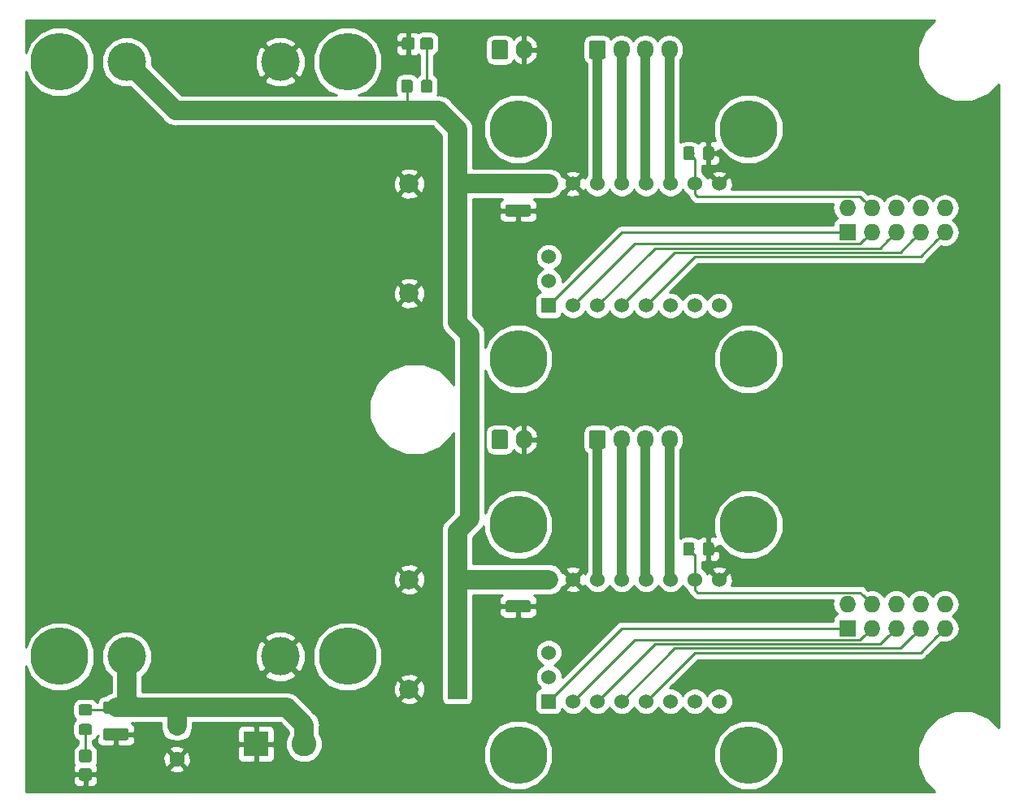
<source format=gtl>
G04 #@! TF.GenerationSoftware,KiCad,Pcbnew,5.0.2+dfsg1-1*
G04 #@! TF.CreationDate,2021-08-07T23:42:24+09:00*
G04 #@! TF.ProjectId,tmc-hv-enxtender,746d632d-6876-42d6-956e-7874656e6465,rev?*
G04 #@! TF.SameCoordinates,Original*
G04 #@! TF.FileFunction,Copper,L1,Top*
G04 #@! TF.FilePolarity,Positive*
%FSLAX46Y46*%
G04 Gerber Fmt 4.6, Leading zero omitted, Abs format (unit mm)*
G04 Created by KiCad (PCBNEW 5.0.2+dfsg1-1) date Sat 07 Aug 2021 11:42:24 PM JST*
%MOMM*%
%LPD*%
G01*
G04 APERTURE LIST*
G04 #@! TA.AperFunction,Conductor*
%ADD10C,0.100000*%
G04 #@! TD*
G04 #@! TA.AperFunction,SMDPad,CuDef*
%ADD11C,1.300000*%
G04 #@! TD*
G04 #@! TA.AperFunction,ComponentPad*
%ADD12R,1.727200X1.727200*%
G04 #@! TD*
G04 #@! TA.AperFunction,ComponentPad*
%ADD13O,1.727200X1.727200*%
G04 #@! TD*
G04 #@! TA.AperFunction,SMDPad,CuDef*
%ADD14C,1.150000*%
G04 #@! TD*
G04 #@! TA.AperFunction,ComponentPad*
%ADD15C,6.000000*%
G04 #@! TD*
G04 #@! TA.AperFunction,ComponentPad*
%ADD16C,4.000000*%
G04 #@! TD*
G04 #@! TA.AperFunction,ComponentPad*
%ADD17C,1.524000*%
G04 #@! TD*
G04 #@! TA.AperFunction,ComponentPad*
%ADD18R,1.524000X1.524000*%
G04 #@! TD*
G04 #@! TA.AperFunction,SMDPad,CuDef*
%ADD19C,1.250000*%
G04 #@! TD*
G04 #@! TA.AperFunction,ComponentPad*
%ADD20O,1.700000X1.950000*%
G04 #@! TD*
G04 #@! TA.AperFunction,ComponentPad*
%ADD21C,1.700000*%
G04 #@! TD*
G04 #@! TA.AperFunction,ComponentPad*
%ADD22O,1.700000X2.000000*%
G04 #@! TD*
G04 #@! TA.AperFunction,ComponentPad*
%ADD23R,2.000000X2.000000*%
G04 #@! TD*
G04 #@! TA.AperFunction,ComponentPad*
%ADD24C,2.000000*%
G04 #@! TD*
G04 #@! TA.AperFunction,ComponentPad*
%ADD25R,1.600000X1.600000*%
G04 #@! TD*
G04 #@! TA.AperFunction,ComponentPad*
%ADD26C,1.600000*%
G04 #@! TD*
G04 #@! TA.AperFunction,ComponentPad*
%ADD27R,2.600000X2.600000*%
G04 #@! TD*
G04 #@! TA.AperFunction,ComponentPad*
%ADD28C,2.600000*%
G04 #@! TD*
G04 #@! TA.AperFunction,ViaPad*
%ADD29C,0.800000*%
G04 #@! TD*
G04 #@! TA.AperFunction,Conductor*
%ADD30C,0.250000*%
G04 #@! TD*
G04 #@! TA.AperFunction,Conductor*
%ADD31C,2.000000*%
G04 #@! TD*
G04 #@! TA.AperFunction,Conductor*
%ADD32C,1.000000*%
G04 #@! TD*
G04 #@! TA.AperFunction,Conductor*
%ADD33C,0.254000*%
G04 #@! TD*
G04 APERTURE END LIST*
D10*
G04 #@! TO.N,Net-(D1-Pad2)*
G04 #@! TO.C,D1*
G36*
X161714504Y-96473704D02*
X161738773Y-96477304D01*
X161762571Y-96483265D01*
X161785671Y-96491530D01*
X161807849Y-96502020D01*
X161828893Y-96514633D01*
X161848598Y-96529247D01*
X161866777Y-96545723D01*
X161883253Y-96563902D01*
X161897867Y-96583607D01*
X161910480Y-96604651D01*
X161920970Y-96626829D01*
X161929235Y-96649929D01*
X161935196Y-96673727D01*
X161938796Y-96697996D01*
X161940000Y-96722500D01*
X161940000Y-97547500D01*
X161938796Y-97572004D01*
X161935196Y-97596273D01*
X161929235Y-97620071D01*
X161920970Y-97643171D01*
X161910480Y-97665349D01*
X161897867Y-97686393D01*
X161883253Y-97706098D01*
X161866777Y-97724277D01*
X161848598Y-97740753D01*
X161828893Y-97755367D01*
X161807849Y-97767980D01*
X161785671Y-97778470D01*
X161762571Y-97786735D01*
X161738773Y-97792696D01*
X161714504Y-97796296D01*
X161690000Y-97797500D01*
X160890000Y-97797500D01*
X160865496Y-97796296D01*
X160841227Y-97792696D01*
X160817429Y-97786735D01*
X160794329Y-97778470D01*
X160772151Y-97767980D01*
X160751107Y-97755367D01*
X160731402Y-97740753D01*
X160713223Y-97724277D01*
X160696747Y-97706098D01*
X160682133Y-97686393D01*
X160669520Y-97665349D01*
X160659030Y-97643171D01*
X160650765Y-97620071D01*
X160644804Y-97596273D01*
X160641204Y-97572004D01*
X160640000Y-97547500D01*
X160640000Y-96722500D01*
X160641204Y-96697996D01*
X160644804Y-96673727D01*
X160650765Y-96649929D01*
X160659030Y-96626829D01*
X160669520Y-96604651D01*
X160682133Y-96583607D01*
X160696747Y-96563902D01*
X160713223Y-96545723D01*
X160731402Y-96529247D01*
X160751107Y-96514633D01*
X160772151Y-96502020D01*
X160794329Y-96491530D01*
X160817429Y-96483265D01*
X160841227Y-96477304D01*
X160865496Y-96473704D01*
X160890000Y-96472500D01*
X161690000Y-96472500D01*
X161714504Y-96473704D01*
X161714504Y-96473704D01*
G37*
D11*
G04 #@! TD*
G04 #@! TO.P,D1,2*
G04 #@! TO.N,Net-(D1-Pad2)*
X161290000Y-97135000D03*
D10*
G04 #@! TO.N,GND*
G04 #@! TO.C,D1*
G36*
X161714504Y-98398704D02*
X161738773Y-98402304D01*
X161762571Y-98408265D01*
X161785671Y-98416530D01*
X161807849Y-98427020D01*
X161828893Y-98439633D01*
X161848598Y-98454247D01*
X161866777Y-98470723D01*
X161883253Y-98488902D01*
X161897867Y-98508607D01*
X161910480Y-98529651D01*
X161920970Y-98551829D01*
X161929235Y-98574929D01*
X161935196Y-98598727D01*
X161938796Y-98622996D01*
X161940000Y-98647500D01*
X161940000Y-99472500D01*
X161938796Y-99497004D01*
X161935196Y-99521273D01*
X161929235Y-99545071D01*
X161920970Y-99568171D01*
X161910480Y-99590349D01*
X161897867Y-99611393D01*
X161883253Y-99631098D01*
X161866777Y-99649277D01*
X161848598Y-99665753D01*
X161828893Y-99680367D01*
X161807849Y-99692980D01*
X161785671Y-99703470D01*
X161762571Y-99711735D01*
X161738773Y-99717696D01*
X161714504Y-99721296D01*
X161690000Y-99722500D01*
X160890000Y-99722500D01*
X160865496Y-99721296D01*
X160841227Y-99717696D01*
X160817429Y-99711735D01*
X160794329Y-99703470D01*
X160772151Y-99692980D01*
X160751107Y-99680367D01*
X160731402Y-99665753D01*
X160713223Y-99649277D01*
X160696747Y-99631098D01*
X160682133Y-99611393D01*
X160669520Y-99590349D01*
X160659030Y-99568171D01*
X160650765Y-99545071D01*
X160644804Y-99521273D01*
X160641204Y-99497004D01*
X160640000Y-99472500D01*
X160640000Y-98647500D01*
X160641204Y-98622996D01*
X160644804Y-98598727D01*
X160650765Y-98574929D01*
X160659030Y-98551829D01*
X160669520Y-98529651D01*
X160682133Y-98508607D01*
X160696747Y-98488902D01*
X160713223Y-98470723D01*
X160731402Y-98454247D01*
X160751107Y-98439633D01*
X160772151Y-98427020D01*
X160794329Y-98416530D01*
X160817429Y-98408265D01*
X160841227Y-98402304D01*
X160865496Y-98398704D01*
X160890000Y-98397500D01*
X161690000Y-98397500D01*
X161714504Y-98398704D01*
X161714504Y-98398704D01*
G37*
D11*
G04 #@! TD*
G04 #@! TO.P,D1,1*
G04 #@! TO.N,GND*
X161290000Y-99060000D03*
D12*
G04 #@! TO.P,J5,1*
G04 #@! TO.N,Net-(J5-Pad1)*
X240665000Y-42545000D03*
D13*
G04 #@! TO.P,J5,2*
G04 #@! TO.N,N/C*
X240665000Y-40005000D03*
G04 #@! TO.P,J5,3*
G04 #@! TO.N,Net-(J5-Pad3)*
X243205000Y-42545000D03*
G04 #@! TO.P,J5,4*
G04 #@! TO.N,Net-(C3-Pad1)*
X243205000Y-40005000D03*
G04 #@! TO.P,J5,5*
G04 #@! TO.N,Net-(J5-Pad5)*
X245745000Y-42545000D03*
G04 #@! TO.P,J5,6*
G04 #@! TO.N,Net-(J5-Pad6)*
X245745000Y-40005000D03*
G04 #@! TO.P,J5,7*
G04 #@! TO.N,Net-(J5-Pad7)*
X248285000Y-42545000D03*
G04 #@! TO.P,J5,8*
G04 #@! TO.N,Net-(J5-Pad8)*
X248285000Y-40005000D03*
G04 #@! TO.P,J5,9*
G04 #@! TO.N,Net-(J5-Pad9)*
X250825000Y-42545000D03*
G04 #@! TO.P,J5,10*
G04 #@! TO.N,Net-(J5-Pad10)*
X250825000Y-40005000D03*
G04 #@! TD*
G04 #@! TO.P,J6,10*
G04 #@! TO.N,Net-(J6-Pad10)*
X250825000Y-81280000D03*
G04 #@! TO.P,J6,9*
G04 #@! TO.N,Net-(J6-Pad9)*
X250825000Y-83820000D03*
G04 #@! TO.P,J6,8*
G04 #@! TO.N,Net-(J6-Pad8)*
X248285000Y-81280000D03*
G04 #@! TO.P,J6,7*
G04 #@! TO.N,Net-(J6-Pad7)*
X248285000Y-83820000D03*
G04 #@! TO.P,J6,6*
G04 #@! TO.N,Net-(J6-Pad6)*
X245745000Y-81280000D03*
G04 #@! TO.P,J6,5*
G04 #@! TO.N,Net-(J6-Pad5)*
X245745000Y-83820000D03*
G04 #@! TO.P,J6,4*
G04 #@! TO.N,Net-(C4-Pad1)*
X243205000Y-81280000D03*
G04 #@! TO.P,J6,3*
G04 #@! TO.N,Net-(J6-Pad3)*
X243205000Y-83820000D03*
G04 #@! TO.P,J6,2*
G04 #@! TO.N,N/C*
X240665000Y-81280000D03*
D12*
G04 #@! TO.P,J6,1*
G04 #@! TO.N,Net-(J6-Pad1)*
X240665000Y-83820000D03*
G04 #@! TD*
D10*
G04 #@! TO.N,Net-(D1-Pad2)*
G04 #@! TO.C,R1*
G36*
X161764505Y-93796204D02*
X161788773Y-93799804D01*
X161812572Y-93805765D01*
X161835671Y-93814030D01*
X161857850Y-93824520D01*
X161878893Y-93837132D01*
X161898599Y-93851747D01*
X161916777Y-93868223D01*
X161933253Y-93886401D01*
X161947868Y-93906107D01*
X161960480Y-93927150D01*
X161970970Y-93949329D01*
X161979235Y-93972428D01*
X161985196Y-93996227D01*
X161988796Y-94020495D01*
X161990000Y-94044999D01*
X161990000Y-94695001D01*
X161988796Y-94719505D01*
X161985196Y-94743773D01*
X161979235Y-94767572D01*
X161970970Y-94790671D01*
X161960480Y-94812850D01*
X161947868Y-94833893D01*
X161933253Y-94853599D01*
X161916777Y-94871777D01*
X161898599Y-94888253D01*
X161878893Y-94902868D01*
X161857850Y-94915480D01*
X161835671Y-94925970D01*
X161812572Y-94934235D01*
X161788773Y-94940196D01*
X161764505Y-94943796D01*
X161740001Y-94945000D01*
X160839999Y-94945000D01*
X160815495Y-94943796D01*
X160791227Y-94940196D01*
X160767428Y-94934235D01*
X160744329Y-94925970D01*
X160722150Y-94915480D01*
X160701107Y-94902868D01*
X160681401Y-94888253D01*
X160663223Y-94871777D01*
X160646747Y-94853599D01*
X160632132Y-94833893D01*
X160619520Y-94812850D01*
X160609030Y-94790671D01*
X160600765Y-94767572D01*
X160594804Y-94743773D01*
X160591204Y-94719505D01*
X160590000Y-94695001D01*
X160590000Y-94044999D01*
X160591204Y-94020495D01*
X160594804Y-93996227D01*
X160600765Y-93972428D01*
X160609030Y-93949329D01*
X160619520Y-93927150D01*
X160632132Y-93906107D01*
X160646747Y-93886401D01*
X160663223Y-93868223D01*
X160681401Y-93851747D01*
X160701107Y-93837132D01*
X160722150Y-93824520D01*
X160744329Y-93814030D01*
X160767428Y-93805765D01*
X160791227Y-93799804D01*
X160815495Y-93796204D01*
X160839999Y-93795000D01*
X161740001Y-93795000D01*
X161764505Y-93796204D01*
X161764505Y-93796204D01*
G37*
D14*
G04 #@! TD*
G04 #@! TO.P,R1,2*
G04 #@! TO.N,Net-(D1-Pad2)*
X161290000Y-94370000D03*
D10*
G04 #@! TO.N,+24V*
G04 #@! TO.C,R1*
G36*
X161764505Y-91746204D02*
X161788773Y-91749804D01*
X161812572Y-91755765D01*
X161835671Y-91764030D01*
X161857850Y-91774520D01*
X161878893Y-91787132D01*
X161898599Y-91801747D01*
X161916777Y-91818223D01*
X161933253Y-91836401D01*
X161947868Y-91856107D01*
X161960480Y-91877150D01*
X161970970Y-91899329D01*
X161979235Y-91922428D01*
X161985196Y-91946227D01*
X161988796Y-91970495D01*
X161990000Y-91994999D01*
X161990000Y-92645001D01*
X161988796Y-92669505D01*
X161985196Y-92693773D01*
X161979235Y-92717572D01*
X161970970Y-92740671D01*
X161960480Y-92762850D01*
X161947868Y-92783893D01*
X161933253Y-92803599D01*
X161916777Y-92821777D01*
X161898599Y-92838253D01*
X161878893Y-92852868D01*
X161857850Y-92865480D01*
X161835671Y-92875970D01*
X161812572Y-92884235D01*
X161788773Y-92890196D01*
X161764505Y-92893796D01*
X161740001Y-92895000D01*
X160839999Y-92895000D01*
X160815495Y-92893796D01*
X160791227Y-92890196D01*
X160767428Y-92884235D01*
X160744329Y-92875970D01*
X160722150Y-92865480D01*
X160701107Y-92852868D01*
X160681401Y-92838253D01*
X160663223Y-92821777D01*
X160646747Y-92803599D01*
X160632132Y-92783893D01*
X160619520Y-92762850D01*
X160609030Y-92740671D01*
X160600765Y-92717572D01*
X160594804Y-92693773D01*
X160591204Y-92669505D01*
X160590000Y-92645001D01*
X160590000Y-91994999D01*
X160591204Y-91970495D01*
X160594804Y-91946227D01*
X160600765Y-91922428D01*
X160609030Y-91899329D01*
X160619520Y-91877150D01*
X160632132Y-91856107D01*
X160646747Y-91836401D01*
X160663223Y-91818223D01*
X160681401Y-91801747D01*
X160701107Y-91787132D01*
X160722150Y-91774520D01*
X160744329Y-91764030D01*
X160767428Y-91755765D01*
X160791227Y-91749804D01*
X160815495Y-91746204D01*
X160839999Y-91745000D01*
X161740001Y-91745000D01*
X161764505Y-91746204D01*
X161764505Y-91746204D01*
G37*
D14*
G04 #@! TD*
G04 #@! TO.P,R1,1*
G04 #@! TO.N,+24V*
X161290000Y-92320000D03*
D15*
G04 #@! TO.P,U2,*
G04 #@! TO.N,*
X188595000Y-86765000D03*
X158595000Y-86765000D03*
X188595000Y-24765000D03*
X158595000Y-24765000D03*
D16*
G04 #@! TO.P,U2,1*
G04 #@! TO.N,GND*
X181595000Y-86765000D03*
G04 #@! TO.P,U2,2*
G04 #@! TO.N,+24V*
X165595000Y-86765000D03*
G04 #@! TO.P,U2,3*
G04 #@! TO.N,GND*
X181595000Y-24765000D03*
G04 #@! TO.P,U2,4*
G04 #@! TO.N,+48V*
X165595000Y-24765000D03*
G04 #@! TD*
D17*
G04 #@! TO.P,U3,18*
G04 #@! TO.N,N/C*
X209550000Y-45085000D03*
G04 #@! TO.P,U3,17*
X209550000Y-47625000D03*
G04 #@! TO.P,U3,16*
G04 #@! TO.N,+48V*
X209550000Y-37465000D03*
G04 #@! TO.P,U3,15*
G04 #@! TO.N,GND*
X212090000Y-37465000D03*
G04 #@! TO.P,U3,14*
G04 #@! TO.N,Net-(J3-Pad1)*
X214630000Y-37465000D03*
G04 #@! TO.P,U3,13*
G04 #@! TO.N,Net-(J3-Pad2)*
X217170000Y-37465000D03*
G04 #@! TO.P,U3,12*
G04 #@! TO.N,Net-(J3-Pad3)*
X219710000Y-37465000D03*
G04 #@! TO.P,U3,11*
G04 #@! TO.N,Net-(J3-Pad4)*
X222250000Y-37465000D03*
G04 #@! TO.P,U3,10*
G04 #@! TO.N,Net-(C3-Pad1)*
X224790000Y-37465000D03*
G04 #@! TO.P,U3,9*
G04 #@! TO.N,GND*
X227330000Y-37465000D03*
G04 #@! TO.P,U3,8*
G04 #@! TO.N,Net-(J5-Pad6)*
X227330000Y-50165000D03*
G04 #@! TO.P,U3,7*
G04 #@! TO.N,Net-(J5-Pad8)*
X224790000Y-50165000D03*
G04 #@! TO.P,U3,6*
G04 #@! TO.N,Net-(J5-Pad10)*
X222250000Y-50165000D03*
G04 #@! TO.P,U3,5*
G04 #@! TO.N,Net-(J5-Pad9)*
X219710000Y-50165000D03*
G04 #@! TO.P,U3,4*
G04 #@! TO.N,Net-(J5-Pad7)*
X217170000Y-50165000D03*
G04 #@! TO.P,U3,3*
G04 #@! TO.N,Net-(J5-Pad5)*
X214630000Y-50165000D03*
G04 #@! TO.P,U3,2*
G04 #@! TO.N,Net-(J5-Pad3)*
X212090000Y-50165000D03*
D18*
G04 #@! TO.P,U3,1*
G04 #@! TO.N,Net-(J5-Pad1)*
X209550000Y-50165000D03*
G04 #@! TD*
G04 #@! TO.P,U4,1*
G04 #@! TO.N,Net-(J6-Pad1)*
X209550000Y-91440000D03*
D17*
G04 #@! TO.P,U4,2*
G04 #@! TO.N,Net-(J6-Pad3)*
X212090000Y-91440000D03*
G04 #@! TO.P,U4,3*
G04 #@! TO.N,Net-(J6-Pad5)*
X214630000Y-91440000D03*
G04 #@! TO.P,U4,4*
G04 #@! TO.N,Net-(J6-Pad7)*
X217170000Y-91440000D03*
G04 #@! TO.P,U4,5*
G04 #@! TO.N,Net-(J6-Pad9)*
X219710000Y-91440000D03*
G04 #@! TO.P,U4,6*
G04 #@! TO.N,Net-(J6-Pad10)*
X222250000Y-91440000D03*
G04 #@! TO.P,U4,7*
G04 #@! TO.N,Net-(J6-Pad8)*
X224790000Y-91440000D03*
G04 #@! TO.P,U4,8*
G04 #@! TO.N,Net-(J6-Pad6)*
X227330000Y-91440000D03*
G04 #@! TO.P,U4,9*
G04 #@! TO.N,GND*
X227330000Y-78740000D03*
G04 #@! TO.P,U4,10*
G04 #@! TO.N,Net-(C4-Pad1)*
X224790000Y-78740000D03*
G04 #@! TO.P,U4,11*
G04 #@! TO.N,Net-(J4-Pad4)*
X222250000Y-78740000D03*
G04 #@! TO.P,U4,12*
G04 #@! TO.N,Net-(J4-Pad3)*
X219710000Y-78740000D03*
G04 #@! TO.P,U4,13*
G04 #@! TO.N,Net-(J4-Pad2)*
X217170000Y-78740000D03*
G04 #@! TO.P,U4,14*
G04 #@! TO.N,Net-(J4-Pad1)*
X214630000Y-78740000D03*
G04 #@! TO.P,U4,15*
G04 #@! TO.N,GND*
X212090000Y-78740000D03*
G04 #@! TO.P,U4,16*
G04 #@! TO.N,+48V*
X209550000Y-78740000D03*
G04 #@! TO.P,U4,17*
G04 #@! TO.N,N/C*
X209550000Y-88900000D03*
G04 #@! TO.P,U4,18*
X209550000Y-86360000D03*
G04 #@! TD*
D10*
G04 #@! TO.N,+24V*
G04 #@! TO.C,C2*
G36*
X165564504Y-91451204D02*
X165588773Y-91454804D01*
X165612571Y-91460765D01*
X165635671Y-91469030D01*
X165657849Y-91479520D01*
X165678893Y-91492133D01*
X165698598Y-91506747D01*
X165716777Y-91523223D01*
X165733253Y-91541402D01*
X165747867Y-91561107D01*
X165760480Y-91582151D01*
X165770970Y-91604329D01*
X165779235Y-91627429D01*
X165785196Y-91651227D01*
X165788796Y-91675496D01*
X165790000Y-91700000D01*
X165790000Y-92450000D01*
X165788796Y-92474504D01*
X165785196Y-92498773D01*
X165779235Y-92522571D01*
X165770970Y-92545671D01*
X165760480Y-92567849D01*
X165747867Y-92588893D01*
X165733253Y-92608598D01*
X165716777Y-92626777D01*
X165698598Y-92643253D01*
X165678893Y-92657867D01*
X165657849Y-92670480D01*
X165635671Y-92680970D01*
X165612571Y-92689235D01*
X165588773Y-92695196D01*
X165564504Y-92698796D01*
X165540000Y-92700000D01*
X163390000Y-92700000D01*
X163365496Y-92698796D01*
X163341227Y-92695196D01*
X163317429Y-92689235D01*
X163294329Y-92680970D01*
X163272151Y-92670480D01*
X163251107Y-92657867D01*
X163231402Y-92643253D01*
X163213223Y-92626777D01*
X163196747Y-92608598D01*
X163182133Y-92588893D01*
X163169520Y-92567849D01*
X163159030Y-92545671D01*
X163150765Y-92522571D01*
X163144804Y-92498773D01*
X163141204Y-92474504D01*
X163140000Y-92450000D01*
X163140000Y-91700000D01*
X163141204Y-91675496D01*
X163144804Y-91651227D01*
X163150765Y-91627429D01*
X163159030Y-91604329D01*
X163169520Y-91582151D01*
X163182133Y-91561107D01*
X163196747Y-91541402D01*
X163213223Y-91523223D01*
X163231402Y-91506747D01*
X163251107Y-91492133D01*
X163272151Y-91479520D01*
X163294329Y-91469030D01*
X163317429Y-91460765D01*
X163341227Y-91454804D01*
X163365496Y-91451204D01*
X163390000Y-91450000D01*
X165540000Y-91450000D01*
X165564504Y-91451204D01*
X165564504Y-91451204D01*
G37*
D19*
G04 #@! TD*
G04 #@! TO.P,C2,1*
G04 #@! TO.N,+24V*
X164465000Y-92075000D03*
D10*
G04 #@! TO.N,GND*
G04 #@! TO.C,C2*
G36*
X165564504Y-94251204D02*
X165588773Y-94254804D01*
X165612571Y-94260765D01*
X165635671Y-94269030D01*
X165657849Y-94279520D01*
X165678893Y-94292133D01*
X165698598Y-94306747D01*
X165716777Y-94323223D01*
X165733253Y-94341402D01*
X165747867Y-94361107D01*
X165760480Y-94382151D01*
X165770970Y-94404329D01*
X165779235Y-94427429D01*
X165785196Y-94451227D01*
X165788796Y-94475496D01*
X165790000Y-94500000D01*
X165790000Y-95250000D01*
X165788796Y-95274504D01*
X165785196Y-95298773D01*
X165779235Y-95322571D01*
X165770970Y-95345671D01*
X165760480Y-95367849D01*
X165747867Y-95388893D01*
X165733253Y-95408598D01*
X165716777Y-95426777D01*
X165698598Y-95443253D01*
X165678893Y-95457867D01*
X165657849Y-95470480D01*
X165635671Y-95480970D01*
X165612571Y-95489235D01*
X165588773Y-95495196D01*
X165564504Y-95498796D01*
X165540000Y-95500000D01*
X163390000Y-95500000D01*
X163365496Y-95498796D01*
X163341227Y-95495196D01*
X163317429Y-95489235D01*
X163294329Y-95480970D01*
X163272151Y-95470480D01*
X163251107Y-95457867D01*
X163231402Y-95443253D01*
X163213223Y-95426777D01*
X163196747Y-95408598D01*
X163182133Y-95388893D01*
X163169520Y-95367849D01*
X163159030Y-95345671D01*
X163150765Y-95322571D01*
X163144804Y-95298773D01*
X163141204Y-95274504D01*
X163140000Y-95250000D01*
X163140000Y-94500000D01*
X163141204Y-94475496D01*
X163144804Y-94451227D01*
X163150765Y-94427429D01*
X163159030Y-94404329D01*
X163169520Y-94382151D01*
X163182133Y-94361107D01*
X163196747Y-94341402D01*
X163213223Y-94323223D01*
X163231402Y-94306747D01*
X163251107Y-94292133D01*
X163272151Y-94279520D01*
X163294329Y-94269030D01*
X163317429Y-94260765D01*
X163341227Y-94254804D01*
X163365496Y-94251204D01*
X163390000Y-94250000D01*
X165540000Y-94250000D01*
X165564504Y-94251204D01*
X165564504Y-94251204D01*
G37*
D19*
G04 #@! TD*
G04 #@! TO.P,C2,2*
G04 #@! TO.N,GND*
X164465000Y-94875000D03*
D10*
G04 #@! TO.N,Net-(C4-Pad1)*
G04 #@! TO.C,C4*
G36*
X224504505Y-74866204D02*
X224528773Y-74869804D01*
X224552572Y-74875765D01*
X224575671Y-74884030D01*
X224597850Y-74894520D01*
X224618893Y-74907132D01*
X224638599Y-74921747D01*
X224656777Y-74938223D01*
X224673253Y-74956401D01*
X224687868Y-74976107D01*
X224700480Y-74997150D01*
X224710970Y-75019329D01*
X224719235Y-75042428D01*
X224725196Y-75066227D01*
X224728796Y-75090495D01*
X224730000Y-75114999D01*
X224730000Y-76015001D01*
X224728796Y-76039505D01*
X224725196Y-76063773D01*
X224719235Y-76087572D01*
X224710970Y-76110671D01*
X224700480Y-76132850D01*
X224687868Y-76153893D01*
X224673253Y-76173599D01*
X224656777Y-76191777D01*
X224638599Y-76208253D01*
X224618893Y-76222868D01*
X224597850Y-76235480D01*
X224575671Y-76245970D01*
X224552572Y-76254235D01*
X224528773Y-76260196D01*
X224504505Y-76263796D01*
X224480001Y-76265000D01*
X223829999Y-76265000D01*
X223805495Y-76263796D01*
X223781227Y-76260196D01*
X223757428Y-76254235D01*
X223734329Y-76245970D01*
X223712150Y-76235480D01*
X223691107Y-76222868D01*
X223671401Y-76208253D01*
X223653223Y-76191777D01*
X223636747Y-76173599D01*
X223622132Y-76153893D01*
X223609520Y-76132850D01*
X223599030Y-76110671D01*
X223590765Y-76087572D01*
X223584804Y-76063773D01*
X223581204Y-76039505D01*
X223580000Y-76015001D01*
X223580000Y-75114999D01*
X223581204Y-75090495D01*
X223584804Y-75066227D01*
X223590765Y-75042428D01*
X223599030Y-75019329D01*
X223609520Y-74997150D01*
X223622132Y-74976107D01*
X223636747Y-74956401D01*
X223653223Y-74938223D01*
X223671401Y-74921747D01*
X223691107Y-74907132D01*
X223712150Y-74894520D01*
X223734329Y-74884030D01*
X223757428Y-74875765D01*
X223781227Y-74869804D01*
X223805495Y-74866204D01*
X223829999Y-74865000D01*
X224480001Y-74865000D01*
X224504505Y-74866204D01*
X224504505Y-74866204D01*
G37*
D14*
G04 #@! TD*
G04 #@! TO.P,C4,1*
G04 #@! TO.N,Net-(C4-Pad1)*
X224155000Y-75565000D03*
D10*
G04 #@! TO.N,GND*
G04 #@! TO.C,C4*
G36*
X226554505Y-74866204D02*
X226578773Y-74869804D01*
X226602572Y-74875765D01*
X226625671Y-74884030D01*
X226647850Y-74894520D01*
X226668893Y-74907132D01*
X226688599Y-74921747D01*
X226706777Y-74938223D01*
X226723253Y-74956401D01*
X226737868Y-74976107D01*
X226750480Y-74997150D01*
X226760970Y-75019329D01*
X226769235Y-75042428D01*
X226775196Y-75066227D01*
X226778796Y-75090495D01*
X226780000Y-75114999D01*
X226780000Y-76015001D01*
X226778796Y-76039505D01*
X226775196Y-76063773D01*
X226769235Y-76087572D01*
X226760970Y-76110671D01*
X226750480Y-76132850D01*
X226737868Y-76153893D01*
X226723253Y-76173599D01*
X226706777Y-76191777D01*
X226688599Y-76208253D01*
X226668893Y-76222868D01*
X226647850Y-76235480D01*
X226625671Y-76245970D01*
X226602572Y-76254235D01*
X226578773Y-76260196D01*
X226554505Y-76263796D01*
X226530001Y-76265000D01*
X225879999Y-76265000D01*
X225855495Y-76263796D01*
X225831227Y-76260196D01*
X225807428Y-76254235D01*
X225784329Y-76245970D01*
X225762150Y-76235480D01*
X225741107Y-76222868D01*
X225721401Y-76208253D01*
X225703223Y-76191777D01*
X225686747Y-76173599D01*
X225672132Y-76153893D01*
X225659520Y-76132850D01*
X225649030Y-76110671D01*
X225640765Y-76087572D01*
X225634804Y-76063773D01*
X225631204Y-76039505D01*
X225630000Y-76015001D01*
X225630000Y-75114999D01*
X225631204Y-75090495D01*
X225634804Y-75066227D01*
X225640765Y-75042428D01*
X225649030Y-75019329D01*
X225659520Y-74997150D01*
X225672132Y-74976107D01*
X225686747Y-74956401D01*
X225703223Y-74938223D01*
X225721401Y-74921747D01*
X225741107Y-74907132D01*
X225762150Y-74894520D01*
X225784329Y-74884030D01*
X225807428Y-74875765D01*
X225831227Y-74869804D01*
X225855495Y-74866204D01*
X225879999Y-74865000D01*
X226530001Y-74865000D01*
X226554505Y-74866204D01*
X226554505Y-74866204D01*
G37*
D14*
G04 #@! TD*
G04 #@! TO.P,C4,2*
G04 #@! TO.N,GND*
X226205000Y-75565000D03*
D20*
G04 #@! TO.P,J3,4*
G04 #@! TO.N,Net-(J3-Pad4)*
X222130000Y-23495000D03*
G04 #@! TO.P,J3,3*
G04 #@! TO.N,Net-(J3-Pad3)*
X219630000Y-23495000D03*
G04 #@! TO.P,J3,2*
G04 #@! TO.N,Net-(J3-Pad2)*
X217130000Y-23495000D03*
D10*
G04 #@! TD*
G04 #@! TO.N,Net-(J3-Pad1)*
G04 #@! TO.C,J3*
G36*
X215254504Y-22521204D02*
X215278773Y-22524804D01*
X215302571Y-22530765D01*
X215325671Y-22539030D01*
X215347849Y-22549520D01*
X215368893Y-22562133D01*
X215388598Y-22576747D01*
X215406777Y-22593223D01*
X215423253Y-22611402D01*
X215437867Y-22631107D01*
X215450480Y-22652151D01*
X215460970Y-22674329D01*
X215469235Y-22697429D01*
X215475196Y-22721227D01*
X215478796Y-22745496D01*
X215480000Y-22770000D01*
X215480000Y-24220000D01*
X215478796Y-24244504D01*
X215475196Y-24268773D01*
X215469235Y-24292571D01*
X215460970Y-24315671D01*
X215450480Y-24337849D01*
X215437867Y-24358893D01*
X215423253Y-24378598D01*
X215406777Y-24396777D01*
X215388598Y-24413253D01*
X215368893Y-24427867D01*
X215347849Y-24440480D01*
X215325671Y-24450970D01*
X215302571Y-24459235D01*
X215278773Y-24465196D01*
X215254504Y-24468796D01*
X215230000Y-24470000D01*
X214030000Y-24470000D01*
X214005496Y-24468796D01*
X213981227Y-24465196D01*
X213957429Y-24459235D01*
X213934329Y-24450970D01*
X213912151Y-24440480D01*
X213891107Y-24427867D01*
X213871402Y-24413253D01*
X213853223Y-24396777D01*
X213836747Y-24378598D01*
X213822133Y-24358893D01*
X213809520Y-24337849D01*
X213799030Y-24315671D01*
X213790765Y-24292571D01*
X213784804Y-24268773D01*
X213781204Y-24244504D01*
X213780000Y-24220000D01*
X213780000Y-22770000D01*
X213781204Y-22745496D01*
X213784804Y-22721227D01*
X213790765Y-22697429D01*
X213799030Y-22674329D01*
X213809520Y-22652151D01*
X213822133Y-22631107D01*
X213836747Y-22611402D01*
X213853223Y-22593223D01*
X213871402Y-22576747D01*
X213891107Y-22562133D01*
X213912151Y-22549520D01*
X213934329Y-22539030D01*
X213957429Y-22530765D01*
X213981227Y-22524804D01*
X214005496Y-22521204D01*
X214030000Y-22520000D01*
X215230000Y-22520000D01*
X215254504Y-22521204D01*
X215254504Y-22521204D01*
G37*
D21*
G04 #@! TO.P,J3,1*
G04 #@! TO.N,Net-(J3-Pad1)*
X214630000Y-23495000D03*
G04 #@! TD*
D10*
G04 #@! TO.N,Net-(J4-Pad1)*
G04 #@! TO.C,J4*
G36*
X215254504Y-63161204D02*
X215278773Y-63164804D01*
X215302571Y-63170765D01*
X215325671Y-63179030D01*
X215347849Y-63189520D01*
X215368893Y-63202133D01*
X215388598Y-63216747D01*
X215406777Y-63233223D01*
X215423253Y-63251402D01*
X215437867Y-63271107D01*
X215450480Y-63292151D01*
X215460970Y-63314329D01*
X215469235Y-63337429D01*
X215475196Y-63361227D01*
X215478796Y-63385496D01*
X215480000Y-63410000D01*
X215480000Y-64860000D01*
X215478796Y-64884504D01*
X215475196Y-64908773D01*
X215469235Y-64932571D01*
X215460970Y-64955671D01*
X215450480Y-64977849D01*
X215437867Y-64998893D01*
X215423253Y-65018598D01*
X215406777Y-65036777D01*
X215388598Y-65053253D01*
X215368893Y-65067867D01*
X215347849Y-65080480D01*
X215325671Y-65090970D01*
X215302571Y-65099235D01*
X215278773Y-65105196D01*
X215254504Y-65108796D01*
X215230000Y-65110000D01*
X214030000Y-65110000D01*
X214005496Y-65108796D01*
X213981227Y-65105196D01*
X213957429Y-65099235D01*
X213934329Y-65090970D01*
X213912151Y-65080480D01*
X213891107Y-65067867D01*
X213871402Y-65053253D01*
X213853223Y-65036777D01*
X213836747Y-65018598D01*
X213822133Y-64998893D01*
X213809520Y-64977849D01*
X213799030Y-64955671D01*
X213790765Y-64932571D01*
X213784804Y-64908773D01*
X213781204Y-64884504D01*
X213780000Y-64860000D01*
X213780000Y-63410000D01*
X213781204Y-63385496D01*
X213784804Y-63361227D01*
X213790765Y-63337429D01*
X213799030Y-63314329D01*
X213809520Y-63292151D01*
X213822133Y-63271107D01*
X213836747Y-63251402D01*
X213853223Y-63233223D01*
X213871402Y-63216747D01*
X213891107Y-63202133D01*
X213912151Y-63189520D01*
X213934329Y-63179030D01*
X213957429Y-63170765D01*
X213981227Y-63164804D01*
X214005496Y-63161204D01*
X214030000Y-63160000D01*
X215230000Y-63160000D01*
X215254504Y-63161204D01*
X215254504Y-63161204D01*
G37*
D21*
G04 #@! TD*
G04 #@! TO.P,J4,1*
G04 #@! TO.N,Net-(J4-Pad1)*
X214630000Y-64135000D03*
D20*
G04 #@! TO.P,J4,2*
G04 #@! TO.N,Net-(J4-Pad2)*
X217130000Y-64135000D03*
G04 #@! TO.P,J4,3*
G04 #@! TO.N,Net-(J4-Pad3)*
X219630000Y-64135000D03*
G04 #@! TO.P,J4,4*
G04 #@! TO.N,Net-(J4-Pad4)*
X222130000Y-64135000D03*
G04 #@! TD*
D10*
G04 #@! TO.N,+24V*
G04 #@! TO.C,J7*
G36*
X205094504Y-22496204D02*
X205118773Y-22499804D01*
X205142571Y-22505765D01*
X205165671Y-22514030D01*
X205187849Y-22524520D01*
X205208893Y-22537133D01*
X205228598Y-22551747D01*
X205246777Y-22568223D01*
X205263253Y-22586402D01*
X205277867Y-22606107D01*
X205290480Y-22627151D01*
X205300970Y-22649329D01*
X205309235Y-22672429D01*
X205315196Y-22696227D01*
X205318796Y-22720496D01*
X205320000Y-22745000D01*
X205320000Y-24245000D01*
X205318796Y-24269504D01*
X205315196Y-24293773D01*
X205309235Y-24317571D01*
X205300970Y-24340671D01*
X205290480Y-24362849D01*
X205277867Y-24383893D01*
X205263253Y-24403598D01*
X205246777Y-24421777D01*
X205228598Y-24438253D01*
X205208893Y-24452867D01*
X205187849Y-24465480D01*
X205165671Y-24475970D01*
X205142571Y-24484235D01*
X205118773Y-24490196D01*
X205094504Y-24493796D01*
X205070000Y-24495000D01*
X203870000Y-24495000D01*
X203845496Y-24493796D01*
X203821227Y-24490196D01*
X203797429Y-24484235D01*
X203774329Y-24475970D01*
X203752151Y-24465480D01*
X203731107Y-24452867D01*
X203711402Y-24438253D01*
X203693223Y-24421777D01*
X203676747Y-24403598D01*
X203662133Y-24383893D01*
X203649520Y-24362849D01*
X203639030Y-24340671D01*
X203630765Y-24317571D01*
X203624804Y-24293773D01*
X203621204Y-24269504D01*
X203620000Y-24245000D01*
X203620000Y-22745000D01*
X203621204Y-22720496D01*
X203624804Y-22696227D01*
X203630765Y-22672429D01*
X203639030Y-22649329D01*
X203649520Y-22627151D01*
X203662133Y-22606107D01*
X203676747Y-22586402D01*
X203693223Y-22568223D01*
X203711402Y-22551747D01*
X203731107Y-22537133D01*
X203752151Y-22524520D01*
X203774329Y-22514030D01*
X203797429Y-22505765D01*
X203821227Y-22499804D01*
X203845496Y-22496204D01*
X203870000Y-22495000D01*
X205070000Y-22495000D01*
X205094504Y-22496204D01*
X205094504Y-22496204D01*
G37*
D21*
G04 #@! TD*
G04 #@! TO.P,J7,1*
G04 #@! TO.N,+24V*
X204470000Y-23495000D03*
D22*
G04 #@! TO.P,J7,2*
G04 #@! TO.N,GND*
X206970000Y-23495000D03*
G04 #@! TD*
G04 #@! TO.P,J8,2*
G04 #@! TO.N,GND*
X206970000Y-64135000D03*
D10*
G04 #@! TD*
G04 #@! TO.N,+24V*
G04 #@! TO.C,J8*
G36*
X205094504Y-63136204D02*
X205118773Y-63139804D01*
X205142571Y-63145765D01*
X205165671Y-63154030D01*
X205187849Y-63164520D01*
X205208893Y-63177133D01*
X205228598Y-63191747D01*
X205246777Y-63208223D01*
X205263253Y-63226402D01*
X205277867Y-63246107D01*
X205290480Y-63267151D01*
X205300970Y-63289329D01*
X205309235Y-63312429D01*
X205315196Y-63336227D01*
X205318796Y-63360496D01*
X205320000Y-63385000D01*
X205320000Y-64885000D01*
X205318796Y-64909504D01*
X205315196Y-64933773D01*
X205309235Y-64957571D01*
X205300970Y-64980671D01*
X205290480Y-65002849D01*
X205277867Y-65023893D01*
X205263253Y-65043598D01*
X205246777Y-65061777D01*
X205228598Y-65078253D01*
X205208893Y-65092867D01*
X205187849Y-65105480D01*
X205165671Y-65115970D01*
X205142571Y-65124235D01*
X205118773Y-65130196D01*
X205094504Y-65133796D01*
X205070000Y-65135000D01*
X203870000Y-65135000D01*
X203845496Y-65133796D01*
X203821227Y-65130196D01*
X203797429Y-65124235D01*
X203774329Y-65115970D01*
X203752151Y-65105480D01*
X203731107Y-65092867D01*
X203711402Y-65078253D01*
X203693223Y-65061777D01*
X203676747Y-65043598D01*
X203662133Y-65023893D01*
X203649520Y-65002849D01*
X203639030Y-64980671D01*
X203630765Y-64957571D01*
X203624804Y-64933773D01*
X203621204Y-64909504D01*
X203620000Y-64885000D01*
X203620000Y-63385000D01*
X203621204Y-63360496D01*
X203624804Y-63336227D01*
X203630765Y-63312429D01*
X203639030Y-63289329D01*
X203649520Y-63267151D01*
X203662133Y-63246107D01*
X203676747Y-63226402D01*
X203693223Y-63208223D01*
X203711402Y-63191747D01*
X203731107Y-63177133D01*
X203752151Y-63164520D01*
X203774329Y-63154030D01*
X203797429Y-63145765D01*
X203821227Y-63139804D01*
X203845496Y-63136204D01*
X203870000Y-63135000D01*
X205070000Y-63135000D01*
X205094504Y-63136204D01*
X205094504Y-63136204D01*
G37*
D21*
G04 #@! TO.P,J8,1*
G04 #@! TO.N,+24V*
X204470000Y-64135000D03*
G04 #@! TD*
D10*
G04 #@! TO.N,Net-(C3-Pad1)*
G04 #@! TO.C,C3*
G36*
X224504505Y-33591204D02*
X224528773Y-33594804D01*
X224552572Y-33600765D01*
X224575671Y-33609030D01*
X224597850Y-33619520D01*
X224618893Y-33632132D01*
X224638599Y-33646747D01*
X224656777Y-33663223D01*
X224673253Y-33681401D01*
X224687868Y-33701107D01*
X224700480Y-33722150D01*
X224710970Y-33744329D01*
X224719235Y-33767428D01*
X224725196Y-33791227D01*
X224728796Y-33815495D01*
X224730000Y-33839999D01*
X224730000Y-34740001D01*
X224728796Y-34764505D01*
X224725196Y-34788773D01*
X224719235Y-34812572D01*
X224710970Y-34835671D01*
X224700480Y-34857850D01*
X224687868Y-34878893D01*
X224673253Y-34898599D01*
X224656777Y-34916777D01*
X224638599Y-34933253D01*
X224618893Y-34947868D01*
X224597850Y-34960480D01*
X224575671Y-34970970D01*
X224552572Y-34979235D01*
X224528773Y-34985196D01*
X224504505Y-34988796D01*
X224480001Y-34990000D01*
X223829999Y-34990000D01*
X223805495Y-34988796D01*
X223781227Y-34985196D01*
X223757428Y-34979235D01*
X223734329Y-34970970D01*
X223712150Y-34960480D01*
X223691107Y-34947868D01*
X223671401Y-34933253D01*
X223653223Y-34916777D01*
X223636747Y-34898599D01*
X223622132Y-34878893D01*
X223609520Y-34857850D01*
X223599030Y-34835671D01*
X223590765Y-34812572D01*
X223584804Y-34788773D01*
X223581204Y-34764505D01*
X223580000Y-34740001D01*
X223580000Y-33839999D01*
X223581204Y-33815495D01*
X223584804Y-33791227D01*
X223590765Y-33767428D01*
X223599030Y-33744329D01*
X223609520Y-33722150D01*
X223622132Y-33701107D01*
X223636747Y-33681401D01*
X223653223Y-33663223D01*
X223671401Y-33646747D01*
X223691107Y-33632132D01*
X223712150Y-33619520D01*
X223734329Y-33609030D01*
X223757428Y-33600765D01*
X223781227Y-33594804D01*
X223805495Y-33591204D01*
X223829999Y-33590000D01*
X224480001Y-33590000D01*
X224504505Y-33591204D01*
X224504505Y-33591204D01*
G37*
D14*
G04 #@! TD*
G04 #@! TO.P,C3,1*
G04 #@! TO.N,Net-(C3-Pad1)*
X224155000Y-34290000D03*
D10*
G04 #@! TO.N,GND*
G04 #@! TO.C,C3*
G36*
X226554505Y-33591204D02*
X226578773Y-33594804D01*
X226602572Y-33600765D01*
X226625671Y-33609030D01*
X226647850Y-33619520D01*
X226668893Y-33632132D01*
X226688599Y-33646747D01*
X226706777Y-33663223D01*
X226723253Y-33681401D01*
X226737868Y-33701107D01*
X226750480Y-33722150D01*
X226760970Y-33744329D01*
X226769235Y-33767428D01*
X226775196Y-33791227D01*
X226778796Y-33815495D01*
X226780000Y-33839999D01*
X226780000Y-34740001D01*
X226778796Y-34764505D01*
X226775196Y-34788773D01*
X226769235Y-34812572D01*
X226760970Y-34835671D01*
X226750480Y-34857850D01*
X226737868Y-34878893D01*
X226723253Y-34898599D01*
X226706777Y-34916777D01*
X226688599Y-34933253D01*
X226668893Y-34947868D01*
X226647850Y-34960480D01*
X226625671Y-34970970D01*
X226602572Y-34979235D01*
X226578773Y-34985196D01*
X226554505Y-34988796D01*
X226530001Y-34990000D01*
X225879999Y-34990000D01*
X225855495Y-34988796D01*
X225831227Y-34985196D01*
X225807428Y-34979235D01*
X225784329Y-34970970D01*
X225762150Y-34960480D01*
X225741107Y-34947868D01*
X225721401Y-34933253D01*
X225703223Y-34916777D01*
X225686747Y-34898599D01*
X225672132Y-34878893D01*
X225659520Y-34857850D01*
X225649030Y-34835671D01*
X225640765Y-34812572D01*
X225634804Y-34788773D01*
X225631204Y-34764505D01*
X225630000Y-34740001D01*
X225630000Y-33839999D01*
X225631204Y-33815495D01*
X225634804Y-33791227D01*
X225640765Y-33767428D01*
X225649030Y-33744329D01*
X225659520Y-33722150D01*
X225672132Y-33701107D01*
X225686747Y-33681401D01*
X225703223Y-33663223D01*
X225721401Y-33646747D01*
X225741107Y-33632132D01*
X225762150Y-33619520D01*
X225784329Y-33609030D01*
X225807428Y-33600765D01*
X225831227Y-33594804D01*
X225855495Y-33591204D01*
X225879999Y-33590000D01*
X226530001Y-33590000D01*
X226554505Y-33591204D01*
X226554505Y-33591204D01*
G37*
D14*
G04 #@! TD*
G04 #@! TO.P,C3,2*
G04 #@! TO.N,GND*
X226205000Y-34290000D03*
D10*
G04 #@! TO.N,GND*
G04 #@! TO.C,C5*
G36*
X207474504Y-39641204D02*
X207498773Y-39644804D01*
X207522571Y-39650765D01*
X207545671Y-39659030D01*
X207567849Y-39669520D01*
X207588893Y-39682133D01*
X207608598Y-39696747D01*
X207626777Y-39713223D01*
X207643253Y-39731402D01*
X207657867Y-39751107D01*
X207670480Y-39772151D01*
X207680970Y-39794329D01*
X207689235Y-39817429D01*
X207695196Y-39841227D01*
X207698796Y-39865496D01*
X207700000Y-39890000D01*
X207700000Y-40640000D01*
X207698796Y-40664504D01*
X207695196Y-40688773D01*
X207689235Y-40712571D01*
X207680970Y-40735671D01*
X207670480Y-40757849D01*
X207657867Y-40778893D01*
X207643253Y-40798598D01*
X207626777Y-40816777D01*
X207608598Y-40833253D01*
X207588893Y-40847867D01*
X207567849Y-40860480D01*
X207545671Y-40870970D01*
X207522571Y-40879235D01*
X207498773Y-40885196D01*
X207474504Y-40888796D01*
X207450000Y-40890000D01*
X205300000Y-40890000D01*
X205275496Y-40888796D01*
X205251227Y-40885196D01*
X205227429Y-40879235D01*
X205204329Y-40870970D01*
X205182151Y-40860480D01*
X205161107Y-40847867D01*
X205141402Y-40833253D01*
X205123223Y-40816777D01*
X205106747Y-40798598D01*
X205092133Y-40778893D01*
X205079520Y-40757849D01*
X205069030Y-40735671D01*
X205060765Y-40712571D01*
X205054804Y-40688773D01*
X205051204Y-40664504D01*
X205050000Y-40640000D01*
X205050000Y-39890000D01*
X205051204Y-39865496D01*
X205054804Y-39841227D01*
X205060765Y-39817429D01*
X205069030Y-39794329D01*
X205079520Y-39772151D01*
X205092133Y-39751107D01*
X205106747Y-39731402D01*
X205123223Y-39713223D01*
X205141402Y-39696747D01*
X205161107Y-39682133D01*
X205182151Y-39669520D01*
X205204329Y-39659030D01*
X205227429Y-39650765D01*
X205251227Y-39644804D01*
X205275496Y-39641204D01*
X205300000Y-39640000D01*
X207450000Y-39640000D01*
X207474504Y-39641204D01*
X207474504Y-39641204D01*
G37*
D19*
G04 #@! TD*
G04 #@! TO.P,C5,2*
G04 #@! TO.N,GND*
X206375000Y-40265000D03*
D10*
G04 #@! TO.N,+48V*
G04 #@! TO.C,C5*
G36*
X207474504Y-36841204D02*
X207498773Y-36844804D01*
X207522571Y-36850765D01*
X207545671Y-36859030D01*
X207567849Y-36869520D01*
X207588893Y-36882133D01*
X207608598Y-36896747D01*
X207626777Y-36913223D01*
X207643253Y-36931402D01*
X207657867Y-36951107D01*
X207670480Y-36972151D01*
X207680970Y-36994329D01*
X207689235Y-37017429D01*
X207695196Y-37041227D01*
X207698796Y-37065496D01*
X207700000Y-37090000D01*
X207700000Y-37840000D01*
X207698796Y-37864504D01*
X207695196Y-37888773D01*
X207689235Y-37912571D01*
X207680970Y-37935671D01*
X207670480Y-37957849D01*
X207657867Y-37978893D01*
X207643253Y-37998598D01*
X207626777Y-38016777D01*
X207608598Y-38033253D01*
X207588893Y-38047867D01*
X207567849Y-38060480D01*
X207545671Y-38070970D01*
X207522571Y-38079235D01*
X207498773Y-38085196D01*
X207474504Y-38088796D01*
X207450000Y-38090000D01*
X205300000Y-38090000D01*
X205275496Y-38088796D01*
X205251227Y-38085196D01*
X205227429Y-38079235D01*
X205204329Y-38070970D01*
X205182151Y-38060480D01*
X205161107Y-38047867D01*
X205141402Y-38033253D01*
X205123223Y-38016777D01*
X205106747Y-37998598D01*
X205092133Y-37978893D01*
X205079520Y-37957849D01*
X205069030Y-37935671D01*
X205060765Y-37912571D01*
X205054804Y-37888773D01*
X205051204Y-37864504D01*
X205050000Y-37840000D01*
X205050000Y-37090000D01*
X205051204Y-37065496D01*
X205054804Y-37041227D01*
X205060765Y-37017429D01*
X205069030Y-36994329D01*
X205079520Y-36972151D01*
X205092133Y-36951107D01*
X205106747Y-36931402D01*
X205123223Y-36913223D01*
X205141402Y-36896747D01*
X205161107Y-36882133D01*
X205182151Y-36869520D01*
X205204329Y-36859030D01*
X205227429Y-36850765D01*
X205251227Y-36844804D01*
X205275496Y-36841204D01*
X205300000Y-36840000D01*
X207450000Y-36840000D01*
X207474504Y-36841204D01*
X207474504Y-36841204D01*
G37*
D19*
G04 #@! TD*
G04 #@! TO.P,C5,1*
G04 #@! TO.N,+48V*
X206375000Y-37465000D03*
D23*
G04 #@! TO.P,C6,1*
G04 #@! TO.N,+48V*
X200025000Y-37465000D03*
D24*
G04 #@! TO.P,C6,2*
G04 #@! TO.N,GND*
X195025000Y-37465000D03*
G04 #@! TD*
D10*
G04 #@! TO.N,+48V*
G04 #@! TO.C,C7*
G36*
X207474504Y-78116204D02*
X207498773Y-78119804D01*
X207522571Y-78125765D01*
X207545671Y-78134030D01*
X207567849Y-78144520D01*
X207588893Y-78157133D01*
X207608598Y-78171747D01*
X207626777Y-78188223D01*
X207643253Y-78206402D01*
X207657867Y-78226107D01*
X207670480Y-78247151D01*
X207680970Y-78269329D01*
X207689235Y-78292429D01*
X207695196Y-78316227D01*
X207698796Y-78340496D01*
X207700000Y-78365000D01*
X207700000Y-79115000D01*
X207698796Y-79139504D01*
X207695196Y-79163773D01*
X207689235Y-79187571D01*
X207680970Y-79210671D01*
X207670480Y-79232849D01*
X207657867Y-79253893D01*
X207643253Y-79273598D01*
X207626777Y-79291777D01*
X207608598Y-79308253D01*
X207588893Y-79322867D01*
X207567849Y-79335480D01*
X207545671Y-79345970D01*
X207522571Y-79354235D01*
X207498773Y-79360196D01*
X207474504Y-79363796D01*
X207450000Y-79365000D01*
X205300000Y-79365000D01*
X205275496Y-79363796D01*
X205251227Y-79360196D01*
X205227429Y-79354235D01*
X205204329Y-79345970D01*
X205182151Y-79335480D01*
X205161107Y-79322867D01*
X205141402Y-79308253D01*
X205123223Y-79291777D01*
X205106747Y-79273598D01*
X205092133Y-79253893D01*
X205079520Y-79232849D01*
X205069030Y-79210671D01*
X205060765Y-79187571D01*
X205054804Y-79163773D01*
X205051204Y-79139504D01*
X205050000Y-79115000D01*
X205050000Y-78365000D01*
X205051204Y-78340496D01*
X205054804Y-78316227D01*
X205060765Y-78292429D01*
X205069030Y-78269329D01*
X205079520Y-78247151D01*
X205092133Y-78226107D01*
X205106747Y-78206402D01*
X205123223Y-78188223D01*
X205141402Y-78171747D01*
X205161107Y-78157133D01*
X205182151Y-78144520D01*
X205204329Y-78134030D01*
X205227429Y-78125765D01*
X205251227Y-78119804D01*
X205275496Y-78116204D01*
X205300000Y-78115000D01*
X207450000Y-78115000D01*
X207474504Y-78116204D01*
X207474504Y-78116204D01*
G37*
D19*
G04 #@! TD*
G04 #@! TO.P,C7,1*
G04 #@! TO.N,+48V*
X206375000Y-78740000D03*
D10*
G04 #@! TO.N,GND*
G04 #@! TO.C,C7*
G36*
X207474504Y-80916204D02*
X207498773Y-80919804D01*
X207522571Y-80925765D01*
X207545671Y-80934030D01*
X207567849Y-80944520D01*
X207588893Y-80957133D01*
X207608598Y-80971747D01*
X207626777Y-80988223D01*
X207643253Y-81006402D01*
X207657867Y-81026107D01*
X207670480Y-81047151D01*
X207680970Y-81069329D01*
X207689235Y-81092429D01*
X207695196Y-81116227D01*
X207698796Y-81140496D01*
X207700000Y-81165000D01*
X207700000Y-81915000D01*
X207698796Y-81939504D01*
X207695196Y-81963773D01*
X207689235Y-81987571D01*
X207680970Y-82010671D01*
X207670480Y-82032849D01*
X207657867Y-82053893D01*
X207643253Y-82073598D01*
X207626777Y-82091777D01*
X207608598Y-82108253D01*
X207588893Y-82122867D01*
X207567849Y-82135480D01*
X207545671Y-82145970D01*
X207522571Y-82154235D01*
X207498773Y-82160196D01*
X207474504Y-82163796D01*
X207450000Y-82165000D01*
X205300000Y-82165000D01*
X205275496Y-82163796D01*
X205251227Y-82160196D01*
X205227429Y-82154235D01*
X205204329Y-82145970D01*
X205182151Y-82135480D01*
X205161107Y-82122867D01*
X205141402Y-82108253D01*
X205123223Y-82091777D01*
X205106747Y-82073598D01*
X205092133Y-82053893D01*
X205079520Y-82032849D01*
X205069030Y-82010671D01*
X205060765Y-81987571D01*
X205054804Y-81963773D01*
X205051204Y-81939504D01*
X205050000Y-81915000D01*
X205050000Y-81165000D01*
X205051204Y-81140496D01*
X205054804Y-81116227D01*
X205060765Y-81092429D01*
X205069030Y-81069329D01*
X205079520Y-81047151D01*
X205092133Y-81026107D01*
X205106747Y-81006402D01*
X205123223Y-80988223D01*
X205141402Y-80971747D01*
X205161107Y-80957133D01*
X205182151Y-80944520D01*
X205204329Y-80934030D01*
X205227429Y-80925765D01*
X205251227Y-80919804D01*
X205275496Y-80916204D01*
X205300000Y-80915000D01*
X207450000Y-80915000D01*
X207474504Y-80916204D01*
X207474504Y-80916204D01*
G37*
D19*
G04 #@! TD*
G04 #@! TO.P,C7,2*
G04 #@! TO.N,GND*
X206375000Y-81540000D03*
D24*
G04 #@! TO.P,C8,2*
G04 #@! TO.N,GND*
X195025000Y-78740000D03*
D23*
G04 #@! TO.P,C8,1*
G04 #@! TO.N,+48V*
X200025000Y-78740000D03*
G04 #@! TD*
D10*
G04 #@! TO.N,GND*
G04 #@! TO.C,D2*
G36*
X195362004Y-22211204D02*
X195386273Y-22214804D01*
X195410071Y-22220765D01*
X195433171Y-22229030D01*
X195455349Y-22239520D01*
X195476393Y-22252133D01*
X195496098Y-22266747D01*
X195514277Y-22283223D01*
X195530753Y-22301402D01*
X195545367Y-22321107D01*
X195557980Y-22342151D01*
X195568470Y-22364329D01*
X195576735Y-22387429D01*
X195582696Y-22411227D01*
X195586296Y-22435496D01*
X195587500Y-22460000D01*
X195587500Y-23260000D01*
X195586296Y-23284504D01*
X195582696Y-23308773D01*
X195576735Y-23332571D01*
X195568470Y-23355671D01*
X195557980Y-23377849D01*
X195545367Y-23398893D01*
X195530753Y-23418598D01*
X195514277Y-23436777D01*
X195496098Y-23453253D01*
X195476393Y-23467867D01*
X195455349Y-23480480D01*
X195433171Y-23490970D01*
X195410071Y-23499235D01*
X195386273Y-23505196D01*
X195362004Y-23508796D01*
X195337500Y-23510000D01*
X194512500Y-23510000D01*
X194487996Y-23508796D01*
X194463727Y-23505196D01*
X194439929Y-23499235D01*
X194416829Y-23490970D01*
X194394651Y-23480480D01*
X194373607Y-23467867D01*
X194353902Y-23453253D01*
X194335723Y-23436777D01*
X194319247Y-23418598D01*
X194304633Y-23398893D01*
X194292020Y-23377849D01*
X194281530Y-23355671D01*
X194273265Y-23332571D01*
X194267304Y-23308773D01*
X194263704Y-23284504D01*
X194262500Y-23260000D01*
X194262500Y-22460000D01*
X194263704Y-22435496D01*
X194267304Y-22411227D01*
X194273265Y-22387429D01*
X194281530Y-22364329D01*
X194292020Y-22342151D01*
X194304633Y-22321107D01*
X194319247Y-22301402D01*
X194335723Y-22283223D01*
X194353902Y-22266747D01*
X194373607Y-22252133D01*
X194394651Y-22239520D01*
X194416829Y-22229030D01*
X194439929Y-22220765D01*
X194463727Y-22214804D01*
X194487996Y-22211204D01*
X194512500Y-22210000D01*
X195337500Y-22210000D01*
X195362004Y-22211204D01*
X195362004Y-22211204D01*
G37*
D11*
G04 #@! TD*
G04 #@! TO.P,D2,1*
G04 #@! TO.N,GND*
X194925000Y-22860000D03*
D10*
G04 #@! TO.N,Net-(D2-Pad2)*
G04 #@! TO.C,D2*
G36*
X197287004Y-22211204D02*
X197311273Y-22214804D01*
X197335071Y-22220765D01*
X197358171Y-22229030D01*
X197380349Y-22239520D01*
X197401393Y-22252133D01*
X197421098Y-22266747D01*
X197439277Y-22283223D01*
X197455753Y-22301402D01*
X197470367Y-22321107D01*
X197482980Y-22342151D01*
X197493470Y-22364329D01*
X197501735Y-22387429D01*
X197507696Y-22411227D01*
X197511296Y-22435496D01*
X197512500Y-22460000D01*
X197512500Y-23260000D01*
X197511296Y-23284504D01*
X197507696Y-23308773D01*
X197501735Y-23332571D01*
X197493470Y-23355671D01*
X197482980Y-23377849D01*
X197470367Y-23398893D01*
X197455753Y-23418598D01*
X197439277Y-23436777D01*
X197421098Y-23453253D01*
X197401393Y-23467867D01*
X197380349Y-23480480D01*
X197358171Y-23490970D01*
X197335071Y-23499235D01*
X197311273Y-23505196D01*
X197287004Y-23508796D01*
X197262500Y-23510000D01*
X196437500Y-23510000D01*
X196412996Y-23508796D01*
X196388727Y-23505196D01*
X196364929Y-23499235D01*
X196341829Y-23490970D01*
X196319651Y-23480480D01*
X196298607Y-23467867D01*
X196278902Y-23453253D01*
X196260723Y-23436777D01*
X196244247Y-23418598D01*
X196229633Y-23398893D01*
X196217020Y-23377849D01*
X196206530Y-23355671D01*
X196198265Y-23332571D01*
X196192304Y-23308773D01*
X196188704Y-23284504D01*
X196187500Y-23260000D01*
X196187500Y-22460000D01*
X196188704Y-22435496D01*
X196192304Y-22411227D01*
X196198265Y-22387429D01*
X196206530Y-22364329D01*
X196217020Y-22342151D01*
X196229633Y-22321107D01*
X196244247Y-22301402D01*
X196260723Y-22283223D01*
X196278902Y-22266747D01*
X196298607Y-22252133D01*
X196319651Y-22239520D01*
X196341829Y-22229030D01*
X196364929Y-22220765D01*
X196388727Y-22214804D01*
X196412996Y-22211204D01*
X196437500Y-22210000D01*
X197262500Y-22210000D01*
X197287004Y-22211204D01*
X197287004Y-22211204D01*
G37*
D11*
G04 #@! TD*
G04 #@! TO.P,D2,2*
G04 #@! TO.N,Net-(D2-Pad2)*
X196850000Y-22860000D03*
D10*
G04 #@! TO.N,+48V*
G04 #@! TO.C,R2*
G36*
X195149505Y-26606204D02*
X195173773Y-26609804D01*
X195197572Y-26615765D01*
X195220671Y-26624030D01*
X195242850Y-26634520D01*
X195263893Y-26647132D01*
X195283599Y-26661747D01*
X195301777Y-26678223D01*
X195318253Y-26696401D01*
X195332868Y-26716107D01*
X195345480Y-26737150D01*
X195355970Y-26759329D01*
X195364235Y-26782428D01*
X195370196Y-26806227D01*
X195373796Y-26830495D01*
X195375000Y-26854999D01*
X195375000Y-27755001D01*
X195373796Y-27779505D01*
X195370196Y-27803773D01*
X195364235Y-27827572D01*
X195355970Y-27850671D01*
X195345480Y-27872850D01*
X195332868Y-27893893D01*
X195318253Y-27913599D01*
X195301777Y-27931777D01*
X195283599Y-27948253D01*
X195263893Y-27962868D01*
X195242850Y-27975480D01*
X195220671Y-27985970D01*
X195197572Y-27994235D01*
X195173773Y-28000196D01*
X195149505Y-28003796D01*
X195125001Y-28005000D01*
X194474999Y-28005000D01*
X194450495Y-28003796D01*
X194426227Y-28000196D01*
X194402428Y-27994235D01*
X194379329Y-27985970D01*
X194357150Y-27975480D01*
X194336107Y-27962868D01*
X194316401Y-27948253D01*
X194298223Y-27931777D01*
X194281747Y-27913599D01*
X194267132Y-27893893D01*
X194254520Y-27872850D01*
X194244030Y-27850671D01*
X194235765Y-27827572D01*
X194229804Y-27803773D01*
X194226204Y-27779505D01*
X194225000Y-27755001D01*
X194225000Y-26854999D01*
X194226204Y-26830495D01*
X194229804Y-26806227D01*
X194235765Y-26782428D01*
X194244030Y-26759329D01*
X194254520Y-26737150D01*
X194267132Y-26716107D01*
X194281747Y-26696401D01*
X194298223Y-26678223D01*
X194316401Y-26661747D01*
X194336107Y-26647132D01*
X194357150Y-26634520D01*
X194379329Y-26624030D01*
X194402428Y-26615765D01*
X194426227Y-26609804D01*
X194450495Y-26606204D01*
X194474999Y-26605000D01*
X195125001Y-26605000D01*
X195149505Y-26606204D01*
X195149505Y-26606204D01*
G37*
D14*
G04 #@! TD*
G04 #@! TO.P,R2,1*
G04 #@! TO.N,+48V*
X194800000Y-27305000D03*
D10*
G04 #@! TO.N,Net-(D2-Pad2)*
G04 #@! TO.C,R2*
G36*
X197199505Y-26606204D02*
X197223773Y-26609804D01*
X197247572Y-26615765D01*
X197270671Y-26624030D01*
X197292850Y-26634520D01*
X197313893Y-26647132D01*
X197333599Y-26661747D01*
X197351777Y-26678223D01*
X197368253Y-26696401D01*
X197382868Y-26716107D01*
X197395480Y-26737150D01*
X197405970Y-26759329D01*
X197414235Y-26782428D01*
X197420196Y-26806227D01*
X197423796Y-26830495D01*
X197425000Y-26854999D01*
X197425000Y-27755001D01*
X197423796Y-27779505D01*
X197420196Y-27803773D01*
X197414235Y-27827572D01*
X197405970Y-27850671D01*
X197395480Y-27872850D01*
X197382868Y-27893893D01*
X197368253Y-27913599D01*
X197351777Y-27931777D01*
X197333599Y-27948253D01*
X197313893Y-27962868D01*
X197292850Y-27975480D01*
X197270671Y-27985970D01*
X197247572Y-27994235D01*
X197223773Y-28000196D01*
X197199505Y-28003796D01*
X197175001Y-28005000D01*
X196524999Y-28005000D01*
X196500495Y-28003796D01*
X196476227Y-28000196D01*
X196452428Y-27994235D01*
X196429329Y-27985970D01*
X196407150Y-27975480D01*
X196386107Y-27962868D01*
X196366401Y-27948253D01*
X196348223Y-27931777D01*
X196331747Y-27913599D01*
X196317132Y-27893893D01*
X196304520Y-27872850D01*
X196294030Y-27850671D01*
X196285765Y-27827572D01*
X196279804Y-27803773D01*
X196276204Y-27779505D01*
X196275000Y-27755001D01*
X196275000Y-26854999D01*
X196276204Y-26830495D01*
X196279804Y-26806227D01*
X196285765Y-26782428D01*
X196294030Y-26759329D01*
X196304520Y-26737150D01*
X196317132Y-26716107D01*
X196331747Y-26696401D01*
X196348223Y-26678223D01*
X196366401Y-26661747D01*
X196386107Y-26647132D01*
X196407150Y-26634520D01*
X196429329Y-26624030D01*
X196452428Y-26615765D01*
X196476227Y-26609804D01*
X196500495Y-26606204D01*
X196524999Y-26605000D01*
X197175001Y-26605000D01*
X197199505Y-26606204D01*
X197199505Y-26606204D01*
G37*
D14*
G04 #@! TD*
G04 #@! TO.P,R2,2*
G04 #@! TO.N,Net-(D2-Pad2)*
X196850000Y-27305000D03*
D15*
G04 #@! TO.P,FAN1,*
G04 #@! TO.N,*
X230375000Y-55750000D03*
X206375000Y-55750000D03*
X230375000Y-31750000D03*
X206375000Y-31750000D03*
G04 #@! TD*
G04 #@! TO.P,FAN2,*
G04 #@! TO.N,*
X230375000Y-97025000D03*
X206375000Y-97025000D03*
X230375000Y-73025000D03*
X206375000Y-73025000D03*
G04 #@! TD*
D25*
G04 #@! TO.P,C1,1*
G04 #@! TO.N,+24V*
X170815000Y-93980000D03*
D26*
G04 #@! TO.P,C1,2*
G04 #@! TO.N,GND*
X170815000Y-97480000D03*
G04 #@! TD*
D23*
G04 #@! TO.P,C9,1*
G04 #@! TO.N,+48V*
X200025000Y-48895000D03*
D24*
G04 #@! TO.P,C9,2*
G04 #@! TO.N,GND*
X195025000Y-48895000D03*
G04 #@! TD*
G04 #@! TO.P,C10,2*
G04 #@! TO.N,GND*
X195025000Y-90170000D03*
D23*
G04 #@! TO.P,C10,1*
G04 #@! TO.N,+48V*
X200025000Y-90170000D03*
G04 #@! TD*
D27*
G04 #@! TO.P,J1,1*
G04 #@! TO.N,GND*
X179070000Y-95885000D03*
D28*
G04 #@! TO.P,J1,2*
G04 #@! TO.N,+24V*
X184070000Y-95885000D03*
G04 #@! TD*
D29*
G04 #@! TO.N,GND*
X158750000Y-31750000D03*
X158750000Y-38100000D03*
X158750000Y-44450000D03*
X158750000Y-50800000D03*
X158750000Y-57150000D03*
X158750000Y-63500000D03*
X158750000Y-69850000D03*
X158750000Y-76200000D03*
X165100000Y-76200000D03*
X165100000Y-69850000D03*
X165100000Y-63500000D03*
X165100000Y-57150000D03*
X165100000Y-50800000D03*
X165100000Y-44450000D03*
X165100000Y-38100000D03*
X165100000Y-31750000D03*
X206375000Y-41910000D03*
X206375000Y-83185000D03*
X158750000Y-99695000D03*
X171450000Y-38100000D03*
X177800000Y-38100000D03*
X184150000Y-38100000D03*
X184150000Y-44450000D03*
X177800000Y-44450000D03*
X171450000Y-44450000D03*
X171450000Y-50800000D03*
X177800000Y-50800000D03*
X184150000Y-50800000D03*
X184150000Y-57150000D03*
X177800000Y-57150000D03*
X171450000Y-57150000D03*
X171450000Y-63500000D03*
X171450000Y-69850000D03*
X171450000Y-76200000D03*
X165100000Y-82550000D03*
X171450000Y-82550000D03*
X171450000Y-88900000D03*
X177800000Y-63500000D03*
X184150000Y-63500000D03*
X184150000Y-69850000D03*
X177800000Y-69850000D03*
X177800000Y-76200000D03*
X177800000Y-82550000D03*
X184150000Y-76200000D03*
X171450000Y-25400000D03*
X177800000Y-25400000D03*
X227330000Y-34290000D03*
X227330000Y-75565000D03*
X255270000Y-30480000D03*
X255270000Y-33020000D03*
X255270000Y-91440000D03*
X255270000Y-88900000D03*
X255270000Y-76200000D03*
X255270000Y-73660000D03*
X255270000Y-71120000D03*
X255270000Y-68580000D03*
X255270000Y-66040000D03*
X255270000Y-63500000D03*
X255270000Y-60960000D03*
X255270000Y-58420000D03*
X255270000Y-55880000D03*
X179070000Y-98425000D03*
X176530000Y-95885000D03*
X255270000Y-78740000D03*
X255270000Y-81280000D03*
X255270000Y-83820000D03*
X255270000Y-86360000D03*
X255270000Y-53340000D03*
X255270000Y-50800000D03*
X255270000Y-48260000D03*
X255270000Y-45720000D03*
X255270000Y-43180000D03*
X255270000Y-40640000D03*
X255270000Y-38100000D03*
X255270000Y-35560000D03*
X226060000Y-21590000D03*
X228600000Y-21590000D03*
X231140000Y-21590000D03*
X233680000Y-21590000D03*
X236220000Y-21590000D03*
X238760000Y-21590000D03*
X241300000Y-21590000D03*
X243840000Y-21590000D03*
X246380000Y-21590000D03*
X156210000Y-99695000D03*
X156210000Y-97155000D03*
X156210000Y-93980000D03*
X186055000Y-99695000D03*
X188595000Y-99695000D03*
X191135000Y-99695000D03*
X193675000Y-99695000D03*
X196215000Y-99695000D03*
X198755000Y-99695000D03*
X201295000Y-99695000D03*
X247015000Y-99695000D03*
X244475000Y-99695000D03*
X241935000Y-99695000D03*
X239395000Y-99695000D03*
X236855000Y-99695000D03*
X234315000Y-99695000D03*
X210185000Y-99695000D03*
X212725000Y-99695000D03*
X215265000Y-99695000D03*
X217805000Y-99695000D03*
X220345000Y-99695000D03*
X222885000Y-99695000D03*
X225425000Y-99695000D03*
X161925000Y-21590000D03*
X164465000Y-21590000D03*
X167005000Y-21590000D03*
X169545000Y-21590000D03*
X172085000Y-21590000D03*
X174625000Y-21590000D03*
X177165000Y-21590000D03*
X179705000Y-21590000D03*
X182245000Y-21590000D03*
X184785000Y-21590000D03*
X192405000Y-21590000D03*
X210820000Y-21590000D03*
X163195000Y-99695000D03*
X165735000Y-99695000D03*
X175895000Y-99695000D03*
X173355000Y-99695000D03*
X168275000Y-99695000D03*
G04 #@! TD*
D30*
G04 #@! TO.N,Net-(D1-Pad2)*
X161290000Y-94370000D02*
X161290000Y-97135000D01*
D31*
G04 #@! TO.N,+48V*
X165595000Y-24765000D02*
X170675000Y-29845000D01*
X198120000Y-29845000D02*
X200025000Y-31750000D01*
X200025000Y-37465000D02*
X209550000Y-37465000D01*
X200025000Y-78740000D02*
X209550000Y-78740000D01*
D30*
X194800000Y-27305000D02*
X194800000Y-29700000D01*
D31*
X170675000Y-29845000D02*
X194945000Y-29845000D01*
D30*
X194800000Y-29700000D02*
X194945000Y-29845000D01*
D31*
X194945000Y-29845000D02*
X198120000Y-29845000D01*
X200025000Y-31750000D02*
X200025000Y-48895000D01*
X200025000Y-90170000D02*
X200025000Y-78740000D01*
X200025000Y-51895000D02*
X201295000Y-53165000D01*
X200025000Y-48895000D02*
X200025000Y-51895000D01*
X201295000Y-53165000D02*
X201295000Y-72390000D01*
X200025000Y-73660000D02*
X200025000Y-78740000D01*
X201295000Y-72390000D02*
X200025000Y-73660000D01*
D30*
G04 #@! TO.N,Net-(J5-Pad1)*
X217170000Y-42545000D02*
X240665000Y-42545000D01*
X209550000Y-50165000D02*
X217170000Y-42545000D01*
G04 #@! TO.N,Net-(J5-Pad3)*
X242341401Y-43408599D02*
X243205000Y-42545000D01*
X242016399Y-43733601D02*
X242341401Y-43408599D01*
X218521399Y-43733601D02*
X242016399Y-43733601D01*
X212090000Y-50165000D02*
X218521399Y-43733601D01*
G04 #@! TO.N,Net-(J5-Pad5)*
X244106389Y-44183611D02*
X244881401Y-43408599D01*
X244881401Y-43408599D02*
X245745000Y-42545000D01*
X220611389Y-44183611D02*
X244106389Y-44183611D01*
X214630000Y-50165000D02*
X220611389Y-44183611D01*
G04 #@! TO.N,Net-(J5-Pad7)*
X247421401Y-43408599D02*
X248285000Y-42545000D01*
X246196379Y-44633621D02*
X247421401Y-43408599D01*
X222701379Y-44633621D02*
X246196379Y-44633621D01*
X217170000Y-50165000D02*
X222701379Y-44633621D01*
G04 #@! TO.N,Net-(J5-Pad9)*
X249961401Y-43408599D02*
X250825000Y-42545000D01*
X248286369Y-45083631D02*
X249961401Y-43408599D01*
X224791369Y-45083631D02*
X248286369Y-45083631D01*
X219710000Y-50165000D02*
X224791369Y-45083631D01*
G04 #@! TO.N,Net-(J6-Pad9)*
X248286369Y-86358631D02*
X249961401Y-84683599D01*
X249961401Y-84683599D02*
X250825000Y-83820000D01*
X224791369Y-86358631D02*
X248286369Y-86358631D01*
X219710000Y-91440000D02*
X224791369Y-86358631D01*
G04 #@! TO.N,Net-(J6-Pad7)*
X247421401Y-84683599D02*
X248285000Y-83820000D01*
X246196379Y-85908621D02*
X247421401Y-84683599D01*
X222701379Y-85908621D02*
X246196379Y-85908621D01*
X217170000Y-91440000D02*
X222701379Y-85908621D01*
G04 #@! TO.N,Net-(J6-Pad5)*
X244881401Y-84683599D02*
X245745000Y-83820000D01*
X244106389Y-85458611D02*
X244881401Y-84683599D01*
X220611389Y-85458611D02*
X244106389Y-85458611D01*
X214630000Y-91440000D02*
X220611389Y-85458611D01*
G04 #@! TO.N,Net-(J6-Pad3)*
X242341401Y-84683599D02*
X243205000Y-83820000D01*
X218521399Y-85008601D02*
X242016399Y-85008601D01*
X242016399Y-85008601D02*
X242341401Y-84683599D01*
X212090000Y-91440000D02*
X218521399Y-85008601D01*
G04 #@! TO.N,Net-(J6-Pad1)*
X217170000Y-83820000D02*
X240665000Y-83820000D01*
X209550000Y-91440000D02*
X217170000Y-83820000D01*
G04 #@! TO.N,+24V*
X161680000Y-92710000D02*
X161290000Y-92320000D01*
X164220000Y-92320000D02*
X164465000Y-92075000D01*
X161290000Y-92320000D02*
X164220000Y-92320000D01*
D31*
X184070000Y-93900000D02*
X184070000Y-95885000D01*
X182245000Y-92075000D02*
X184070000Y-93900000D01*
X170815000Y-93980000D02*
X170815000Y-92075000D01*
X170815000Y-92075000D02*
X182245000Y-92075000D01*
X165595000Y-91300000D02*
X166370000Y-92075000D01*
X165595000Y-86765000D02*
X165595000Y-91300000D01*
X164465000Y-92075000D02*
X166370000Y-92075000D01*
X166370000Y-92075000D02*
X170815000Y-92075000D01*
D30*
G04 #@! TO.N,Net-(D2-Pad2)*
X196850000Y-27305000D02*
X196850000Y-22860000D01*
D32*
G04 #@! TO.N,Net-(J3-Pad1)*
X214630000Y-23495000D02*
X214630000Y-37465000D01*
D30*
G04 #@! TO.N,Net-(J3-Pad2)*
X217130000Y-37425000D02*
X217170000Y-37465000D01*
D32*
X217130000Y-23495000D02*
X217130000Y-37425000D01*
D30*
G04 #@! TO.N,Net-(J3-Pad3)*
X219630000Y-37385000D02*
X219710000Y-37465000D01*
D32*
X219630000Y-23495000D02*
X219630000Y-37385000D01*
D30*
G04 #@! TO.N,Net-(J3-Pad4)*
X222130000Y-37345000D02*
X222250000Y-37465000D01*
D32*
X222130000Y-23495000D02*
X222130000Y-37345000D01*
D30*
G04 #@! TO.N,Net-(J4-Pad4)*
X222130000Y-78620000D02*
X222250000Y-78740000D01*
D32*
X222130000Y-64135000D02*
X222130000Y-78620000D01*
D30*
G04 #@! TO.N,Net-(J4-Pad3)*
X219630000Y-78660000D02*
X219710000Y-78740000D01*
D32*
X219630000Y-64135000D02*
X219630000Y-78660000D01*
D30*
G04 #@! TO.N,Net-(J4-Pad2)*
X217170000Y-64175000D02*
X217130000Y-64135000D01*
D32*
X217170000Y-78740000D02*
X217170000Y-64175000D01*
G04 #@! TO.N,Net-(J4-Pad1)*
X214630000Y-65210000D02*
X214630000Y-78740000D01*
D30*
X214630000Y-64135000D02*
X214630000Y-65210000D01*
G04 #@! TO.N,Net-(C3-Pad1)*
X224790000Y-34925000D02*
X224155000Y-34290000D01*
X224790000Y-37465000D02*
X224790000Y-34925000D01*
X242341401Y-39141401D02*
X243205000Y-40005000D01*
X242016399Y-38816399D02*
X242341401Y-39141401D01*
X225063769Y-38816399D02*
X242016399Y-38816399D01*
X224790000Y-38542630D02*
X225063769Y-38816399D01*
X224790000Y-37465000D02*
X224790000Y-38542630D01*
G04 #@! TO.N,Net-(C4-Pad1)*
X224790000Y-76200000D02*
X224155000Y-75565000D01*
X224790000Y-78740000D02*
X224790000Y-76200000D01*
X242016399Y-80091399D02*
X242341401Y-80416401D01*
X242341401Y-80416401D02*
X243205000Y-81280000D01*
X225063769Y-80091399D02*
X242016399Y-80091399D01*
X224790000Y-79817630D02*
X225063769Y-80091399D01*
X224790000Y-78740000D02*
X224790000Y-79817630D01*
G04 #@! TD*
D33*
G04 #@! TO.N,GND*
G36*
X248722643Y-21452370D02*
X248003000Y-23189741D01*
X248003000Y-25070259D01*
X248722643Y-26807630D01*
X250052370Y-28137357D01*
X251789741Y-28857000D01*
X253670259Y-28857000D01*
X255407630Y-28137357D01*
X256413000Y-27131987D01*
X256413000Y-94153013D01*
X255407630Y-93147643D01*
X253670259Y-92428000D01*
X251789741Y-92428000D01*
X250052370Y-93147643D01*
X248722643Y-94477370D01*
X248003000Y-96214741D01*
X248003000Y-98095259D01*
X248722643Y-99832630D01*
X249728013Y-100838000D01*
X155067000Y-100838000D01*
X155067000Y-99345750D01*
X160005000Y-99345750D01*
X160005000Y-99848809D01*
X160101673Y-100082198D01*
X160280301Y-100260827D01*
X160513690Y-100357500D01*
X161004250Y-100357500D01*
X161163000Y-100198750D01*
X161163000Y-99187000D01*
X161417000Y-99187000D01*
X161417000Y-100198750D01*
X161575750Y-100357500D01*
X162066310Y-100357500D01*
X162299699Y-100260827D01*
X162478327Y-100082198D01*
X162575000Y-99848809D01*
X162575000Y-99345750D01*
X162416250Y-99187000D01*
X161417000Y-99187000D01*
X161163000Y-99187000D01*
X160163750Y-99187000D01*
X160005000Y-99345750D01*
X155067000Y-99345750D01*
X155067000Y-91994999D01*
X159942560Y-91994999D01*
X159942560Y-92645001D01*
X160010873Y-92988436D01*
X160205414Y-93279586D01*
X160303313Y-93345000D01*
X160205414Y-93410414D01*
X160010873Y-93701564D01*
X159942560Y-94044999D01*
X159942560Y-94695001D01*
X160010873Y-95038436D01*
X160205414Y-95329586D01*
X160496564Y-95524127D01*
X160530000Y-95530778D01*
X160530001Y-95904442D01*
X160255414Y-96087914D01*
X160060874Y-96379065D01*
X159992560Y-96722500D01*
X159992560Y-97547500D01*
X160060874Y-97890935D01*
X160136042Y-98003433D01*
X160101673Y-98037802D01*
X160005000Y-98271191D01*
X160005000Y-98774250D01*
X160163750Y-98933000D01*
X161163000Y-98933000D01*
X161163000Y-98913000D01*
X161417000Y-98913000D01*
X161417000Y-98933000D01*
X162416250Y-98933000D01*
X162575000Y-98774250D01*
X162575000Y-98487745D01*
X169986861Y-98487745D01*
X170060995Y-98733864D01*
X170598223Y-98926965D01*
X171168454Y-98899778D01*
X171569005Y-98733864D01*
X171643139Y-98487745D01*
X170815000Y-97659605D01*
X169986861Y-98487745D01*
X162575000Y-98487745D01*
X162575000Y-98271191D01*
X162478327Y-98037802D01*
X162443958Y-98003433D01*
X162519126Y-97890935D01*
X162587440Y-97547500D01*
X162587440Y-97263223D01*
X169368035Y-97263223D01*
X169395222Y-97833454D01*
X169561136Y-98234005D01*
X169807255Y-98308139D01*
X170635395Y-97480000D01*
X170994605Y-97480000D01*
X171822745Y-98308139D01*
X172068864Y-98234005D01*
X172261965Y-97696777D01*
X172234778Y-97126546D01*
X172068864Y-96725995D01*
X171822745Y-96651861D01*
X170994605Y-97480000D01*
X170635395Y-97480000D01*
X169807255Y-96651861D01*
X169561136Y-96725995D01*
X169368035Y-97263223D01*
X162587440Y-97263223D01*
X162587440Y-96722500D01*
X162537663Y-96472255D01*
X169986861Y-96472255D01*
X170815000Y-97300395D01*
X171643139Y-96472255D01*
X171569005Y-96226136D01*
X171414916Y-96170750D01*
X177135000Y-96170750D01*
X177135000Y-97311310D01*
X177231673Y-97544699D01*
X177410302Y-97723327D01*
X177643691Y-97820000D01*
X178784250Y-97820000D01*
X178943000Y-97661250D01*
X178943000Y-96012000D01*
X179197000Y-96012000D01*
X179197000Y-97661250D01*
X179355750Y-97820000D01*
X180496309Y-97820000D01*
X180729698Y-97723327D01*
X180908327Y-97544699D01*
X181005000Y-97311310D01*
X181005000Y-96170750D01*
X180846250Y-96012000D01*
X179197000Y-96012000D01*
X178943000Y-96012000D01*
X177293750Y-96012000D01*
X177135000Y-96170750D01*
X171414916Y-96170750D01*
X171031777Y-96033035D01*
X170461546Y-96060222D01*
X170060995Y-96226136D01*
X169986861Y-96472255D01*
X162537663Y-96472255D01*
X162519126Y-96379065D01*
X162324586Y-96087914D01*
X162050000Y-95904442D01*
X162050000Y-95530778D01*
X162083436Y-95524127D01*
X162374586Y-95329586D01*
X162569127Y-95038436D01*
X162576374Y-95002002D01*
X162663748Y-95002002D01*
X162505000Y-95160750D01*
X162505000Y-95626309D01*
X162601673Y-95859698D01*
X162780301Y-96038327D01*
X163013690Y-96135000D01*
X164179250Y-96135000D01*
X164338000Y-95976250D01*
X164338000Y-95002000D01*
X164592000Y-95002000D01*
X164592000Y-95976250D01*
X164750750Y-96135000D01*
X165916310Y-96135000D01*
X166149699Y-96038327D01*
X166328327Y-95859698D01*
X166425000Y-95626309D01*
X166425000Y-95160750D01*
X166266250Y-95002000D01*
X164592000Y-95002000D01*
X164338000Y-95002000D01*
X164318000Y-95002000D01*
X164318000Y-94748000D01*
X164338000Y-94748000D01*
X164338000Y-94728000D01*
X164592000Y-94728000D01*
X164592000Y-94748000D01*
X166266250Y-94748000D01*
X166425000Y-94589250D01*
X166425000Y-94123691D01*
X166328327Y-93890302D01*
X166149699Y-93711673D01*
X166145660Y-93710000D01*
X166208969Y-93710000D01*
X166370000Y-93742031D01*
X166531031Y-93710000D01*
X169180000Y-93710000D01*
X169180000Y-94141030D01*
X169274864Y-94617944D01*
X169367560Y-94756674D01*
X169367560Y-94780000D01*
X169416843Y-95027765D01*
X169557191Y-95237809D01*
X169767235Y-95378157D01*
X170015000Y-95427440D01*
X170038326Y-95427440D01*
X170177055Y-95520136D01*
X170815000Y-95647031D01*
X171452944Y-95520136D01*
X171591674Y-95427440D01*
X171615000Y-95427440D01*
X171862765Y-95378157D01*
X172072809Y-95237809D01*
X172213157Y-95027765D01*
X172262440Y-94780000D01*
X172262440Y-94756674D01*
X172355136Y-94617945D01*
X172386813Y-94458690D01*
X177135000Y-94458690D01*
X177135000Y-95599250D01*
X177293750Y-95758000D01*
X178943000Y-95758000D01*
X178943000Y-94108750D01*
X179197000Y-94108750D01*
X179197000Y-95758000D01*
X180846250Y-95758000D01*
X181005000Y-95599250D01*
X181005000Y-94458690D01*
X180908327Y-94225301D01*
X180729698Y-94046673D01*
X180496309Y-93950000D01*
X179355750Y-93950000D01*
X179197000Y-94108750D01*
X178943000Y-94108750D01*
X178784250Y-93950000D01*
X177643691Y-93950000D01*
X177410302Y-94046673D01*
X177231673Y-94225301D01*
X177135000Y-94458690D01*
X172386813Y-94458690D01*
X172450000Y-94141031D01*
X172450000Y-93710000D01*
X181567762Y-93710000D01*
X182435000Y-94577239D01*
X182435000Y-94783496D01*
X182429586Y-94788910D01*
X182135000Y-95500105D01*
X182135000Y-96269895D01*
X182429586Y-96981090D01*
X182973910Y-97525414D01*
X183685105Y-97820000D01*
X184454895Y-97820000D01*
X185166090Y-97525414D01*
X185710414Y-96981090D01*
X185991720Y-96301954D01*
X202740000Y-96301954D01*
X202740000Y-97748046D01*
X203293396Y-99084062D01*
X204315938Y-100106604D01*
X205651954Y-100660000D01*
X207098046Y-100660000D01*
X208434062Y-100106604D01*
X209456604Y-99084062D01*
X210010000Y-97748046D01*
X210010000Y-96301954D01*
X226740000Y-96301954D01*
X226740000Y-97748046D01*
X227293396Y-99084062D01*
X228315938Y-100106604D01*
X229651954Y-100660000D01*
X231098046Y-100660000D01*
X232434062Y-100106604D01*
X233456604Y-99084062D01*
X234010000Y-97748046D01*
X234010000Y-96301954D01*
X233456604Y-94965938D01*
X232434062Y-93943396D01*
X231098046Y-93390000D01*
X229651954Y-93390000D01*
X228315938Y-93943396D01*
X227293396Y-94965938D01*
X226740000Y-96301954D01*
X210010000Y-96301954D01*
X209456604Y-94965938D01*
X208434062Y-93943396D01*
X207098046Y-93390000D01*
X205651954Y-93390000D01*
X204315938Y-93943396D01*
X203293396Y-94965938D01*
X202740000Y-96301954D01*
X185991720Y-96301954D01*
X186005000Y-96269895D01*
X186005000Y-95500105D01*
X185710414Y-94788910D01*
X185705000Y-94783496D01*
X185705000Y-94061031D01*
X185737031Y-93900000D01*
X185610136Y-93262054D01*
X185339985Y-92857746D01*
X185248769Y-92721231D01*
X185112253Y-92630014D01*
X183804771Y-91322532D01*
X194052073Y-91322532D01*
X194150736Y-91589387D01*
X194760461Y-91815908D01*
X195410460Y-91791856D01*
X195899264Y-91589387D01*
X195997927Y-91322532D01*
X195025000Y-90349605D01*
X194052073Y-91322532D01*
X183804771Y-91322532D01*
X183514988Y-91032750D01*
X183423769Y-90896231D01*
X182882945Y-90534864D01*
X182406031Y-90440000D01*
X182406030Y-90440000D01*
X182245000Y-90407969D01*
X182083970Y-90440000D01*
X170976031Y-90440000D01*
X170815000Y-90407969D01*
X170653969Y-90440000D01*
X167230000Y-90440000D01*
X167230000Y-88856453D01*
X167446431Y-88640022D01*
X179899584Y-88640022D01*
X180120353Y-89010743D01*
X181092012Y-89404119D01*
X182140247Y-89395713D01*
X183069647Y-89010743D01*
X183290416Y-88640022D01*
X181595000Y-86944605D01*
X179899584Y-88640022D01*
X167446431Y-88640022D01*
X167828845Y-88257608D01*
X168230000Y-87289134D01*
X168230000Y-86262012D01*
X178955881Y-86262012D01*
X178964287Y-87310247D01*
X179349257Y-88239647D01*
X179719978Y-88460416D01*
X181415395Y-86765000D01*
X181774605Y-86765000D01*
X183470022Y-88460416D01*
X183840743Y-88239647D01*
X184234119Y-87267988D01*
X184225713Y-86219753D01*
X184152067Y-86041954D01*
X184960000Y-86041954D01*
X184960000Y-87488046D01*
X185513396Y-88824062D01*
X186535938Y-89846604D01*
X187871954Y-90400000D01*
X189318046Y-90400000D01*
X190511968Y-89905461D01*
X193379092Y-89905461D01*
X193403144Y-90555460D01*
X193605613Y-91044264D01*
X193872468Y-91142927D01*
X194845395Y-90170000D01*
X195204605Y-90170000D01*
X196177532Y-91142927D01*
X196444387Y-91044264D01*
X196670908Y-90434539D01*
X196646856Y-89784540D01*
X196444387Y-89295736D01*
X196177532Y-89197073D01*
X195204605Y-90170000D01*
X194845395Y-90170000D01*
X193872468Y-89197073D01*
X193605613Y-89295736D01*
X193379092Y-89905461D01*
X190511968Y-89905461D01*
X190654062Y-89846604D01*
X191483198Y-89017468D01*
X194052073Y-89017468D01*
X195025000Y-89990395D01*
X195997927Y-89017468D01*
X195899264Y-88750613D01*
X195289539Y-88524092D01*
X194639540Y-88548144D01*
X194150736Y-88750613D01*
X194052073Y-89017468D01*
X191483198Y-89017468D01*
X191676604Y-88824062D01*
X192230000Y-87488046D01*
X192230000Y-86041954D01*
X191676604Y-84705938D01*
X190654062Y-83683396D01*
X189318046Y-83130000D01*
X187871954Y-83130000D01*
X186535938Y-83683396D01*
X185513396Y-84705938D01*
X184960000Y-86041954D01*
X184152067Y-86041954D01*
X183840743Y-85290353D01*
X183470022Y-85069584D01*
X181774605Y-86765000D01*
X181415395Y-86765000D01*
X179719978Y-85069584D01*
X179349257Y-85290353D01*
X178955881Y-86262012D01*
X168230000Y-86262012D01*
X168230000Y-86240866D01*
X167828845Y-85272392D01*
X167446431Y-84889978D01*
X179899584Y-84889978D01*
X181595000Y-86585395D01*
X183290416Y-84889978D01*
X183069647Y-84519257D01*
X182097988Y-84125881D01*
X181049753Y-84134287D01*
X180120353Y-84519257D01*
X179899584Y-84889978D01*
X167446431Y-84889978D01*
X167087608Y-84531155D01*
X166119134Y-84130000D01*
X165070866Y-84130000D01*
X164102392Y-84531155D01*
X163361155Y-85272392D01*
X162960000Y-86240866D01*
X162960000Y-87289134D01*
X163361155Y-88257608D01*
X163960000Y-88856453D01*
X163960001Y-90508419D01*
X163827055Y-90534864D01*
X163426420Y-90802560D01*
X163390000Y-90802560D01*
X163046565Y-90870874D01*
X162755414Y-91065414D01*
X162560874Y-91356565D01*
X162520408Y-91560000D01*
X162507946Y-91560000D01*
X162374586Y-91360414D01*
X162083436Y-91165873D01*
X161740001Y-91097560D01*
X160839999Y-91097560D01*
X160496564Y-91165873D01*
X160205414Y-91360414D01*
X160010873Y-91651564D01*
X159942560Y-91994999D01*
X155067000Y-91994999D01*
X155067000Y-87746367D01*
X155513396Y-88824062D01*
X156535938Y-89846604D01*
X157871954Y-90400000D01*
X159318046Y-90400000D01*
X160654062Y-89846604D01*
X161676604Y-88824062D01*
X162230000Y-87488046D01*
X162230000Y-86041954D01*
X161676604Y-84705938D01*
X160654062Y-83683396D01*
X159318046Y-83130000D01*
X157871954Y-83130000D01*
X156535938Y-83683396D01*
X155513396Y-84705938D01*
X155067000Y-85783633D01*
X155067000Y-79892532D01*
X194052073Y-79892532D01*
X194150736Y-80159387D01*
X194760461Y-80385908D01*
X195410460Y-80361856D01*
X195899264Y-80159387D01*
X195997927Y-79892532D01*
X195025000Y-78919605D01*
X194052073Y-79892532D01*
X155067000Y-79892532D01*
X155067000Y-78475461D01*
X193379092Y-78475461D01*
X193403144Y-79125460D01*
X193605613Y-79614264D01*
X193872468Y-79712927D01*
X194845395Y-78740000D01*
X195204605Y-78740000D01*
X196177532Y-79712927D01*
X196444387Y-79614264D01*
X196670908Y-79004539D01*
X196646856Y-78354540D01*
X196444387Y-77865736D01*
X196177532Y-77767073D01*
X195204605Y-78740000D01*
X194845395Y-78740000D01*
X193872468Y-77767073D01*
X193605613Y-77865736D01*
X193379092Y-78475461D01*
X155067000Y-78475461D01*
X155067000Y-77587468D01*
X194052073Y-77587468D01*
X195025000Y-78560395D01*
X195997927Y-77587468D01*
X195899264Y-77320613D01*
X195289539Y-77094092D01*
X194639540Y-77118144D01*
X194150736Y-77320613D01*
X194052073Y-77587468D01*
X155067000Y-77587468D01*
X155067000Y-50047532D01*
X194052073Y-50047532D01*
X194150736Y-50314387D01*
X194760461Y-50540908D01*
X195410460Y-50516856D01*
X195899264Y-50314387D01*
X195997927Y-50047532D01*
X195025000Y-49074605D01*
X194052073Y-50047532D01*
X155067000Y-50047532D01*
X155067000Y-48630461D01*
X193379092Y-48630461D01*
X193403144Y-49280460D01*
X193605613Y-49769264D01*
X193872468Y-49867927D01*
X194845395Y-48895000D01*
X195204605Y-48895000D01*
X196177532Y-49867927D01*
X196444387Y-49769264D01*
X196670908Y-49159539D01*
X196646856Y-48509540D01*
X196444387Y-48020736D01*
X196177532Y-47922073D01*
X195204605Y-48895000D01*
X194845395Y-48895000D01*
X193872468Y-47922073D01*
X193605613Y-48020736D01*
X193379092Y-48630461D01*
X155067000Y-48630461D01*
X155067000Y-47742468D01*
X194052073Y-47742468D01*
X195025000Y-48715395D01*
X195997927Y-47742468D01*
X195899264Y-47475613D01*
X195289539Y-47249092D01*
X194639540Y-47273144D01*
X194150736Y-47475613D01*
X194052073Y-47742468D01*
X155067000Y-47742468D01*
X155067000Y-38617532D01*
X194052073Y-38617532D01*
X194150736Y-38884387D01*
X194760461Y-39110908D01*
X195410460Y-39086856D01*
X195899264Y-38884387D01*
X195997927Y-38617532D01*
X195025000Y-37644605D01*
X194052073Y-38617532D01*
X155067000Y-38617532D01*
X155067000Y-37200461D01*
X193379092Y-37200461D01*
X193403144Y-37850460D01*
X193605613Y-38339264D01*
X193872468Y-38437927D01*
X194845395Y-37465000D01*
X195204605Y-37465000D01*
X196177532Y-38437927D01*
X196444387Y-38339264D01*
X196670908Y-37729539D01*
X196646856Y-37079540D01*
X196444387Y-36590736D01*
X196177532Y-36492073D01*
X195204605Y-37465000D01*
X194845395Y-37465000D01*
X193872468Y-36492073D01*
X193605613Y-36590736D01*
X193379092Y-37200461D01*
X155067000Y-37200461D01*
X155067000Y-36312468D01*
X194052073Y-36312468D01*
X195025000Y-37285395D01*
X195997927Y-36312468D01*
X195899264Y-36045613D01*
X195289539Y-35819092D01*
X194639540Y-35843144D01*
X194150736Y-36045613D01*
X194052073Y-36312468D01*
X155067000Y-36312468D01*
X155067000Y-25746367D01*
X155513396Y-26824062D01*
X156535938Y-27846604D01*
X157871954Y-28400000D01*
X159318046Y-28400000D01*
X160654062Y-27846604D01*
X161676604Y-26824062D01*
X162230000Y-25488046D01*
X162230000Y-24240866D01*
X162960000Y-24240866D01*
X162960000Y-25289134D01*
X163361155Y-26257608D01*
X164102392Y-26998845D01*
X165070866Y-27400000D01*
X165917762Y-27400000D01*
X169405014Y-30887253D01*
X169496231Y-31023769D01*
X170037055Y-31385136D01*
X170513969Y-31480000D01*
X170513970Y-31480000D01*
X170675000Y-31512031D01*
X170836030Y-31480000D01*
X197442762Y-31480000D01*
X198390000Y-32427239D01*
X198390000Y-36402458D01*
X198377560Y-36465000D01*
X198377560Y-37366509D01*
X198357969Y-37465000D01*
X198377560Y-37563491D01*
X198377560Y-38465000D01*
X198390000Y-38527543D01*
X198390001Y-47832455D01*
X198377560Y-47895000D01*
X198377560Y-49895000D01*
X198390000Y-49957543D01*
X198390001Y-51733966D01*
X198357969Y-51895000D01*
X198403271Y-52122746D01*
X198484865Y-52532945D01*
X198846232Y-53073769D01*
X198982748Y-53164986D01*
X199660000Y-53842239D01*
X199660000Y-58457746D01*
X199587357Y-58282370D01*
X198257630Y-56952643D01*
X196520259Y-56233000D01*
X194639741Y-56233000D01*
X192902370Y-56952643D01*
X191572643Y-58282370D01*
X190853000Y-60019741D01*
X190853000Y-61900259D01*
X191572643Y-63637630D01*
X192902370Y-64967357D01*
X194639741Y-65687000D01*
X196520259Y-65687000D01*
X198257630Y-64967357D01*
X199587357Y-63637630D01*
X199660001Y-63462253D01*
X199660001Y-71712760D01*
X198982750Y-72390012D01*
X198846231Y-72481231D01*
X198484864Y-73022056D01*
X198403271Y-73432254D01*
X198357969Y-73660000D01*
X198390000Y-73821030D01*
X198390001Y-77677455D01*
X198377560Y-77740000D01*
X198377560Y-78641509D01*
X198357969Y-78740000D01*
X198377560Y-78838491D01*
X198377560Y-79740000D01*
X198390001Y-79802545D01*
X198390000Y-89107459D01*
X198377560Y-89170000D01*
X198377560Y-91170000D01*
X198426843Y-91417765D01*
X198567191Y-91627809D01*
X198777235Y-91768157D01*
X199025000Y-91817440D01*
X199926509Y-91817440D01*
X200025000Y-91837031D01*
X200123491Y-91817440D01*
X201025000Y-91817440D01*
X201272765Y-91768157D01*
X201482809Y-91627809D01*
X201623157Y-91417765D01*
X201672440Y-91170000D01*
X201672440Y-90678000D01*
X208140560Y-90678000D01*
X208140560Y-92202000D01*
X208189843Y-92449765D01*
X208330191Y-92659809D01*
X208540235Y-92800157D01*
X208788000Y-92849440D01*
X210312000Y-92849440D01*
X210559765Y-92800157D01*
X210769809Y-92659809D01*
X210910157Y-92449765D01*
X210945653Y-92271310D01*
X211298663Y-92624320D01*
X211812119Y-92837000D01*
X212367881Y-92837000D01*
X212881337Y-92624320D01*
X213274320Y-92231337D01*
X213360000Y-92024487D01*
X213445680Y-92231337D01*
X213838663Y-92624320D01*
X214352119Y-92837000D01*
X214907881Y-92837000D01*
X215421337Y-92624320D01*
X215814320Y-92231337D01*
X215900000Y-92024487D01*
X215985680Y-92231337D01*
X216378663Y-92624320D01*
X216892119Y-92837000D01*
X217447881Y-92837000D01*
X217961337Y-92624320D01*
X218354320Y-92231337D01*
X218440000Y-92024487D01*
X218525680Y-92231337D01*
X218918663Y-92624320D01*
X219432119Y-92837000D01*
X219987881Y-92837000D01*
X220501337Y-92624320D01*
X220894320Y-92231337D01*
X220980000Y-92024487D01*
X221065680Y-92231337D01*
X221458663Y-92624320D01*
X221972119Y-92837000D01*
X222527881Y-92837000D01*
X223041337Y-92624320D01*
X223434320Y-92231337D01*
X223520000Y-92024487D01*
X223605680Y-92231337D01*
X223998663Y-92624320D01*
X224512119Y-92837000D01*
X225067881Y-92837000D01*
X225581337Y-92624320D01*
X225974320Y-92231337D01*
X226060000Y-92024487D01*
X226145680Y-92231337D01*
X226538663Y-92624320D01*
X227052119Y-92837000D01*
X227607881Y-92837000D01*
X228121337Y-92624320D01*
X228514320Y-92231337D01*
X228727000Y-91717881D01*
X228727000Y-91162119D01*
X228514320Y-90648663D01*
X228121337Y-90255680D01*
X227607881Y-90043000D01*
X227052119Y-90043000D01*
X226538663Y-90255680D01*
X226145680Y-90648663D01*
X226060000Y-90855513D01*
X225974320Y-90648663D01*
X225581337Y-90255680D01*
X225067881Y-90043000D01*
X224512119Y-90043000D01*
X223998663Y-90255680D01*
X223605680Y-90648663D01*
X223520000Y-90855513D01*
X223434320Y-90648663D01*
X223041337Y-90255680D01*
X222527881Y-90043000D01*
X222181801Y-90043000D01*
X225106171Y-87118631D01*
X248211522Y-87118631D01*
X248286369Y-87133519D01*
X248361216Y-87118631D01*
X248361221Y-87118631D01*
X248582906Y-87074535D01*
X248834298Y-86906560D01*
X248876700Y-86843101D01*
X250447026Y-85272775D01*
X250677402Y-85318600D01*
X250972598Y-85318600D01*
X251409725Y-85231650D01*
X251905430Y-84900430D01*
X252236650Y-84404725D01*
X252352959Y-83820000D01*
X252236650Y-83235275D01*
X251905430Y-82739570D01*
X251621719Y-82550000D01*
X251905430Y-82360430D01*
X252236650Y-81864725D01*
X252352959Y-81280000D01*
X252236650Y-80695275D01*
X251905430Y-80199570D01*
X251409725Y-79868350D01*
X250972598Y-79781400D01*
X250677402Y-79781400D01*
X250240275Y-79868350D01*
X249744570Y-80199570D01*
X249555000Y-80483281D01*
X249365430Y-80199570D01*
X248869725Y-79868350D01*
X248432598Y-79781400D01*
X248137402Y-79781400D01*
X247700275Y-79868350D01*
X247204570Y-80199570D01*
X247015000Y-80483281D01*
X246825430Y-80199570D01*
X246329725Y-79868350D01*
X245892598Y-79781400D01*
X245597402Y-79781400D01*
X245160275Y-79868350D01*
X244664570Y-80199570D01*
X244475000Y-80483281D01*
X244285430Y-80199570D01*
X243789725Y-79868350D01*
X243352598Y-79781400D01*
X243057402Y-79781400D01*
X242827026Y-79827225D01*
X242606730Y-79606929D01*
X242564328Y-79543470D01*
X242312936Y-79375495D01*
X242091251Y-79331399D01*
X242091246Y-79331399D01*
X242016399Y-79316511D01*
X241941552Y-79331399D01*
X228602253Y-79331399D01*
X228739144Y-78947698D01*
X228711362Y-78392632D01*
X228552397Y-78008857D01*
X228310213Y-77939392D01*
X227509605Y-78740000D01*
X227523748Y-78754143D01*
X227344143Y-78933748D01*
X227330000Y-78919605D01*
X227315858Y-78933748D01*
X227136253Y-78754143D01*
X227150395Y-78740000D01*
X226349787Y-77939392D01*
X226107603Y-78008857D01*
X226057465Y-78149393D01*
X225974320Y-77948663D01*
X225785444Y-77759787D01*
X226529392Y-77759787D01*
X227330000Y-78560395D01*
X228130608Y-77759787D01*
X228061143Y-77517603D01*
X227537698Y-77330856D01*
X226982632Y-77358638D01*
X226598857Y-77517603D01*
X226529392Y-77759787D01*
X225785444Y-77759787D01*
X225581337Y-77555680D01*
X225550000Y-77542700D01*
X225550000Y-76900000D01*
X225919250Y-76900000D01*
X226078000Y-76741250D01*
X226078000Y-75692000D01*
X226332000Y-75692000D01*
X226332000Y-76741250D01*
X226490750Y-76900000D01*
X226906309Y-76900000D01*
X227139698Y-76803327D01*
X227318327Y-76624699D01*
X227415000Y-76391310D01*
X227415000Y-75850750D01*
X227256250Y-75692000D01*
X226332000Y-75692000D01*
X226078000Y-75692000D01*
X226058000Y-75692000D01*
X226058000Y-75438000D01*
X226078000Y-75438000D01*
X226078000Y-74388750D01*
X226332000Y-74388750D01*
X226332000Y-75438000D01*
X227256250Y-75438000D01*
X227415000Y-75279250D01*
X227415000Y-75205666D01*
X228315938Y-76106604D01*
X229651954Y-76660000D01*
X231098046Y-76660000D01*
X232434062Y-76106604D01*
X233456604Y-75084062D01*
X234010000Y-73748046D01*
X234010000Y-72301954D01*
X233456604Y-70965938D01*
X232434062Y-69943396D01*
X231098046Y-69390000D01*
X229651954Y-69390000D01*
X228315938Y-69943396D01*
X227293396Y-70965938D01*
X226740000Y-72301954D01*
X226740000Y-73748046D01*
X226946533Y-74246661D01*
X226906309Y-74230000D01*
X226490750Y-74230000D01*
X226332000Y-74388750D01*
X226078000Y-74388750D01*
X225919250Y-74230000D01*
X225503691Y-74230000D01*
X225270302Y-74326673D01*
X225115377Y-74481597D01*
X225114586Y-74480414D01*
X224823436Y-74285873D01*
X224480001Y-74217560D01*
X223829999Y-74217560D01*
X223486564Y-74285873D01*
X223265000Y-74433918D01*
X223265000Y-65234281D01*
X223528839Y-64839417D01*
X223615000Y-64406255D01*
X223615000Y-63863744D01*
X223528839Y-63430582D01*
X223200625Y-62939375D01*
X222709417Y-62611161D01*
X222130000Y-62495908D01*
X221550582Y-62611161D01*
X221059375Y-62939375D01*
X220880000Y-63207829D01*
X220700625Y-62939375D01*
X220209417Y-62611161D01*
X219630000Y-62495908D01*
X219050582Y-62611161D01*
X218559375Y-62939375D01*
X218380000Y-63207829D01*
X218200625Y-62939375D01*
X217709417Y-62611161D01*
X217130000Y-62495908D01*
X216550582Y-62611161D01*
X216059375Y-62939375D01*
X216016758Y-63003156D01*
X215864586Y-62775414D01*
X215573435Y-62580874D01*
X215230000Y-62512560D01*
X214030000Y-62512560D01*
X213686565Y-62580874D01*
X213395414Y-62775414D01*
X213200874Y-63066565D01*
X213132560Y-63410000D01*
X213132560Y-64860000D01*
X213200874Y-65203435D01*
X213395414Y-65494586D01*
X213495000Y-65561127D01*
X213495001Y-77899342D01*
X213445680Y-77948663D01*
X213366572Y-78139647D01*
X213312397Y-78008857D01*
X213070213Y-77939392D01*
X212269605Y-78740000D01*
X213070213Y-79540608D01*
X213312397Y-79471143D01*
X213362535Y-79330607D01*
X213445680Y-79531337D01*
X213838663Y-79924320D01*
X214352119Y-80137000D01*
X214907881Y-80137000D01*
X215421337Y-79924320D01*
X215814320Y-79531337D01*
X215900000Y-79324487D01*
X215985680Y-79531337D01*
X216378663Y-79924320D01*
X216892119Y-80137000D01*
X217447881Y-80137000D01*
X217961337Y-79924320D01*
X218354320Y-79531337D01*
X218440000Y-79324487D01*
X218525680Y-79531337D01*
X218918663Y-79924320D01*
X219432119Y-80137000D01*
X219987881Y-80137000D01*
X220501337Y-79924320D01*
X220894320Y-79531337D01*
X220980000Y-79324487D01*
X221065680Y-79531337D01*
X221458663Y-79924320D01*
X221972119Y-80137000D01*
X222527881Y-80137000D01*
X223041337Y-79924320D01*
X223434320Y-79531337D01*
X223520000Y-79324487D01*
X223605680Y-79531337D01*
X223998663Y-79924320D01*
X224039716Y-79941325D01*
X224074097Y-80114167D01*
X224131162Y-80199570D01*
X224242072Y-80365559D01*
X224305528Y-80407959D01*
X224473438Y-80575869D01*
X224515840Y-80639328D01*
X224767232Y-80807303D01*
X224988917Y-80851399D01*
X224988921Y-80851399D01*
X225063769Y-80866287D01*
X225138617Y-80851399D01*
X239222295Y-80851399D01*
X239137041Y-81280000D01*
X239253350Y-81864725D01*
X239579651Y-82353068D01*
X239553635Y-82358243D01*
X239343591Y-82498591D01*
X239203243Y-82708635D01*
X239153960Y-82956400D01*
X239153960Y-83060000D01*
X217244846Y-83060000D01*
X217169999Y-83045112D01*
X217095152Y-83060000D01*
X217095148Y-83060000D01*
X216873463Y-83104096D01*
X216873461Y-83104097D01*
X216873462Y-83104097D01*
X216685526Y-83229671D01*
X216685524Y-83229673D01*
X216622071Y-83272071D01*
X216579673Y-83335524D01*
X210947000Y-88968198D01*
X210947000Y-88622119D01*
X210734320Y-88108663D01*
X210341337Y-87715680D01*
X210134487Y-87630000D01*
X210341337Y-87544320D01*
X210734320Y-87151337D01*
X210947000Y-86637881D01*
X210947000Y-86082119D01*
X210734320Y-85568663D01*
X210341337Y-85175680D01*
X209827881Y-84963000D01*
X209272119Y-84963000D01*
X208758663Y-85175680D01*
X208365680Y-85568663D01*
X208153000Y-86082119D01*
X208153000Y-86637881D01*
X208365680Y-87151337D01*
X208758663Y-87544320D01*
X208965513Y-87630000D01*
X208758663Y-87715680D01*
X208365680Y-88108663D01*
X208153000Y-88622119D01*
X208153000Y-89177881D01*
X208365680Y-89691337D01*
X208718690Y-90044347D01*
X208540235Y-90079843D01*
X208330191Y-90220191D01*
X208189843Y-90430235D01*
X208140560Y-90678000D01*
X201672440Y-90678000D01*
X201672440Y-89170000D01*
X201660000Y-89107459D01*
X201660000Y-81825750D01*
X204415000Y-81825750D01*
X204415000Y-82291309D01*
X204511673Y-82524698D01*
X204690301Y-82703327D01*
X204923690Y-82800000D01*
X206089250Y-82800000D01*
X206248000Y-82641250D01*
X206248000Y-81667000D01*
X206502000Y-81667000D01*
X206502000Y-82641250D01*
X206660750Y-82800000D01*
X207826310Y-82800000D01*
X208059699Y-82703327D01*
X208238327Y-82524698D01*
X208335000Y-82291309D01*
X208335000Y-81825750D01*
X208176250Y-81667000D01*
X206502000Y-81667000D01*
X206248000Y-81667000D01*
X204573750Y-81667000D01*
X204415000Y-81825750D01*
X201660000Y-81825750D01*
X201660000Y-80375000D01*
X204694340Y-80375000D01*
X204690301Y-80376673D01*
X204511673Y-80555302D01*
X204415000Y-80788691D01*
X204415000Y-81254250D01*
X204573750Y-81413000D01*
X206248000Y-81413000D01*
X206248000Y-81393000D01*
X206502000Y-81393000D01*
X206502000Y-81413000D01*
X208176250Y-81413000D01*
X208335000Y-81254250D01*
X208335000Y-80788691D01*
X208238327Y-80555302D01*
X208059699Y-80376673D01*
X208055660Y-80375000D01*
X209711031Y-80375000D01*
X210187945Y-80280136D01*
X210728769Y-79918769D01*
X210861439Y-79720213D01*
X211289392Y-79720213D01*
X211358857Y-79962397D01*
X211882302Y-80149144D01*
X212437368Y-80121362D01*
X212821143Y-79962397D01*
X212890608Y-79720213D01*
X212090000Y-78919605D01*
X211289392Y-79720213D01*
X210861439Y-79720213D01*
X211002089Y-79509717D01*
X211109787Y-79540608D01*
X211910395Y-78740000D01*
X211109787Y-77939392D01*
X211002089Y-77970283D01*
X210861440Y-77759787D01*
X211289392Y-77759787D01*
X212090000Y-78560395D01*
X212890608Y-77759787D01*
X212821143Y-77517603D01*
X212297698Y-77330856D01*
X211742632Y-77358638D01*
X211358857Y-77517603D01*
X211289392Y-77759787D01*
X210861440Y-77759787D01*
X210728769Y-77561231D01*
X210187945Y-77199864D01*
X209711031Y-77105000D01*
X201660000Y-77105000D01*
X201660000Y-74337238D01*
X202337252Y-73659986D01*
X202473769Y-73568769D01*
X202740000Y-73170326D01*
X202740000Y-73748046D01*
X203293396Y-75084062D01*
X204315938Y-76106604D01*
X205651954Y-76660000D01*
X207098046Y-76660000D01*
X208434062Y-76106604D01*
X209456604Y-75084062D01*
X210010000Y-73748046D01*
X210010000Y-72301954D01*
X209456604Y-70965938D01*
X208434062Y-69943396D01*
X207098046Y-69390000D01*
X205651954Y-69390000D01*
X204315938Y-69943396D01*
X203293396Y-70965938D01*
X202930000Y-71843253D01*
X202930000Y-63385000D01*
X202972560Y-63385000D01*
X202972560Y-64885000D01*
X203040874Y-65228435D01*
X203235414Y-65519586D01*
X203526565Y-65714126D01*
X203870000Y-65782440D01*
X205070000Y-65782440D01*
X205413435Y-65714126D01*
X205704586Y-65519586D01*
X205881648Y-65254593D01*
X206077955Y-65473664D01*
X206600740Y-65724553D01*
X206613110Y-65726476D01*
X206843000Y-65605155D01*
X206843000Y-64262000D01*
X207097000Y-64262000D01*
X207097000Y-65605155D01*
X207326890Y-65726476D01*
X207339260Y-65724553D01*
X207862045Y-65473664D01*
X208249024Y-65041812D01*
X208441284Y-64494742D01*
X208297231Y-64262000D01*
X207097000Y-64262000D01*
X206843000Y-64262000D01*
X206823000Y-64262000D01*
X206823000Y-64008000D01*
X206843000Y-64008000D01*
X206843000Y-62664845D01*
X207097000Y-62664845D01*
X207097000Y-64008000D01*
X208297231Y-64008000D01*
X208441284Y-63775258D01*
X208249024Y-63228188D01*
X207862045Y-62796336D01*
X207339260Y-62545447D01*
X207326890Y-62543524D01*
X207097000Y-62664845D01*
X206843000Y-62664845D01*
X206613110Y-62543524D01*
X206600740Y-62545447D01*
X206077955Y-62796336D01*
X205881648Y-63015407D01*
X205704586Y-62750414D01*
X205413435Y-62555874D01*
X205070000Y-62487560D01*
X203870000Y-62487560D01*
X203526565Y-62555874D01*
X203235414Y-62750414D01*
X203040874Y-63041565D01*
X202972560Y-63385000D01*
X202930000Y-63385000D01*
X202930000Y-56931747D01*
X203293396Y-57809062D01*
X204315938Y-58831604D01*
X205651954Y-59385000D01*
X207098046Y-59385000D01*
X208434062Y-58831604D01*
X209456604Y-57809062D01*
X210010000Y-56473046D01*
X210010000Y-55026954D01*
X226740000Y-55026954D01*
X226740000Y-56473046D01*
X227293396Y-57809062D01*
X228315938Y-58831604D01*
X229651954Y-59385000D01*
X231098046Y-59385000D01*
X232434062Y-58831604D01*
X233456604Y-57809062D01*
X234010000Y-56473046D01*
X234010000Y-55026954D01*
X233456604Y-53690938D01*
X232434062Y-52668396D01*
X231098046Y-52115000D01*
X229651954Y-52115000D01*
X228315938Y-52668396D01*
X227293396Y-53690938D01*
X226740000Y-55026954D01*
X210010000Y-55026954D01*
X209456604Y-53690938D01*
X208434062Y-52668396D01*
X207098046Y-52115000D01*
X205651954Y-52115000D01*
X204315938Y-52668396D01*
X203293396Y-53690938D01*
X202930000Y-54568253D01*
X202930000Y-53326025D01*
X202962030Y-53164999D01*
X202930000Y-53003973D01*
X202930000Y-53003969D01*
X202835136Y-52527055D01*
X202473769Y-51986231D01*
X202337253Y-51895014D01*
X201660000Y-51217762D01*
X201660000Y-49957541D01*
X201672440Y-49895000D01*
X201672440Y-49403000D01*
X208140560Y-49403000D01*
X208140560Y-50927000D01*
X208189843Y-51174765D01*
X208330191Y-51384809D01*
X208540235Y-51525157D01*
X208788000Y-51574440D01*
X210312000Y-51574440D01*
X210559765Y-51525157D01*
X210769809Y-51384809D01*
X210910157Y-51174765D01*
X210945653Y-50996310D01*
X211298663Y-51349320D01*
X211812119Y-51562000D01*
X212367881Y-51562000D01*
X212881337Y-51349320D01*
X213274320Y-50956337D01*
X213360000Y-50749487D01*
X213445680Y-50956337D01*
X213838663Y-51349320D01*
X214352119Y-51562000D01*
X214907881Y-51562000D01*
X215421337Y-51349320D01*
X215814320Y-50956337D01*
X215900000Y-50749487D01*
X215985680Y-50956337D01*
X216378663Y-51349320D01*
X216892119Y-51562000D01*
X217447881Y-51562000D01*
X217961337Y-51349320D01*
X218354320Y-50956337D01*
X218440000Y-50749487D01*
X218525680Y-50956337D01*
X218918663Y-51349320D01*
X219432119Y-51562000D01*
X219987881Y-51562000D01*
X220501337Y-51349320D01*
X220894320Y-50956337D01*
X220980000Y-50749487D01*
X221065680Y-50956337D01*
X221458663Y-51349320D01*
X221972119Y-51562000D01*
X222527881Y-51562000D01*
X223041337Y-51349320D01*
X223434320Y-50956337D01*
X223520000Y-50749487D01*
X223605680Y-50956337D01*
X223998663Y-51349320D01*
X224512119Y-51562000D01*
X225067881Y-51562000D01*
X225581337Y-51349320D01*
X225974320Y-50956337D01*
X226060000Y-50749487D01*
X226145680Y-50956337D01*
X226538663Y-51349320D01*
X227052119Y-51562000D01*
X227607881Y-51562000D01*
X228121337Y-51349320D01*
X228514320Y-50956337D01*
X228727000Y-50442881D01*
X228727000Y-49887119D01*
X228514320Y-49373663D01*
X228121337Y-48980680D01*
X227607881Y-48768000D01*
X227052119Y-48768000D01*
X226538663Y-48980680D01*
X226145680Y-49373663D01*
X226060000Y-49580513D01*
X225974320Y-49373663D01*
X225581337Y-48980680D01*
X225067881Y-48768000D01*
X224512119Y-48768000D01*
X223998663Y-48980680D01*
X223605680Y-49373663D01*
X223520000Y-49580513D01*
X223434320Y-49373663D01*
X223041337Y-48980680D01*
X222527881Y-48768000D01*
X222181801Y-48768000D01*
X225106171Y-45843631D01*
X248211522Y-45843631D01*
X248286369Y-45858519D01*
X248361216Y-45843631D01*
X248361221Y-45843631D01*
X248582906Y-45799535D01*
X248834298Y-45631560D01*
X248876700Y-45568101D01*
X250447026Y-43997775D01*
X250677402Y-44043600D01*
X250972598Y-44043600D01*
X251409725Y-43956650D01*
X251905430Y-43625430D01*
X252236650Y-43129725D01*
X252352959Y-42545000D01*
X252236650Y-41960275D01*
X251905430Y-41464570D01*
X251621719Y-41275000D01*
X251905430Y-41085430D01*
X252236650Y-40589725D01*
X252352959Y-40005000D01*
X252236650Y-39420275D01*
X251905430Y-38924570D01*
X251409725Y-38593350D01*
X250972598Y-38506400D01*
X250677402Y-38506400D01*
X250240275Y-38593350D01*
X249744570Y-38924570D01*
X249555000Y-39208281D01*
X249365430Y-38924570D01*
X248869725Y-38593350D01*
X248432598Y-38506400D01*
X248137402Y-38506400D01*
X247700275Y-38593350D01*
X247204570Y-38924570D01*
X247015000Y-39208281D01*
X246825430Y-38924570D01*
X246329725Y-38593350D01*
X245892598Y-38506400D01*
X245597402Y-38506400D01*
X245160275Y-38593350D01*
X244664570Y-38924570D01*
X244475000Y-39208281D01*
X244285430Y-38924570D01*
X243789725Y-38593350D01*
X243352598Y-38506400D01*
X243057402Y-38506400D01*
X242827026Y-38552225D01*
X242606730Y-38331929D01*
X242564328Y-38268470D01*
X242312936Y-38100495D01*
X242091251Y-38056399D01*
X242091246Y-38056399D01*
X242016399Y-38041511D01*
X241941552Y-38056399D01*
X228602253Y-38056399D01*
X228739144Y-37672698D01*
X228711362Y-37117632D01*
X228552397Y-36733857D01*
X228310213Y-36664392D01*
X227509605Y-37465000D01*
X227523748Y-37479143D01*
X227344143Y-37658748D01*
X227330000Y-37644605D01*
X227315858Y-37658748D01*
X227136253Y-37479143D01*
X227150395Y-37465000D01*
X226349787Y-36664392D01*
X226107603Y-36733857D01*
X226057465Y-36874393D01*
X225974320Y-36673663D01*
X225785444Y-36484787D01*
X226529392Y-36484787D01*
X227330000Y-37285395D01*
X228130608Y-36484787D01*
X228061143Y-36242603D01*
X227537698Y-36055856D01*
X226982632Y-36083638D01*
X226598857Y-36242603D01*
X226529392Y-36484787D01*
X225785444Y-36484787D01*
X225581337Y-36280680D01*
X225550000Y-36267700D01*
X225550000Y-35625000D01*
X225919250Y-35625000D01*
X226078000Y-35466250D01*
X226078000Y-34417000D01*
X226332000Y-34417000D01*
X226332000Y-35466250D01*
X226490750Y-35625000D01*
X226906309Y-35625000D01*
X227139698Y-35528327D01*
X227318327Y-35349699D01*
X227415000Y-35116310D01*
X227415000Y-34575750D01*
X227256250Y-34417000D01*
X226332000Y-34417000D01*
X226078000Y-34417000D01*
X226058000Y-34417000D01*
X226058000Y-34163000D01*
X226078000Y-34163000D01*
X226078000Y-33113750D01*
X226332000Y-33113750D01*
X226332000Y-34163000D01*
X227256250Y-34163000D01*
X227415000Y-34004250D01*
X227415000Y-33930666D01*
X228315938Y-34831604D01*
X229651954Y-35385000D01*
X231098046Y-35385000D01*
X232434062Y-34831604D01*
X233456604Y-33809062D01*
X234010000Y-32473046D01*
X234010000Y-31026954D01*
X233456604Y-29690938D01*
X232434062Y-28668396D01*
X231098046Y-28115000D01*
X229651954Y-28115000D01*
X228315938Y-28668396D01*
X227293396Y-29690938D01*
X226740000Y-31026954D01*
X226740000Y-32473046D01*
X226946533Y-32971661D01*
X226906309Y-32955000D01*
X226490750Y-32955000D01*
X226332000Y-33113750D01*
X226078000Y-33113750D01*
X225919250Y-32955000D01*
X225503691Y-32955000D01*
X225270302Y-33051673D01*
X225115377Y-33206597D01*
X225114586Y-33205414D01*
X224823436Y-33010873D01*
X224480001Y-32942560D01*
X223829999Y-32942560D01*
X223486564Y-33010873D01*
X223265000Y-33158918D01*
X223265000Y-24594281D01*
X223528839Y-24199417D01*
X223615000Y-23766255D01*
X223615000Y-23223744D01*
X223528839Y-22790582D01*
X223200625Y-22299375D01*
X222709417Y-21971161D01*
X222130000Y-21855908D01*
X221550582Y-21971161D01*
X221059375Y-22299375D01*
X220880000Y-22567829D01*
X220700625Y-22299375D01*
X220209417Y-21971161D01*
X219630000Y-21855908D01*
X219050582Y-21971161D01*
X218559375Y-22299375D01*
X218380000Y-22567829D01*
X218200625Y-22299375D01*
X217709417Y-21971161D01*
X217130000Y-21855908D01*
X216550582Y-21971161D01*
X216059375Y-22299375D01*
X216016758Y-22363156D01*
X215864586Y-22135414D01*
X215573435Y-21940874D01*
X215230000Y-21872560D01*
X214030000Y-21872560D01*
X213686565Y-21940874D01*
X213395414Y-22135414D01*
X213200874Y-22426565D01*
X213132560Y-22770000D01*
X213132560Y-24220000D01*
X213200874Y-24563435D01*
X213395414Y-24854586D01*
X213495000Y-24921127D01*
X213495001Y-36624342D01*
X213445680Y-36673663D01*
X213366572Y-36864647D01*
X213312397Y-36733857D01*
X213070213Y-36664392D01*
X212269605Y-37465000D01*
X213070213Y-38265608D01*
X213312397Y-38196143D01*
X213362535Y-38055607D01*
X213445680Y-38256337D01*
X213838663Y-38649320D01*
X214352119Y-38862000D01*
X214907881Y-38862000D01*
X215421337Y-38649320D01*
X215814320Y-38256337D01*
X215900000Y-38049487D01*
X215985680Y-38256337D01*
X216378663Y-38649320D01*
X216892119Y-38862000D01*
X217447881Y-38862000D01*
X217961337Y-38649320D01*
X218354320Y-38256337D01*
X218440000Y-38049487D01*
X218525680Y-38256337D01*
X218918663Y-38649320D01*
X219432119Y-38862000D01*
X219987881Y-38862000D01*
X220501337Y-38649320D01*
X220894320Y-38256337D01*
X220980000Y-38049487D01*
X221065680Y-38256337D01*
X221458663Y-38649320D01*
X221972119Y-38862000D01*
X222527881Y-38862000D01*
X223041337Y-38649320D01*
X223434320Y-38256337D01*
X223520000Y-38049487D01*
X223605680Y-38256337D01*
X223998663Y-38649320D01*
X224039716Y-38666325D01*
X224074097Y-38839167D01*
X224131162Y-38924570D01*
X224242072Y-39090559D01*
X224305528Y-39132959D01*
X224473438Y-39300869D01*
X224515840Y-39364328D01*
X224767232Y-39532303D01*
X224988917Y-39576399D01*
X224988921Y-39576399D01*
X225063769Y-39591287D01*
X225138617Y-39576399D01*
X239222295Y-39576399D01*
X239137041Y-40005000D01*
X239253350Y-40589725D01*
X239579651Y-41078068D01*
X239553635Y-41083243D01*
X239343591Y-41223591D01*
X239203243Y-41433635D01*
X239153960Y-41681400D01*
X239153960Y-41785000D01*
X217244846Y-41785000D01*
X217169999Y-41770112D01*
X217095152Y-41785000D01*
X217095148Y-41785000D01*
X216873463Y-41829096D01*
X216873461Y-41829097D01*
X216873462Y-41829097D01*
X216685526Y-41954671D01*
X216685524Y-41954673D01*
X216622071Y-41997071D01*
X216579673Y-42060524D01*
X210947000Y-47693198D01*
X210947000Y-47347119D01*
X210734320Y-46833663D01*
X210341337Y-46440680D01*
X210134487Y-46355000D01*
X210341337Y-46269320D01*
X210734320Y-45876337D01*
X210947000Y-45362881D01*
X210947000Y-44807119D01*
X210734320Y-44293663D01*
X210341337Y-43900680D01*
X209827881Y-43688000D01*
X209272119Y-43688000D01*
X208758663Y-43900680D01*
X208365680Y-44293663D01*
X208153000Y-44807119D01*
X208153000Y-45362881D01*
X208365680Y-45876337D01*
X208758663Y-46269320D01*
X208965513Y-46355000D01*
X208758663Y-46440680D01*
X208365680Y-46833663D01*
X208153000Y-47347119D01*
X208153000Y-47902881D01*
X208365680Y-48416337D01*
X208718690Y-48769347D01*
X208540235Y-48804843D01*
X208330191Y-48945191D01*
X208189843Y-49155235D01*
X208140560Y-49403000D01*
X201672440Y-49403000D01*
X201672440Y-47895000D01*
X201660000Y-47832459D01*
X201660000Y-40550750D01*
X204415000Y-40550750D01*
X204415000Y-41016309D01*
X204511673Y-41249698D01*
X204690301Y-41428327D01*
X204923690Y-41525000D01*
X206089250Y-41525000D01*
X206248000Y-41366250D01*
X206248000Y-40392000D01*
X206502000Y-40392000D01*
X206502000Y-41366250D01*
X206660750Y-41525000D01*
X207826310Y-41525000D01*
X208059699Y-41428327D01*
X208238327Y-41249698D01*
X208335000Y-41016309D01*
X208335000Y-40550750D01*
X208176250Y-40392000D01*
X206502000Y-40392000D01*
X206248000Y-40392000D01*
X204573750Y-40392000D01*
X204415000Y-40550750D01*
X201660000Y-40550750D01*
X201660000Y-39100000D01*
X204694340Y-39100000D01*
X204690301Y-39101673D01*
X204511673Y-39280302D01*
X204415000Y-39513691D01*
X204415000Y-39979250D01*
X204573750Y-40138000D01*
X206248000Y-40138000D01*
X206248000Y-40118000D01*
X206502000Y-40118000D01*
X206502000Y-40138000D01*
X208176250Y-40138000D01*
X208335000Y-39979250D01*
X208335000Y-39513691D01*
X208238327Y-39280302D01*
X208059699Y-39101673D01*
X208055660Y-39100000D01*
X209711031Y-39100000D01*
X210187945Y-39005136D01*
X210728769Y-38643769D01*
X210861439Y-38445213D01*
X211289392Y-38445213D01*
X211358857Y-38687397D01*
X211882302Y-38874144D01*
X212437368Y-38846362D01*
X212821143Y-38687397D01*
X212890608Y-38445213D01*
X212090000Y-37644605D01*
X211289392Y-38445213D01*
X210861439Y-38445213D01*
X211002089Y-38234717D01*
X211109787Y-38265608D01*
X211910395Y-37465000D01*
X211109787Y-36664392D01*
X211002089Y-36695283D01*
X210861440Y-36484787D01*
X211289392Y-36484787D01*
X212090000Y-37285395D01*
X212890608Y-36484787D01*
X212821143Y-36242603D01*
X212297698Y-36055856D01*
X211742632Y-36083638D01*
X211358857Y-36242603D01*
X211289392Y-36484787D01*
X210861440Y-36484787D01*
X210728769Y-36286231D01*
X210187945Y-35924864D01*
X209711031Y-35830000D01*
X201660000Y-35830000D01*
X201660000Y-31911030D01*
X201692031Y-31750000D01*
X201644696Y-31512031D01*
X201565136Y-31112055D01*
X201508274Y-31026954D01*
X202740000Y-31026954D01*
X202740000Y-32473046D01*
X203293396Y-33809062D01*
X204315938Y-34831604D01*
X205651954Y-35385000D01*
X207098046Y-35385000D01*
X208434062Y-34831604D01*
X209456604Y-33809062D01*
X210010000Y-32473046D01*
X210010000Y-31026954D01*
X209456604Y-29690938D01*
X208434062Y-28668396D01*
X207098046Y-28115000D01*
X205651954Y-28115000D01*
X204315938Y-28668396D01*
X203293396Y-29690938D01*
X202740000Y-31026954D01*
X201508274Y-31026954D01*
X201203769Y-30571231D01*
X201067253Y-30480014D01*
X199389988Y-28802750D01*
X199298769Y-28666231D01*
X198757945Y-28304864D01*
X198281031Y-28210000D01*
X198281030Y-28210000D01*
X198120000Y-28177969D01*
X197958970Y-28210000D01*
X197929582Y-28210000D01*
X198004127Y-28098436D01*
X198072440Y-27755001D01*
X198072440Y-26854999D01*
X198004127Y-26511564D01*
X197809586Y-26220414D01*
X197610000Y-26087054D01*
X197610000Y-24086410D01*
X197897086Y-23894586D01*
X198091626Y-23603435D01*
X198159940Y-23260000D01*
X198159940Y-22745000D01*
X202972560Y-22745000D01*
X202972560Y-24245000D01*
X203040874Y-24588435D01*
X203235414Y-24879586D01*
X203526565Y-25074126D01*
X203870000Y-25142440D01*
X205070000Y-25142440D01*
X205413435Y-25074126D01*
X205704586Y-24879586D01*
X205881648Y-24614593D01*
X206077955Y-24833664D01*
X206600740Y-25084553D01*
X206613110Y-25086476D01*
X206843000Y-24965155D01*
X206843000Y-23622000D01*
X207097000Y-23622000D01*
X207097000Y-24965155D01*
X207326890Y-25086476D01*
X207339260Y-25084553D01*
X207862045Y-24833664D01*
X208249024Y-24401812D01*
X208441284Y-23854742D01*
X208297231Y-23622000D01*
X207097000Y-23622000D01*
X206843000Y-23622000D01*
X206823000Y-23622000D01*
X206823000Y-23368000D01*
X206843000Y-23368000D01*
X206843000Y-22024845D01*
X207097000Y-22024845D01*
X207097000Y-23368000D01*
X208297231Y-23368000D01*
X208441284Y-23135258D01*
X208249024Y-22588188D01*
X207862045Y-22156336D01*
X207339260Y-21905447D01*
X207326890Y-21903524D01*
X207097000Y-22024845D01*
X206843000Y-22024845D01*
X206613110Y-21903524D01*
X206600740Y-21905447D01*
X206077955Y-22156336D01*
X205881648Y-22375407D01*
X205704586Y-22110414D01*
X205413435Y-21915874D01*
X205070000Y-21847560D01*
X203870000Y-21847560D01*
X203526565Y-21915874D01*
X203235414Y-22110414D01*
X203040874Y-22401565D01*
X202972560Y-22745000D01*
X198159940Y-22745000D01*
X198159940Y-22460000D01*
X198091626Y-22116565D01*
X197897086Y-21825414D01*
X197605935Y-21630874D01*
X197262500Y-21562560D01*
X196437500Y-21562560D01*
X196094065Y-21630874D01*
X195981567Y-21706042D01*
X195947198Y-21671673D01*
X195713809Y-21575000D01*
X195210750Y-21575000D01*
X195052000Y-21733750D01*
X195052000Y-22733000D01*
X195072000Y-22733000D01*
X195072000Y-22987000D01*
X195052000Y-22987000D01*
X195052000Y-23986250D01*
X195210750Y-24145000D01*
X195713809Y-24145000D01*
X195947198Y-24048327D01*
X195981567Y-24013958D01*
X196090001Y-24086410D01*
X196090000Y-26087054D01*
X195890414Y-26220414D01*
X195825000Y-26318313D01*
X195759586Y-26220414D01*
X195468436Y-26025873D01*
X195125001Y-25957560D01*
X194474999Y-25957560D01*
X194131564Y-26025873D01*
X193840414Y-26220414D01*
X193645873Y-26511564D01*
X193577560Y-26854999D01*
X193577560Y-27755001D01*
X193645873Y-28098436D01*
X193720418Y-28210000D01*
X189776747Y-28210000D01*
X190654062Y-27846604D01*
X191676604Y-26824062D01*
X192230000Y-25488046D01*
X192230000Y-24041954D01*
X191858781Y-23145750D01*
X193627500Y-23145750D01*
X193627500Y-23636310D01*
X193724173Y-23869699D01*
X193902802Y-24048327D01*
X194136191Y-24145000D01*
X194639250Y-24145000D01*
X194798000Y-23986250D01*
X194798000Y-22987000D01*
X193786250Y-22987000D01*
X193627500Y-23145750D01*
X191858781Y-23145750D01*
X191676604Y-22705938D01*
X191054356Y-22083690D01*
X193627500Y-22083690D01*
X193627500Y-22574250D01*
X193786250Y-22733000D01*
X194798000Y-22733000D01*
X194798000Y-21733750D01*
X194639250Y-21575000D01*
X194136191Y-21575000D01*
X193902802Y-21671673D01*
X193724173Y-21850301D01*
X193627500Y-22083690D01*
X191054356Y-22083690D01*
X190654062Y-21683396D01*
X189318046Y-21130000D01*
X187871954Y-21130000D01*
X186535938Y-21683396D01*
X185513396Y-22705938D01*
X184960000Y-24041954D01*
X184960000Y-25488046D01*
X185513396Y-26824062D01*
X186535938Y-27846604D01*
X187413253Y-28210000D01*
X171352239Y-28210000D01*
X169782261Y-26640022D01*
X179899584Y-26640022D01*
X180120353Y-27010743D01*
X181092012Y-27404119D01*
X182140247Y-27395713D01*
X183069647Y-27010743D01*
X183290416Y-26640022D01*
X181595000Y-24944605D01*
X179899584Y-26640022D01*
X169782261Y-26640022D01*
X168230000Y-25087762D01*
X168230000Y-24262012D01*
X178955881Y-24262012D01*
X178964287Y-25310247D01*
X179349257Y-26239647D01*
X179719978Y-26460416D01*
X181415395Y-24765000D01*
X181774605Y-24765000D01*
X183470022Y-26460416D01*
X183840743Y-26239647D01*
X184234119Y-25267988D01*
X184225713Y-24219753D01*
X183840743Y-23290353D01*
X183470022Y-23069584D01*
X181774605Y-24765000D01*
X181415395Y-24765000D01*
X179719978Y-23069584D01*
X179349257Y-23290353D01*
X178955881Y-24262012D01*
X168230000Y-24262012D01*
X168230000Y-24240866D01*
X167828845Y-23272392D01*
X167446431Y-22889978D01*
X179899584Y-22889978D01*
X181595000Y-24585395D01*
X183290416Y-22889978D01*
X183069647Y-22519257D01*
X182097988Y-22125881D01*
X181049753Y-22134287D01*
X180120353Y-22519257D01*
X179899584Y-22889978D01*
X167446431Y-22889978D01*
X167087608Y-22531155D01*
X166119134Y-22130000D01*
X165070866Y-22130000D01*
X164102392Y-22531155D01*
X163361155Y-23272392D01*
X162960000Y-24240866D01*
X162230000Y-24240866D01*
X162230000Y-24041954D01*
X161676604Y-22705938D01*
X160654062Y-21683396D01*
X159318046Y-21130000D01*
X157871954Y-21130000D01*
X156535938Y-21683396D01*
X155513396Y-22705938D01*
X155067000Y-23783633D01*
X155067000Y-20447000D01*
X249728013Y-20447000D01*
X248722643Y-21452370D01*
X248722643Y-21452370D01*
G37*
X248722643Y-21452370D02*
X248003000Y-23189741D01*
X248003000Y-25070259D01*
X248722643Y-26807630D01*
X250052370Y-28137357D01*
X251789741Y-28857000D01*
X253670259Y-28857000D01*
X255407630Y-28137357D01*
X256413000Y-27131987D01*
X256413000Y-94153013D01*
X255407630Y-93147643D01*
X253670259Y-92428000D01*
X251789741Y-92428000D01*
X250052370Y-93147643D01*
X248722643Y-94477370D01*
X248003000Y-96214741D01*
X248003000Y-98095259D01*
X248722643Y-99832630D01*
X249728013Y-100838000D01*
X155067000Y-100838000D01*
X155067000Y-99345750D01*
X160005000Y-99345750D01*
X160005000Y-99848809D01*
X160101673Y-100082198D01*
X160280301Y-100260827D01*
X160513690Y-100357500D01*
X161004250Y-100357500D01*
X161163000Y-100198750D01*
X161163000Y-99187000D01*
X161417000Y-99187000D01*
X161417000Y-100198750D01*
X161575750Y-100357500D01*
X162066310Y-100357500D01*
X162299699Y-100260827D01*
X162478327Y-100082198D01*
X162575000Y-99848809D01*
X162575000Y-99345750D01*
X162416250Y-99187000D01*
X161417000Y-99187000D01*
X161163000Y-99187000D01*
X160163750Y-99187000D01*
X160005000Y-99345750D01*
X155067000Y-99345750D01*
X155067000Y-91994999D01*
X159942560Y-91994999D01*
X159942560Y-92645001D01*
X160010873Y-92988436D01*
X160205414Y-93279586D01*
X160303313Y-93345000D01*
X160205414Y-93410414D01*
X160010873Y-93701564D01*
X159942560Y-94044999D01*
X159942560Y-94695001D01*
X160010873Y-95038436D01*
X160205414Y-95329586D01*
X160496564Y-95524127D01*
X160530000Y-95530778D01*
X160530001Y-95904442D01*
X160255414Y-96087914D01*
X160060874Y-96379065D01*
X159992560Y-96722500D01*
X159992560Y-97547500D01*
X160060874Y-97890935D01*
X160136042Y-98003433D01*
X160101673Y-98037802D01*
X160005000Y-98271191D01*
X160005000Y-98774250D01*
X160163750Y-98933000D01*
X161163000Y-98933000D01*
X161163000Y-98913000D01*
X161417000Y-98913000D01*
X161417000Y-98933000D01*
X162416250Y-98933000D01*
X162575000Y-98774250D01*
X162575000Y-98487745D01*
X169986861Y-98487745D01*
X170060995Y-98733864D01*
X170598223Y-98926965D01*
X171168454Y-98899778D01*
X171569005Y-98733864D01*
X171643139Y-98487745D01*
X170815000Y-97659605D01*
X169986861Y-98487745D01*
X162575000Y-98487745D01*
X162575000Y-98271191D01*
X162478327Y-98037802D01*
X162443958Y-98003433D01*
X162519126Y-97890935D01*
X162587440Y-97547500D01*
X162587440Y-97263223D01*
X169368035Y-97263223D01*
X169395222Y-97833454D01*
X169561136Y-98234005D01*
X169807255Y-98308139D01*
X170635395Y-97480000D01*
X170994605Y-97480000D01*
X171822745Y-98308139D01*
X172068864Y-98234005D01*
X172261965Y-97696777D01*
X172234778Y-97126546D01*
X172068864Y-96725995D01*
X171822745Y-96651861D01*
X170994605Y-97480000D01*
X170635395Y-97480000D01*
X169807255Y-96651861D01*
X169561136Y-96725995D01*
X169368035Y-97263223D01*
X162587440Y-97263223D01*
X162587440Y-96722500D01*
X162537663Y-96472255D01*
X169986861Y-96472255D01*
X170815000Y-97300395D01*
X171643139Y-96472255D01*
X171569005Y-96226136D01*
X171414916Y-96170750D01*
X177135000Y-96170750D01*
X177135000Y-97311310D01*
X177231673Y-97544699D01*
X177410302Y-97723327D01*
X177643691Y-97820000D01*
X178784250Y-97820000D01*
X178943000Y-97661250D01*
X178943000Y-96012000D01*
X179197000Y-96012000D01*
X179197000Y-97661250D01*
X179355750Y-97820000D01*
X180496309Y-97820000D01*
X180729698Y-97723327D01*
X180908327Y-97544699D01*
X181005000Y-97311310D01*
X181005000Y-96170750D01*
X180846250Y-96012000D01*
X179197000Y-96012000D01*
X178943000Y-96012000D01*
X177293750Y-96012000D01*
X177135000Y-96170750D01*
X171414916Y-96170750D01*
X171031777Y-96033035D01*
X170461546Y-96060222D01*
X170060995Y-96226136D01*
X169986861Y-96472255D01*
X162537663Y-96472255D01*
X162519126Y-96379065D01*
X162324586Y-96087914D01*
X162050000Y-95904442D01*
X162050000Y-95530778D01*
X162083436Y-95524127D01*
X162374586Y-95329586D01*
X162569127Y-95038436D01*
X162576374Y-95002002D01*
X162663748Y-95002002D01*
X162505000Y-95160750D01*
X162505000Y-95626309D01*
X162601673Y-95859698D01*
X162780301Y-96038327D01*
X163013690Y-96135000D01*
X164179250Y-96135000D01*
X164338000Y-95976250D01*
X164338000Y-95002000D01*
X164592000Y-95002000D01*
X164592000Y-95976250D01*
X164750750Y-96135000D01*
X165916310Y-96135000D01*
X166149699Y-96038327D01*
X166328327Y-95859698D01*
X166425000Y-95626309D01*
X166425000Y-95160750D01*
X166266250Y-95002000D01*
X164592000Y-95002000D01*
X164338000Y-95002000D01*
X164318000Y-95002000D01*
X164318000Y-94748000D01*
X164338000Y-94748000D01*
X164338000Y-94728000D01*
X164592000Y-94728000D01*
X164592000Y-94748000D01*
X166266250Y-94748000D01*
X166425000Y-94589250D01*
X166425000Y-94123691D01*
X166328327Y-93890302D01*
X166149699Y-93711673D01*
X166145660Y-93710000D01*
X166208969Y-93710000D01*
X166370000Y-93742031D01*
X166531031Y-93710000D01*
X169180000Y-93710000D01*
X169180000Y-94141030D01*
X169274864Y-94617944D01*
X169367560Y-94756674D01*
X169367560Y-94780000D01*
X169416843Y-95027765D01*
X169557191Y-95237809D01*
X169767235Y-95378157D01*
X170015000Y-95427440D01*
X170038326Y-95427440D01*
X170177055Y-95520136D01*
X170815000Y-95647031D01*
X171452944Y-95520136D01*
X171591674Y-95427440D01*
X171615000Y-95427440D01*
X171862765Y-95378157D01*
X172072809Y-95237809D01*
X172213157Y-95027765D01*
X172262440Y-94780000D01*
X172262440Y-94756674D01*
X172355136Y-94617945D01*
X172386813Y-94458690D01*
X177135000Y-94458690D01*
X177135000Y-95599250D01*
X177293750Y-95758000D01*
X178943000Y-95758000D01*
X178943000Y-94108750D01*
X179197000Y-94108750D01*
X179197000Y-95758000D01*
X180846250Y-95758000D01*
X181005000Y-95599250D01*
X181005000Y-94458690D01*
X180908327Y-94225301D01*
X180729698Y-94046673D01*
X180496309Y-93950000D01*
X179355750Y-93950000D01*
X179197000Y-94108750D01*
X178943000Y-94108750D01*
X178784250Y-93950000D01*
X177643691Y-93950000D01*
X177410302Y-94046673D01*
X177231673Y-94225301D01*
X177135000Y-94458690D01*
X172386813Y-94458690D01*
X172450000Y-94141031D01*
X172450000Y-93710000D01*
X181567762Y-93710000D01*
X182435000Y-94577239D01*
X182435000Y-94783496D01*
X182429586Y-94788910D01*
X182135000Y-95500105D01*
X182135000Y-96269895D01*
X182429586Y-96981090D01*
X182973910Y-97525414D01*
X183685105Y-97820000D01*
X184454895Y-97820000D01*
X185166090Y-97525414D01*
X185710414Y-96981090D01*
X185991720Y-96301954D01*
X202740000Y-96301954D01*
X202740000Y-97748046D01*
X203293396Y-99084062D01*
X204315938Y-100106604D01*
X205651954Y-100660000D01*
X207098046Y-100660000D01*
X208434062Y-100106604D01*
X209456604Y-99084062D01*
X210010000Y-97748046D01*
X210010000Y-96301954D01*
X226740000Y-96301954D01*
X226740000Y-97748046D01*
X227293396Y-99084062D01*
X228315938Y-100106604D01*
X229651954Y-100660000D01*
X231098046Y-100660000D01*
X232434062Y-100106604D01*
X233456604Y-99084062D01*
X234010000Y-97748046D01*
X234010000Y-96301954D01*
X233456604Y-94965938D01*
X232434062Y-93943396D01*
X231098046Y-93390000D01*
X229651954Y-93390000D01*
X228315938Y-93943396D01*
X227293396Y-94965938D01*
X226740000Y-96301954D01*
X210010000Y-96301954D01*
X209456604Y-94965938D01*
X208434062Y-93943396D01*
X207098046Y-93390000D01*
X205651954Y-93390000D01*
X204315938Y-93943396D01*
X203293396Y-94965938D01*
X202740000Y-96301954D01*
X185991720Y-96301954D01*
X186005000Y-96269895D01*
X186005000Y-95500105D01*
X185710414Y-94788910D01*
X185705000Y-94783496D01*
X185705000Y-94061031D01*
X185737031Y-93900000D01*
X185610136Y-93262054D01*
X185339985Y-92857746D01*
X185248769Y-92721231D01*
X185112253Y-92630014D01*
X183804771Y-91322532D01*
X194052073Y-91322532D01*
X194150736Y-91589387D01*
X194760461Y-91815908D01*
X195410460Y-91791856D01*
X195899264Y-91589387D01*
X195997927Y-91322532D01*
X195025000Y-90349605D01*
X194052073Y-91322532D01*
X183804771Y-91322532D01*
X183514988Y-91032750D01*
X183423769Y-90896231D01*
X182882945Y-90534864D01*
X182406031Y-90440000D01*
X182406030Y-90440000D01*
X182245000Y-90407969D01*
X182083970Y-90440000D01*
X170976031Y-90440000D01*
X170815000Y-90407969D01*
X170653969Y-90440000D01*
X167230000Y-90440000D01*
X167230000Y-88856453D01*
X167446431Y-88640022D01*
X179899584Y-88640022D01*
X180120353Y-89010743D01*
X181092012Y-89404119D01*
X182140247Y-89395713D01*
X183069647Y-89010743D01*
X183290416Y-88640022D01*
X181595000Y-86944605D01*
X179899584Y-88640022D01*
X167446431Y-88640022D01*
X167828845Y-88257608D01*
X168230000Y-87289134D01*
X168230000Y-86262012D01*
X178955881Y-86262012D01*
X178964287Y-87310247D01*
X179349257Y-88239647D01*
X179719978Y-88460416D01*
X181415395Y-86765000D01*
X181774605Y-86765000D01*
X183470022Y-88460416D01*
X183840743Y-88239647D01*
X184234119Y-87267988D01*
X184225713Y-86219753D01*
X184152067Y-86041954D01*
X184960000Y-86041954D01*
X184960000Y-87488046D01*
X185513396Y-88824062D01*
X186535938Y-89846604D01*
X187871954Y-90400000D01*
X189318046Y-90400000D01*
X190511968Y-89905461D01*
X193379092Y-89905461D01*
X193403144Y-90555460D01*
X193605613Y-91044264D01*
X193872468Y-91142927D01*
X194845395Y-90170000D01*
X195204605Y-90170000D01*
X196177532Y-91142927D01*
X196444387Y-91044264D01*
X196670908Y-90434539D01*
X196646856Y-89784540D01*
X196444387Y-89295736D01*
X196177532Y-89197073D01*
X195204605Y-90170000D01*
X194845395Y-90170000D01*
X193872468Y-89197073D01*
X193605613Y-89295736D01*
X193379092Y-89905461D01*
X190511968Y-89905461D01*
X190654062Y-89846604D01*
X191483198Y-89017468D01*
X194052073Y-89017468D01*
X195025000Y-89990395D01*
X195997927Y-89017468D01*
X195899264Y-88750613D01*
X195289539Y-88524092D01*
X194639540Y-88548144D01*
X194150736Y-88750613D01*
X194052073Y-89017468D01*
X191483198Y-89017468D01*
X191676604Y-88824062D01*
X192230000Y-87488046D01*
X192230000Y-86041954D01*
X191676604Y-84705938D01*
X190654062Y-83683396D01*
X189318046Y-83130000D01*
X187871954Y-83130000D01*
X186535938Y-83683396D01*
X185513396Y-84705938D01*
X184960000Y-86041954D01*
X184152067Y-86041954D01*
X183840743Y-85290353D01*
X183470022Y-85069584D01*
X181774605Y-86765000D01*
X181415395Y-86765000D01*
X179719978Y-85069584D01*
X179349257Y-85290353D01*
X178955881Y-86262012D01*
X168230000Y-86262012D01*
X168230000Y-86240866D01*
X167828845Y-85272392D01*
X167446431Y-84889978D01*
X179899584Y-84889978D01*
X181595000Y-86585395D01*
X183290416Y-84889978D01*
X183069647Y-84519257D01*
X182097988Y-84125881D01*
X181049753Y-84134287D01*
X180120353Y-84519257D01*
X179899584Y-84889978D01*
X167446431Y-84889978D01*
X167087608Y-84531155D01*
X166119134Y-84130000D01*
X165070866Y-84130000D01*
X164102392Y-84531155D01*
X163361155Y-85272392D01*
X162960000Y-86240866D01*
X162960000Y-87289134D01*
X163361155Y-88257608D01*
X163960000Y-88856453D01*
X163960001Y-90508419D01*
X163827055Y-90534864D01*
X163426420Y-90802560D01*
X163390000Y-90802560D01*
X163046565Y-90870874D01*
X162755414Y-91065414D01*
X162560874Y-91356565D01*
X162520408Y-91560000D01*
X162507946Y-91560000D01*
X162374586Y-91360414D01*
X162083436Y-91165873D01*
X161740001Y-91097560D01*
X160839999Y-91097560D01*
X160496564Y-91165873D01*
X160205414Y-91360414D01*
X160010873Y-91651564D01*
X159942560Y-91994999D01*
X155067000Y-91994999D01*
X155067000Y-87746367D01*
X155513396Y-88824062D01*
X156535938Y-89846604D01*
X157871954Y-90400000D01*
X159318046Y-90400000D01*
X160654062Y-89846604D01*
X161676604Y-88824062D01*
X162230000Y-87488046D01*
X162230000Y-86041954D01*
X161676604Y-84705938D01*
X160654062Y-83683396D01*
X159318046Y-83130000D01*
X157871954Y-83130000D01*
X156535938Y-83683396D01*
X155513396Y-84705938D01*
X155067000Y-85783633D01*
X155067000Y-79892532D01*
X194052073Y-79892532D01*
X194150736Y-80159387D01*
X194760461Y-80385908D01*
X195410460Y-80361856D01*
X195899264Y-80159387D01*
X195997927Y-79892532D01*
X195025000Y-78919605D01*
X194052073Y-79892532D01*
X155067000Y-79892532D01*
X155067000Y-78475461D01*
X193379092Y-78475461D01*
X193403144Y-79125460D01*
X193605613Y-79614264D01*
X193872468Y-79712927D01*
X194845395Y-78740000D01*
X195204605Y-78740000D01*
X196177532Y-79712927D01*
X196444387Y-79614264D01*
X196670908Y-79004539D01*
X196646856Y-78354540D01*
X196444387Y-77865736D01*
X196177532Y-77767073D01*
X195204605Y-78740000D01*
X194845395Y-78740000D01*
X193872468Y-77767073D01*
X193605613Y-77865736D01*
X193379092Y-78475461D01*
X155067000Y-78475461D01*
X155067000Y-77587468D01*
X194052073Y-77587468D01*
X195025000Y-78560395D01*
X195997927Y-77587468D01*
X195899264Y-77320613D01*
X195289539Y-77094092D01*
X194639540Y-77118144D01*
X194150736Y-77320613D01*
X194052073Y-77587468D01*
X155067000Y-77587468D01*
X155067000Y-50047532D01*
X194052073Y-50047532D01*
X194150736Y-50314387D01*
X194760461Y-50540908D01*
X195410460Y-50516856D01*
X195899264Y-50314387D01*
X195997927Y-50047532D01*
X195025000Y-49074605D01*
X194052073Y-50047532D01*
X155067000Y-50047532D01*
X155067000Y-48630461D01*
X193379092Y-48630461D01*
X193403144Y-49280460D01*
X193605613Y-49769264D01*
X193872468Y-49867927D01*
X194845395Y-48895000D01*
X195204605Y-48895000D01*
X196177532Y-49867927D01*
X196444387Y-49769264D01*
X196670908Y-49159539D01*
X196646856Y-48509540D01*
X196444387Y-48020736D01*
X196177532Y-47922073D01*
X195204605Y-48895000D01*
X194845395Y-48895000D01*
X193872468Y-47922073D01*
X193605613Y-48020736D01*
X193379092Y-48630461D01*
X155067000Y-48630461D01*
X155067000Y-47742468D01*
X194052073Y-47742468D01*
X195025000Y-48715395D01*
X195997927Y-47742468D01*
X195899264Y-47475613D01*
X195289539Y-47249092D01*
X194639540Y-47273144D01*
X194150736Y-47475613D01*
X194052073Y-47742468D01*
X155067000Y-47742468D01*
X155067000Y-38617532D01*
X194052073Y-38617532D01*
X194150736Y-38884387D01*
X194760461Y-39110908D01*
X195410460Y-39086856D01*
X195899264Y-38884387D01*
X195997927Y-38617532D01*
X195025000Y-37644605D01*
X194052073Y-38617532D01*
X155067000Y-38617532D01*
X155067000Y-37200461D01*
X193379092Y-37200461D01*
X193403144Y-37850460D01*
X193605613Y-38339264D01*
X193872468Y-38437927D01*
X194845395Y-37465000D01*
X195204605Y-37465000D01*
X196177532Y-38437927D01*
X196444387Y-38339264D01*
X196670908Y-37729539D01*
X196646856Y-37079540D01*
X196444387Y-36590736D01*
X196177532Y-36492073D01*
X195204605Y-37465000D01*
X194845395Y-37465000D01*
X193872468Y-36492073D01*
X193605613Y-36590736D01*
X193379092Y-37200461D01*
X155067000Y-37200461D01*
X155067000Y-36312468D01*
X194052073Y-36312468D01*
X195025000Y-37285395D01*
X195997927Y-36312468D01*
X195899264Y-36045613D01*
X195289539Y-35819092D01*
X194639540Y-35843144D01*
X194150736Y-36045613D01*
X194052073Y-36312468D01*
X155067000Y-36312468D01*
X155067000Y-25746367D01*
X155513396Y-26824062D01*
X156535938Y-27846604D01*
X157871954Y-28400000D01*
X159318046Y-28400000D01*
X160654062Y-27846604D01*
X161676604Y-26824062D01*
X162230000Y-25488046D01*
X162230000Y-24240866D01*
X162960000Y-24240866D01*
X162960000Y-25289134D01*
X163361155Y-26257608D01*
X164102392Y-26998845D01*
X165070866Y-27400000D01*
X165917762Y-27400000D01*
X169405014Y-30887253D01*
X169496231Y-31023769D01*
X170037055Y-31385136D01*
X170513969Y-31480000D01*
X170513970Y-31480000D01*
X170675000Y-31512031D01*
X170836030Y-31480000D01*
X197442762Y-31480000D01*
X198390000Y-32427239D01*
X198390000Y-36402458D01*
X198377560Y-36465000D01*
X198377560Y-37366509D01*
X198357969Y-37465000D01*
X198377560Y-37563491D01*
X198377560Y-38465000D01*
X198390000Y-38527543D01*
X198390001Y-47832455D01*
X198377560Y-47895000D01*
X198377560Y-49895000D01*
X198390000Y-49957543D01*
X198390001Y-51733966D01*
X198357969Y-51895000D01*
X198403271Y-52122746D01*
X198484865Y-52532945D01*
X198846232Y-53073769D01*
X198982748Y-53164986D01*
X199660000Y-53842239D01*
X199660000Y-58457746D01*
X199587357Y-58282370D01*
X198257630Y-56952643D01*
X196520259Y-56233000D01*
X194639741Y-56233000D01*
X192902370Y-56952643D01*
X191572643Y-58282370D01*
X190853000Y-60019741D01*
X190853000Y-61900259D01*
X191572643Y-63637630D01*
X192902370Y-64967357D01*
X194639741Y-65687000D01*
X196520259Y-65687000D01*
X198257630Y-64967357D01*
X199587357Y-63637630D01*
X199660001Y-63462253D01*
X199660001Y-71712760D01*
X198982750Y-72390012D01*
X198846231Y-72481231D01*
X198484864Y-73022056D01*
X198403271Y-73432254D01*
X198357969Y-73660000D01*
X198390000Y-73821030D01*
X198390001Y-77677455D01*
X198377560Y-77740000D01*
X198377560Y-78641509D01*
X198357969Y-78740000D01*
X198377560Y-78838491D01*
X198377560Y-79740000D01*
X198390001Y-79802545D01*
X198390000Y-89107459D01*
X198377560Y-89170000D01*
X198377560Y-91170000D01*
X198426843Y-91417765D01*
X198567191Y-91627809D01*
X198777235Y-91768157D01*
X199025000Y-91817440D01*
X199926509Y-91817440D01*
X200025000Y-91837031D01*
X200123491Y-91817440D01*
X201025000Y-91817440D01*
X201272765Y-91768157D01*
X201482809Y-91627809D01*
X201623157Y-91417765D01*
X201672440Y-91170000D01*
X201672440Y-90678000D01*
X208140560Y-90678000D01*
X208140560Y-92202000D01*
X208189843Y-92449765D01*
X208330191Y-92659809D01*
X208540235Y-92800157D01*
X208788000Y-92849440D01*
X210312000Y-92849440D01*
X210559765Y-92800157D01*
X210769809Y-92659809D01*
X210910157Y-92449765D01*
X210945653Y-92271310D01*
X211298663Y-92624320D01*
X211812119Y-92837000D01*
X212367881Y-92837000D01*
X212881337Y-92624320D01*
X213274320Y-92231337D01*
X213360000Y-92024487D01*
X213445680Y-92231337D01*
X213838663Y-92624320D01*
X214352119Y-92837000D01*
X214907881Y-92837000D01*
X215421337Y-92624320D01*
X215814320Y-92231337D01*
X215900000Y-92024487D01*
X215985680Y-92231337D01*
X216378663Y-92624320D01*
X216892119Y-92837000D01*
X217447881Y-92837000D01*
X217961337Y-92624320D01*
X218354320Y-92231337D01*
X218440000Y-92024487D01*
X218525680Y-92231337D01*
X218918663Y-92624320D01*
X219432119Y-92837000D01*
X219987881Y-92837000D01*
X220501337Y-92624320D01*
X220894320Y-92231337D01*
X220980000Y-92024487D01*
X221065680Y-92231337D01*
X221458663Y-92624320D01*
X221972119Y-92837000D01*
X222527881Y-92837000D01*
X223041337Y-92624320D01*
X223434320Y-92231337D01*
X223520000Y-92024487D01*
X223605680Y-92231337D01*
X223998663Y-92624320D01*
X224512119Y-92837000D01*
X225067881Y-92837000D01*
X225581337Y-92624320D01*
X225974320Y-92231337D01*
X226060000Y-92024487D01*
X226145680Y-92231337D01*
X226538663Y-92624320D01*
X227052119Y-92837000D01*
X227607881Y-92837000D01*
X228121337Y-92624320D01*
X228514320Y-92231337D01*
X228727000Y-91717881D01*
X228727000Y-91162119D01*
X228514320Y-90648663D01*
X228121337Y-90255680D01*
X227607881Y-90043000D01*
X227052119Y-90043000D01*
X226538663Y-90255680D01*
X226145680Y-90648663D01*
X226060000Y-90855513D01*
X225974320Y-90648663D01*
X225581337Y-90255680D01*
X225067881Y-90043000D01*
X224512119Y-90043000D01*
X223998663Y-90255680D01*
X223605680Y-90648663D01*
X223520000Y-90855513D01*
X223434320Y-90648663D01*
X223041337Y-90255680D01*
X222527881Y-90043000D01*
X222181801Y-90043000D01*
X225106171Y-87118631D01*
X248211522Y-87118631D01*
X248286369Y-87133519D01*
X248361216Y-87118631D01*
X248361221Y-87118631D01*
X248582906Y-87074535D01*
X248834298Y-86906560D01*
X248876700Y-86843101D01*
X250447026Y-85272775D01*
X250677402Y-85318600D01*
X250972598Y-85318600D01*
X251409725Y-85231650D01*
X251905430Y-84900430D01*
X252236650Y-84404725D01*
X252352959Y-83820000D01*
X252236650Y-83235275D01*
X251905430Y-82739570D01*
X251621719Y-82550000D01*
X251905430Y-82360430D01*
X252236650Y-81864725D01*
X252352959Y-81280000D01*
X252236650Y-80695275D01*
X251905430Y-80199570D01*
X251409725Y-79868350D01*
X250972598Y-79781400D01*
X250677402Y-79781400D01*
X250240275Y-79868350D01*
X249744570Y-80199570D01*
X249555000Y-80483281D01*
X249365430Y-80199570D01*
X248869725Y-79868350D01*
X248432598Y-79781400D01*
X248137402Y-79781400D01*
X247700275Y-79868350D01*
X247204570Y-80199570D01*
X247015000Y-80483281D01*
X246825430Y-80199570D01*
X246329725Y-79868350D01*
X245892598Y-79781400D01*
X245597402Y-79781400D01*
X245160275Y-79868350D01*
X244664570Y-80199570D01*
X244475000Y-80483281D01*
X244285430Y-80199570D01*
X243789725Y-79868350D01*
X243352598Y-79781400D01*
X243057402Y-79781400D01*
X242827026Y-79827225D01*
X242606730Y-79606929D01*
X242564328Y-79543470D01*
X242312936Y-79375495D01*
X242091251Y-79331399D01*
X242091246Y-79331399D01*
X242016399Y-79316511D01*
X241941552Y-79331399D01*
X228602253Y-79331399D01*
X228739144Y-78947698D01*
X228711362Y-78392632D01*
X228552397Y-78008857D01*
X228310213Y-77939392D01*
X227509605Y-78740000D01*
X227523748Y-78754143D01*
X227344143Y-78933748D01*
X227330000Y-78919605D01*
X227315858Y-78933748D01*
X227136253Y-78754143D01*
X227150395Y-78740000D01*
X226349787Y-77939392D01*
X226107603Y-78008857D01*
X226057465Y-78149393D01*
X225974320Y-77948663D01*
X225785444Y-77759787D01*
X226529392Y-77759787D01*
X227330000Y-78560395D01*
X228130608Y-77759787D01*
X228061143Y-77517603D01*
X227537698Y-77330856D01*
X226982632Y-77358638D01*
X226598857Y-77517603D01*
X226529392Y-77759787D01*
X225785444Y-77759787D01*
X225581337Y-77555680D01*
X225550000Y-77542700D01*
X225550000Y-76900000D01*
X225919250Y-76900000D01*
X226078000Y-76741250D01*
X226078000Y-75692000D01*
X226332000Y-75692000D01*
X226332000Y-76741250D01*
X226490750Y-76900000D01*
X226906309Y-76900000D01*
X227139698Y-76803327D01*
X227318327Y-76624699D01*
X227415000Y-76391310D01*
X227415000Y-75850750D01*
X227256250Y-75692000D01*
X226332000Y-75692000D01*
X226078000Y-75692000D01*
X226058000Y-75692000D01*
X226058000Y-75438000D01*
X226078000Y-75438000D01*
X226078000Y-74388750D01*
X226332000Y-74388750D01*
X226332000Y-75438000D01*
X227256250Y-75438000D01*
X227415000Y-75279250D01*
X227415000Y-75205666D01*
X228315938Y-76106604D01*
X229651954Y-76660000D01*
X231098046Y-76660000D01*
X232434062Y-76106604D01*
X233456604Y-75084062D01*
X234010000Y-73748046D01*
X234010000Y-72301954D01*
X233456604Y-70965938D01*
X232434062Y-69943396D01*
X231098046Y-69390000D01*
X229651954Y-69390000D01*
X228315938Y-69943396D01*
X227293396Y-70965938D01*
X226740000Y-72301954D01*
X226740000Y-73748046D01*
X226946533Y-74246661D01*
X226906309Y-74230000D01*
X226490750Y-74230000D01*
X226332000Y-74388750D01*
X226078000Y-74388750D01*
X225919250Y-74230000D01*
X225503691Y-74230000D01*
X225270302Y-74326673D01*
X225115377Y-74481597D01*
X225114586Y-74480414D01*
X224823436Y-74285873D01*
X224480001Y-74217560D01*
X223829999Y-74217560D01*
X223486564Y-74285873D01*
X223265000Y-74433918D01*
X223265000Y-65234281D01*
X223528839Y-64839417D01*
X223615000Y-64406255D01*
X223615000Y-63863744D01*
X223528839Y-63430582D01*
X223200625Y-62939375D01*
X222709417Y-62611161D01*
X222130000Y-62495908D01*
X221550582Y-62611161D01*
X221059375Y-62939375D01*
X220880000Y-63207829D01*
X220700625Y-62939375D01*
X220209417Y-62611161D01*
X219630000Y-62495908D01*
X219050582Y-62611161D01*
X218559375Y-62939375D01*
X218380000Y-63207829D01*
X218200625Y-62939375D01*
X217709417Y-62611161D01*
X217130000Y-62495908D01*
X216550582Y-62611161D01*
X216059375Y-62939375D01*
X216016758Y-63003156D01*
X215864586Y-62775414D01*
X215573435Y-62580874D01*
X215230000Y-62512560D01*
X214030000Y-62512560D01*
X213686565Y-62580874D01*
X213395414Y-62775414D01*
X213200874Y-63066565D01*
X213132560Y-63410000D01*
X213132560Y-64860000D01*
X213200874Y-65203435D01*
X213395414Y-65494586D01*
X213495000Y-65561127D01*
X213495001Y-77899342D01*
X213445680Y-77948663D01*
X213366572Y-78139647D01*
X213312397Y-78008857D01*
X213070213Y-77939392D01*
X212269605Y-78740000D01*
X213070213Y-79540608D01*
X213312397Y-79471143D01*
X213362535Y-79330607D01*
X213445680Y-79531337D01*
X213838663Y-79924320D01*
X214352119Y-80137000D01*
X214907881Y-80137000D01*
X215421337Y-79924320D01*
X215814320Y-79531337D01*
X215900000Y-79324487D01*
X215985680Y-79531337D01*
X216378663Y-79924320D01*
X216892119Y-80137000D01*
X217447881Y-80137000D01*
X217961337Y-79924320D01*
X218354320Y-79531337D01*
X218440000Y-79324487D01*
X218525680Y-79531337D01*
X218918663Y-79924320D01*
X219432119Y-80137000D01*
X219987881Y-80137000D01*
X220501337Y-79924320D01*
X220894320Y-79531337D01*
X220980000Y-79324487D01*
X221065680Y-79531337D01*
X221458663Y-79924320D01*
X221972119Y-80137000D01*
X222527881Y-80137000D01*
X223041337Y-79924320D01*
X223434320Y-79531337D01*
X223520000Y-79324487D01*
X223605680Y-79531337D01*
X223998663Y-79924320D01*
X224039716Y-79941325D01*
X224074097Y-80114167D01*
X224131162Y-80199570D01*
X224242072Y-80365559D01*
X224305528Y-80407959D01*
X224473438Y-80575869D01*
X224515840Y-80639328D01*
X224767232Y-80807303D01*
X224988917Y-80851399D01*
X224988921Y-80851399D01*
X225063769Y-80866287D01*
X225138617Y-80851399D01*
X239222295Y-80851399D01*
X239137041Y-81280000D01*
X239253350Y-81864725D01*
X239579651Y-82353068D01*
X239553635Y-82358243D01*
X239343591Y-82498591D01*
X239203243Y-82708635D01*
X239153960Y-82956400D01*
X239153960Y-83060000D01*
X217244846Y-83060000D01*
X217169999Y-83045112D01*
X217095152Y-83060000D01*
X217095148Y-83060000D01*
X216873463Y-83104096D01*
X216873461Y-83104097D01*
X216873462Y-83104097D01*
X216685526Y-83229671D01*
X216685524Y-83229673D01*
X216622071Y-83272071D01*
X216579673Y-83335524D01*
X210947000Y-88968198D01*
X210947000Y-88622119D01*
X210734320Y-88108663D01*
X210341337Y-87715680D01*
X210134487Y-87630000D01*
X210341337Y-87544320D01*
X210734320Y-87151337D01*
X210947000Y-86637881D01*
X210947000Y-86082119D01*
X210734320Y-85568663D01*
X210341337Y-85175680D01*
X209827881Y-84963000D01*
X209272119Y-84963000D01*
X208758663Y-85175680D01*
X208365680Y-85568663D01*
X208153000Y-86082119D01*
X208153000Y-86637881D01*
X208365680Y-87151337D01*
X208758663Y-87544320D01*
X208965513Y-87630000D01*
X208758663Y-87715680D01*
X208365680Y-88108663D01*
X208153000Y-88622119D01*
X208153000Y-89177881D01*
X208365680Y-89691337D01*
X208718690Y-90044347D01*
X208540235Y-90079843D01*
X208330191Y-90220191D01*
X208189843Y-90430235D01*
X208140560Y-90678000D01*
X201672440Y-90678000D01*
X201672440Y-89170000D01*
X201660000Y-89107459D01*
X201660000Y-81825750D01*
X204415000Y-81825750D01*
X204415000Y-82291309D01*
X204511673Y-82524698D01*
X204690301Y-82703327D01*
X204923690Y-82800000D01*
X206089250Y-82800000D01*
X206248000Y-82641250D01*
X206248000Y-81667000D01*
X206502000Y-81667000D01*
X206502000Y-82641250D01*
X206660750Y-82800000D01*
X207826310Y-82800000D01*
X208059699Y-82703327D01*
X208238327Y-82524698D01*
X208335000Y-82291309D01*
X208335000Y-81825750D01*
X208176250Y-81667000D01*
X206502000Y-81667000D01*
X206248000Y-81667000D01*
X204573750Y-81667000D01*
X204415000Y-81825750D01*
X201660000Y-81825750D01*
X201660000Y-80375000D01*
X204694340Y-80375000D01*
X204690301Y-80376673D01*
X204511673Y-80555302D01*
X204415000Y-80788691D01*
X204415000Y-81254250D01*
X204573750Y-81413000D01*
X206248000Y-81413000D01*
X206248000Y-81393000D01*
X206502000Y-81393000D01*
X206502000Y-81413000D01*
X208176250Y-81413000D01*
X208335000Y-81254250D01*
X208335000Y-80788691D01*
X208238327Y-80555302D01*
X208059699Y-80376673D01*
X208055660Y-80375000D01*
X209711031Y-80375000D01*
X210187945Y-80280136D01*
X210728769Y-79918769D01*
X210861439Y-79720213D01*
X211289392Y-79720213D01*
X211358857Y-79962397D01*
X211882302Y-80149144D01*
X212437368Y-80121362D01*
X212821143Y-79962397D01*
X212890608Y-79720213D01*
X212090000Y-78919605D01*
X211289392Y-79720213D01*
X210861439Y-79720213D01*
X211002089Y-79509717D01*
X211109787Y-79540608D01*
X211910395Y-78740000D01*
X211109787Y-77939392D01*
X211002089Y-77970283D01*
X210861440Y-77759787D01*
X211289392Y-77759787D01*
X212090000Y-78560395D01*
X212890608Y-77759787D01*
X212821143Y-77517603D01*
X212297698Y-77330856D01*
X211742632Y-77358638D01*
X211358857Y-77517603D01*
X211289392Y-77759787D01*
X210861440Y-77759787D01*
X210728769Y-77561231D01*
X210187945Y-77199864D01*
X209711031Y-77105000D01*
X201660000Y-77105000D01*
X201660000Y-74337238D01*
X202337252Y-73659986D01*
X202473769Y-73568769D01*
X202740000Y-73170326D01*
X202740000Y-73748046D01*
X203293396Y-75084062D01*
X204315938Y-76106604D01*
X205651954Y-76660000D01*
X207098046Y-76660000D01*
X208434062Y-76106604D01*
X209456604Y-75084062D01*
X210010000Y-73748046D01*
X210010000Y-72301954D01*
X209456604Y-70965938D01*
X208434062Y-69943396D01*
X207098046Y-69390000D01*
X205651954Y-69390000D01*
X204315938Y-69943396D01*
X203293396Y-70965938D01*
X202930000Y-71843253D01*
X202930000Y-63385000D01*
X202972560Y-63385000D01*
X202972560Y-64885000D01*
X203040874Y-65228435D01*
X203235414Y-65519586D01*
X203526565Y-65714126D01*
X203870000Y-65782440D01*
X205070000Y-65782440D01*
X205413435Y-65714126D01*
X205704586Y-65519586D01*
X205881648Y-65254593D01*
X206077955Y-65473664D01*
X206600740Y-65724553D01*
X206613110Y-65726476D01*
X206843000Y-65605155D01*
X206843000Y-64262000D01*
X207097000Y-64262000D01*
X207097000Y-65605155D01*
X207326890Y-65726476D01*
X207339260Y-65724553D01*
X207862045Y-65473664D01*
X208249024Y-65041812D01*
X208441284Y-64494742D01*
X208297231Y-64262000D01*
X207097000Y-64262000D01*
X206843000Y-64262000D01*
X206823000Y-64262000D01*
X206823000Y-64008000D01*
X206843000Y-64008000D01*
X206843000Y-62664845D01*
X207097000Y-62664845D01*
X207097000Y-64008000D01*
X208297231Y-64008000D01*
X208441284Y-63775258D01*
X208249024Y-63228188D01*
X207862045Y-62796336D01*
X207339260Y-62545447D01*
X207326890Y-62543524D01*
X207097000Y-62664845D01*
X206843000Y-62664845D01*
X206613110Y-62543524D01*
X206600740Y-62545447D01*
X206077955Y-62796336D01*
X205881648Y-63015407D01*
X205704586Y-62750414D01*
X205413435Y-62555874D01*
X205070000Y-62487560D01*
X203870000Y-62487560D01*
X203526565Y-62555874D01*
X203235414Y-62750414D01*
X203040874Y-63041565D01*
X202972560Y-63385000D01*
X202930000Y-63385000D01*
X202930000Y-56931747D01*
X203293396Y-57809062D01*
X204315938Y-58831604D01*
X205651954Y-59385000D01*
X207098046Y-59385000D01*
X208434062Y-58831604D01*
X209456604Y-57809062D01*
X210010000Y-56473046D01*
X210010000Y-55026954D01*
X226740000Y-55026954D01*
X226740000Y-56473046D01*
X227293396Y-57809062D01*
X228315938Y-58831604D01*
X229651954Y-59385000D01*
X231098046Y-59385000D01*
X232434062Y-58831604D01*
X233456604Y-57809062D01*
X234010000Y-56473046D01*
X234010000Y-55026954D01*
X233456604Y-53690938D01*
X232434062Y-52668396D01*
X231098046Y-52115000D01*
X229651954Y-52115000D01*
X228315938Y-52668396D01*
X227293396Y-53690938D01*
X226740000Y-55026954D01*
X210010000Y-55026954D01*
X209456604Y-53690938D01*
X208434062Y-52668396D01*
X207098046Y-52115000D01*
X205651954Y-52115000D01*
X204315938Y-52668396D01*
X203293396Y-53690938D01*
X202930000Y-54568253D01*
X202930000Y-53326025D01*
X202962030Y-53164999D01*
X202930000Y-53003973D01*
X202930000Y-53003969D01*
X202835136Y-52527055D01*
X202473769Y-51986231D01*
X202337253Y-51895014D01*
X201660000Y-51217762D01*
X201660000Y-49957541D01*
X201672440Y-49895000D01*
X201672440Y-49403000D01*
X208140560Y-49403000D01*
X208140560Y-50927000D01*
X208189843Y-51174765D01*
X208330191Y-51384809D01*
X208540235Y-51525157D01*
X208788000Y-51574440D01*
X210312000Y-51574440D01*
X210559765Y-51525157D01*
X210769809Y-51384809D01*
X210910157Y-51174765D01*
X210945653Y-50996310D01*
X211298663Y-51349320D01*
X211812119Y-51562000D01*
X212367881Y-51562000D01*
X212881337Y-51349320D01*
X213274320Y-50956337D01*
X213360000Y-50749487D01*
X213445680Y-50956337D01*
X213838663Y-51349320D01*
X214352119Y-51562000D01*
X214907881Y-51562000D01*
X215421337Y-51349320D01*
X215814320Y-50956337D01*
X215900000Y-50749487D01*
X215985680Y-50956337D01*
X216378663Y-51349320D01*
X216892119Y-51562000D01*
X217447881Y-51562000D01*
X217961337Y-51349320D01*
X218354320Y-50956337D01*
X218440000Y-50749487D01*
X218525680Y-50956337D01*
X218918663Y-51349320D01*
X219432119Y-51562000D01*
X219987881Y-51562000D01*
X220501337Y-51349320D01*
X220894320Y-50956337D01*
X220980000Y-50749487D01*
X221065680Y-50956337D01*
X221458663Y-51349320D01*
X221972119Y-51562000D01*
X222527881Y-51562000D01*
X223041337Y-51349320D01*
X223434320Y-50956337D01*
X223520000Y-50749487D01*
X223605680Y-50956337D01*
X223998663Y-51349320D01*
X224512119Y-51562000D01*
X225067881Y-51562000D01*
X225581337Y-51349320D01*
X225974320Y-50956337D01*
X226060000Y-50749487D01*
X226145680Y-50956337D01*
X226538663Y-51349320D01*
X227052119Y-51562000D01*
X227607881Y-51562000D01*
X228121337Y-51349320D01*
X228514320Y-50956337D01*
X228727000Y-50442881D01*
X228727000Y-49887119D01*
X228514320Y-49373663D01*
X228121337Y-48980680D01*
X227607881Y-48768000D01*
X227052119Y-48768000D01*
X226538663Y-48980680D01*
X226145680Y-49373663D01*
X226060000Y-49580513D01*
X225974320Y-49373663D01*
X225581337Y-48980680D01*
X225067881Y-48768000D01*
X224512119Y-48768000D01*
X223998663Y-48980680D01*
X223605680Y-49373663D01*
X223520000Y-49580513D01*
X223434320Y-49373663D01*
X223041337Y-48980680D01*
X222527881Y-48768000D01*
X222181801Y-48768000D01*
X225106171Y-45843631D01*
X248211522Y-45843631D01*
X248286369Y-45858519D01*
X248361216Y-45843631D01*
X248361221Y-45843631D01*
X248582906Y-45799535D01*
X248834298Y-45631560D01*
X248876700Y-45568101D01*
X250447026Y-43997775D01*
X250677402Y-44043600D01*
X250972598Y-44043600D01*
X251409725Y-43956650D01*
X251905430Y-43625430D01*
X252236650Y-43129725D01*
X252352959Y-42545000D01*
X252236650Y-41960275D01*
X251905430Y-41464570D01*
X251621719Y-41275000D01*
X251905430Y-41085430D01*
X252236650Y-40589725D01*
X252352959Y-40005000D01*
X252236650Y-39420275D01*
X251905430Y-38924570D01*
X251409725Y-38593350D01*
X250972598Y-38506400D01*
X250677402Y-38506400D01*
X250240275Y-38593350D01*
X249744570Y-38924570D01*
X249555000Y-39208281D01*
X249365430Y-38924570D01*
X248869725Y-38593350D01*
X248432598Y-38506400D01*
X248137402Y-38506400D01*
X247700275Y-38593350D01*
X247204570Y-38924570D01*
X247015000Y-39208281D01*
X246825430Y-38924570D01*
X246329725Y-38593350D01*
X245892598Y-38506400D01*
X245597402Y-38506400D01*
X245160275Y-38593350D01*
X244664570Y-38924570D01*
X244475000Y-39208281D01*
X244285430Y-38924570D01*
X243789725Y-38593350D01*
X243352598Y-38506400D01*
X243057402Y-38506400D01*
X242827026Y-38552225D01*
X242606730Y-38331929D01*
X242564328Y-38268470D01*
X242312936Y-38100495D01*
X242091251Y-38056399D01*
X242091246Y-38056399D01*
X242016399Y-38041511D01*
X241941552Y-38056399D01*
X228602253Y-38056399D01*
X228739144Y-37672698D01*
X228711362Y-37117632D01*
X228552397Y-36733857D01*
X228310213Y-36664392D01*
X227509605Y-37465000D01*
X227523748Y-37479143D01*
X227344143Y-37658748D01*
X227330000Y-37644605D01*
X227315858Y-37658748D01*
X227136253Y-37479143D01*
X227150395Y-37465000D01*
X226349787Y-36664392D01*
X226107603Y-36733857D01*
X226057465Y-36874393D01*
X225974320Y-36673663D01*
X225785444Y-36484787D01*
X226529392Y-36484787D01*
X227330000Y-37285395D01*
X228130608Y-36484787D01*
X228061143Y-36242603D01*
X227537698Y-36055856D01*
X226982632Y-36083638D01*
X226598857Y-36242603D01*
X226529392Y-36484787D01*
X225785444Y-36484787D01*
X225581337Y-36280680D01*
X225550000Y-36267700D01*
X225550000Y-35625000D01*
X225919250Y-35625000D01*
X226078000Y-35466250D01*
X226078000Y-34417000D01*
X226332000Y-34417000D01*
X226332000Y-35466250D01*
X226490750Y-35625000D01*
X226906309Y-35625000D01*
X227139698Y-35528327D01*
X227318327Y-35349699D01*
X227415000Y-35116310D01*
X227415000Y-34575750D01*
X227256250Y-34417000D01*
X226332000Y-34417000D01*
X226078000Y-34417000D01*
X226058000Y-34417000D01*
X226058000Y-34163000D01*
X226078000Y-34163000D01*
X226078000Y-33113750D01*
X226332000Y-33113750D01*
X226332000Y-34163000D01*
X227256250Y-34163000D01*
X227415000Y-34004250D01*
X227415000Y-33930666D01*
X228315938Y-34831604D01*
X229651954Y-35385000D01*
X231098046Y-35385000D01*
X232434062Y-34831604D01*
X233456604Y-33809062D01*
X234010000Y-32473046D01*
X234010000Y-31026954D01*
X233456604Y-29690938D01*
X232434062Y-28668396D01*
X231098046Y-28115000D01*
X229651954Y-28115000D01*
X228315938Y-28668396D01*
X227293396Y-29690938D01*
X226740000Y-31026954D01*
X226740000Y-32473046D01*
X226946533Y-32971661D01*
X226906309Y-32955000D01*
X226490750Y-32955000D01*
X226332000Y-33113750D01*
X226078000Y-33113750D01*
X225919250Y-32955000D01*
X225503691Y-32955000D01*
X225270302Y-33051673D01*
X225115377Y-33206597D01*
X225114586Y-33205414D01*
X224823436Y-33010873D01*
X224480001Y-32942560D01*
X223829999Y-32942560D01*
X223486564Y-33010873D01*
X223265000Y-33158918D01*
X223265000Y-24594281D01*
X223528839Y-24199417D01*
X223615000Y-23766255D01*
X223615000Y-23223744D01*
X223528839Y-22790582D01*
X223200625Y-22299375D01*
X222709417Y-21971161D01*
X222130000Y-21855908D01*
X221550582Y-21971161D01*
X221059375Y-22299375D01*
X220880000Y-22567829D01*
X220700625Y-22299375D01*
X220209417Y-21971161D01*
X219630000Y-21855908D01*
X219050582Y-21971161D01*
X218559375Y-22299375D01*
X218380000Y-22567829D01*
X218200625Y-22299375D01*
X217709417Y-21971161D01*
X217130000Y-21855908D01*
X216550582Y-21971161D01*
X216059375Y-22299375D01*
X216016758Y-22363156D01*
X215864586Y-22135414D01*
X215573435Y-21940874D01*
X215230000Y-21872560D01*
X214030000Y-21872560D01*
X213686565Y-21940874D01*
X213395414Y-22135414D01*
X213200874Y-22426565D01*
X213132560Y-22770000D01*
X213132560Y-24220000D01*
X213200874Y-24563435D01*
X213395414Y-24854586D01*
X213495000Y-24921127D01*
X213495001Y-36624342D01*
X213445680Y-36673663D01*
X213366572Y-36864647D01*
X213312397Y-36733857D01*
X213070213Y-36664392D01*
X212269605Y-37465000D01*
X213070213Y-38265608D01*
X213312397Y-38196143D01*
X213362535Y-38055607D01*
X213445680Y-38256337D01*
X213838663Y-38649320D01*
X214352119Y-38862000D01*
X214907881Y-38862000D01*
X215421337Y-38649320D01*
X215814320Y-38256337D01*
X215900000Y-38049487D01*
X215985680Y-38256337D01*
X216378663Y-38649320D01*
X216892119Y-38862000D01*
X217447881Y-38862000D01*
X217961337Y-38649320D01*
X218354320Y-38256337D01*
X218440000Y-38049487D01*
X218525680Y-38256337D01*
X218918663Y-38649320D01*
X219432119Y-38862000D01*
X219987881Y-38862000D01*
X220501337Y-38649320D01*
X220894320Y-38256337D01*
X220980000Y-38049487D01*
X221065680Y-38256337D01*
X221458663Y-38649320D01*
X221972119Y-38862000D01*
X222527881Y-38862000D01*
X223041337Y-38649320D01*
X223434320Y-38256337D01*
X223520000Y-38049487D01*
X223605680Y-38256337D01*
X223998663Y-38649320D01*
X224039716Y-38666325D01*
X224074097Y-38839167D01*
X224131162Y-38924570D01*
X224242072Y-39090559D01*
X224305528Y-39132959D01*
X224473438Y-39300869D01*
X224515840Y-39364328D01*
X224767232Y-39532303D01*
X224988917Y-39576399D01*
X224988921Y-39576399D01*
X225063769Y-39591287D01*
X225138617Y-39576399D01*
X239222295Y-39576399D01*
X239137041Y-40005000D01*
X239253350Y-40589725D01*
X239579651Y-41078068D01*
X239553635Y-41083243D01*
X239343591Y-41223591D01*
X239203243Y-41433635D01*
X239153960Y-41681400D01*
X239153960Y-41785000D01*
X217244846Y-41785000D01*
X217169999Y-41770112D01*
X217095152Y-41785000D01*
X217095148Y-41785000D01*
X216873463Y-41829096D01*
X216873461Y-41829097D01*
X216873462Y-41829097D01*
X216685526Y-41954671D01*
X216685524Y-41954673D01*
X216622071Y-41997071D01*
X216579673Y-42060524D01*
X210947000Y-47693198D01*
X210947000Y-47347119D01*
X210734320Y-46833663D01*
X210341337Y-46440680D01*
X210134487Y-46355000D01*
X210341337Y-46269320D01*
X210734320Y-45876337D01*
X210947000Y-45362881D01*
X210947000Y-44807119D01*
X210734320Y-44293663D01*
X210341337Y-43900680D01*
X209827881Y-43688000D01*
X209272119Y-43688000D01*
X208758663Y-43900680D01*
X208365680Y-44293663D01*
X208153000Y-44807119D01*
X208153000Y-45362881D01*
X208365680Y-45876337D01*
X208758663Y-46269320D01*
X208965513Y-46355000D01*
X208758663Y-46440680D01*
X208365680Y-46833663D01*
X208153000Y-47347119D01*
X208153000Y-47902881D01*
X208365680Y-48416337D01*
X208718690Y-48769347D01*
X208540235Y-48804843D01*
X208330191Y-48945191D01*
X208189843Y-49155235D01*
X208140560Y-49403000D01*
X201672440Y-49403000D01*
X201672440Y-47895000D01*
X201660000Y-47832459D01*
X201660000Y-40550750D01*
X204415000Y-40550750D01*
X204415000Y-41016309D01*
X204511673Y-41249698D01*
X204690301Y-41428327D01*
X204923690Y-41525000D01*
X206089250Y-41525000D01*
X206248000Y-41366250D01*
X206248000Y-40392000D01*
X206502000Y-40392000D01*
X206502000Y-41366250D01*
X206660750Y-41525000D01*
X207826310Y-41525000D01*
X208059699Y-41428327D01*
X208238327Y-41249698D01*
X208335000Y-41016309D01*
X208335000Y-40550750D01*
X208176250Y-40392000D01*
X206502000Y-40392000D01*
X206248000Y-40392000D01*
X204573750Y-40392000D01*
X204415000Y-40550750D01*
X201660000Y-40550750D01*
X201660000Y-39100000D01*
X204694340Y-39100000D01*
X204690301Y-39101673D01*
X204511673Y-39280302D01*
X204415000Y-39513691D01*
X204415000Y-39979250D01*
X204573750Y-40138000D01*
X206248000Y-40138000D01*
X206248000Y-40118000D01*
X206502000Y-40118000D01*
X206502000Y-40138000D01*
X208176250Y-40138000D01*
X208335000Y-39979250D01*
X208335000Y-39513691D01*
X208238327Y-39280302D01*
X208059699Y-39101673D01*
X208055660Y-39100000D01*
X209711031Y-39100000D01*
X210187945Y-39005136D01*
X210728769Y-38643769D01*
X210861439Y-38445213D01*
X211289392Y-38445213D01*
X211358857Y-38687397D01*
X211882302Y-38874144D01*
X212437368Y-38846362D01*
X212821143Y-38687397D01*
X212890608Y-38445213D01*
X212090000Y-37644605D01*
X211289392Y-38445213D01*
X210861439Y-38445213D01*
X211002089Y-38234717D01*
X211109787Y-38265608D01*
X211910395Y-37465000D01*
X211109787Y-36664392D01*
X211002089Y-36695283D01*
X210861440Y-36484787D01*
X211289392Y-36484787D01*
X212090000Y-37285395D01*
X212890608Y-36484787D01*
X212821143Y-36242603D01*
X212297698Y-36055856D01*
X211742632Y-36083638D01*
X211358857Y-36242603D01*
X211289392Y-36484787D01*
X210861440Y-36484787D01*
X210728769Y-36286231D01*
X210187945Y-35924864D01*
X209711031Y-35830000D01*
X201660000Y-35830000D01*
X201660000Y-31911030D01*
X201692031Y-31750000D01*
X201644696Y-31512031D01*
X201565136Y-31112055D01*
X201508274Y-31026954D01*
X202740000Y-31026954D01*
X202740000Y-32473046D01*
X203293396Y-33809062D01*
X204315938Y-34831604D01*
X205651954Y-35385000D01*
X207098046Y-35385000D01*
X208434062Y-34831604D01*
X209456604Y-33809062D01*
X210010000Y-32473046D01*
X210010000Y-31026954D01*
X209456604Y-29690938D01*
X208434062Y-28668396D01*
X207098046Y-28115000D01*
X205651954Y-28115000D01*
X204315938Y-28668396D01*
X203293396Y-29690938D01*
X202740000Y-31026954D01*
X201508274Y-31026954D01*
X201203769Y-30571231D01*
X201067253Y-30480014D01*
X199389988Y-28802750D01*
X199298769Y-28666231D01*
X198757945Y-28304864D01*
X198281031Y-28210000D01*
X198281030Y-28210000D01*
X198120000Y-28177969D01*
X197958970Y-28210000D01*
X197929582Y-28210000D01*
X198004127Y-28098436D01*
X198072440Y-27755001D01*
X198072440Y-26854999D01*
X198004127Y-26511564D01*
X197809586Y-26220414D01*
X197610000Y-26087054D01*
X197610000Y-24086410D01*
X197897086Y-23894586D01*
X198091626Y-23603435D01*
X198159940Y-23260000D01*
X198159940Y-22745000D01*
X202972560Y-22745000D01*
X202972560Y-24245000D01*
X203040874Y-24588435D01*
X203235414Y-24879586D01*
X203526565Y-25074126D01*
X203870000Y-25142440D01*
X205070000Y-25142440D01*
X205413435Y-25074126D01*
X205704586Y-24879586D01*
X205881648Y-24614593D01*
X206077955Y-24833664D01*
X206600740Y-25084553D01*
X206613110Y-25086476D01*
X206843000Y-24965155D01*
X206843000Y-23622000D01*
X207097000Y-23622000D01*
X207097000Y-24965155D01*
X207326890Y-25086476D01*
X207339260Y-25084553D01*
X207862045Y-24833664D01*
X208249024Y-24401812D01*
X208441284Y-23854742D01*
X208297231Y-23622000D01*
X207097000Y-23622000D01*
X206843000Y-23622000D01*
X206823000Y-23622000D01*
X206823000Y-23368000D01*
X206843000Y-23368000D01*
X206843000Y-22024845D01*
X207097000Y-22024845D01*
X207097000Y-23368000D01*
X208297231Y-23368000D01*
X208441284Y-23135258D01*
X208249024Y-22588188D01*
X207862045Y-22156336D01*
X207339260Y-21905447D01*
X207326890Y-21903524D01*
X207097000Y-22024845D01*
X206843000Y-22024845D01*
X206613110Y-21903524D01*
X206600740Y-21905447D01*
X206077955Y-22156336D01*
X205881648Y-22375407D01*
X205704586Y-22110414D01*
X205413435Y-21915874D01*
X205070000Y-21847560D01*
X203870000Y-21847560D01*
X203526565Y-21915874D01*
X203235414Y-22110414D01*
X203040874Y-22401565D01*
X202972560Y-22745000D01*
X198159940Y-22745000D01*
X198159940Y-22460000D01*
X198091626Y-22116565D01*
X197897086Y-21825414D01*
X197605935Y-21630874D01*
X197262500Y-21562560D01*
X196437500Y-21562560D01*
X196094065Y-21630874D01*
X195981567Y-21706042D01*
X195947198Y-21671673D01*
X195713809Y-21575000D01*
X195210750Y-21575000D01*
X195052000Y-21733750D01*
X195052000Y-22733000D01*
X195072000Y-22733000D01*
X195072000Y-22987000D01*
X195052000Y-22987000D01*
X195052000Y-23986250D01*
X195210750Y-24145000D01*
X195713809Y-24145000D01*
X195947198Y-24048327D01*
X195981567Y-24013958D01*
X196090001Y-24086410D01*
X196090000Y-26087054D01*
X195890414Y-26220414D01*
X195825000Y-26318313D01*
X195759586Y-26220414D01*
X195468436Y-26025873D01*
X195125001Y-25957560D01*
X194474999Y-25957560D01*
X194131564Y-26025873D01*
X193840414Y-26220414D01*
X193645873Y-26511564D01*
X193577560Y-26854999D01*
X193577560Y-27755001D01*
X193645873Y-28098436D01*
X193720418Y-28210000D01*
X189776747Y-28210000D01*
X190654062Y-27846604D01*
X191676604Y-26824062D01*
X192230000Y-25488046D01*
X192230000Y-24041954D01*
X191858781Y-23145750D01*
X193627500Y-23145750D01*
X193627500Y-23636310D01*
X193724173Y-23869699D01*
X193902802Y-24048327D01*
X194136191Y-24145000D01*
X194639250Y-24145000D01*
X194798000Y-23986250D01*
X194798000Y-22987000D01*
X193786250Y-22987000D01*
X193627500Y-23145750D01*
X191858781Y-23145750D01*
X191676604Y-22705938D01*
X191054356Y-22083690D01*
X193627500Y-22083690D01*
X193627500Y-22574250D01*
X193786250Y-22733000D01*
X194798000Y-22733000D01*
X194798000Y-21733750D01*
X194639250Y-21575000D01*
X194136191Y-21575000D01*
X193902802Y-21671673D01*
X193724173Y-21850301D01*
X193627500Y-22083690D01*
X191054356Y-22083690D01*
X190654062Y-21683396D01*
X189318046Y-21130000D01*
X187871954Y-21130000D01*
X186535938Y-21683396D01*
X185513396Y-22705938D01*
X184960000Y-24041954D01*
X184960000Y-25488046D01*
X185513396Y-26824062D01*
X186535938Y-27846604D01*
X187413253Y-28210000D01*
X171352239Y-28210000D01*
X169782261Y-26640022D01*
X179899584Y-26640022D01*
X180120353Y-27010743D01*
X181092012Y-27404119D01*
X182140247Y-27395713D01*
X183069647Y-27010743D01*
X183290416Y-26640022D01*
X181595000Y-24944605D01*
X179899584Y-26640022D01*
X169782261Y-26640022D01*
X168230000Y-25087762D01*
X168230000Y-24262012D01*
X178955881Y-24262012D01*
X178964287Y-25310247D01*
X179349257Y-26239647D01*
X179719978Y-26460416D01*
X181415395Y-24765000D01*
X181774605Y-24765000D01*
X183470022Y-26460416D01*
X183840743Y-26239647D01*
X184234119Y-25267988D01*
X184225713Y-24219753D01*
X183840743Y-23290353D01*
X183470022Y-23069584D01*
X181774605Y-24765000D01*
X181415395Y-24765000D01*
X179719978Y-23069584D01*
X179349257Y-23290353D01*
X178955881Y-24262012D01*
X168230000Y-24262012D01*
X168230000Y-24240866D01*
X167828845Y-23272392D01*
X167446431Y-22889978D01*
X179899584Y-22889978D01*
X181595000Y-24585395D01*
X183290416Y-22889978D01*
X183069647Y-22519257D01*
X182097988Y-22125881D01*
X181049753Y-22134287D01*
X180120353Y-22519257D01*
X179899584Y-22889978D01*
X167446431Y-22889978D01*
X167087608Y-22531155D01*
X166119134Y-22130000D01*
X165070866Y-22130000D01*
X164102392Y-22531155D01*
X163361155Y-23272392D01*
X162960000Y-24240866D01*
X162230000Y-24240866D01*
X162230000Y-24041954D01*
X161676604Y-22705938D01*
X160654062Y-21683396D01*
X159318046Y-21130000D01*
X157871954Y-21130000D01*
X156535938Y-21683396D01*
X155513396Y-22705938D01*
X155067000Y-23783633D01*
X155067000Y-20447000D01*
X249728013Y-20447000D01*
X248722643Y-21452370D01*
G04 #@! TD*
M02*

</source>
